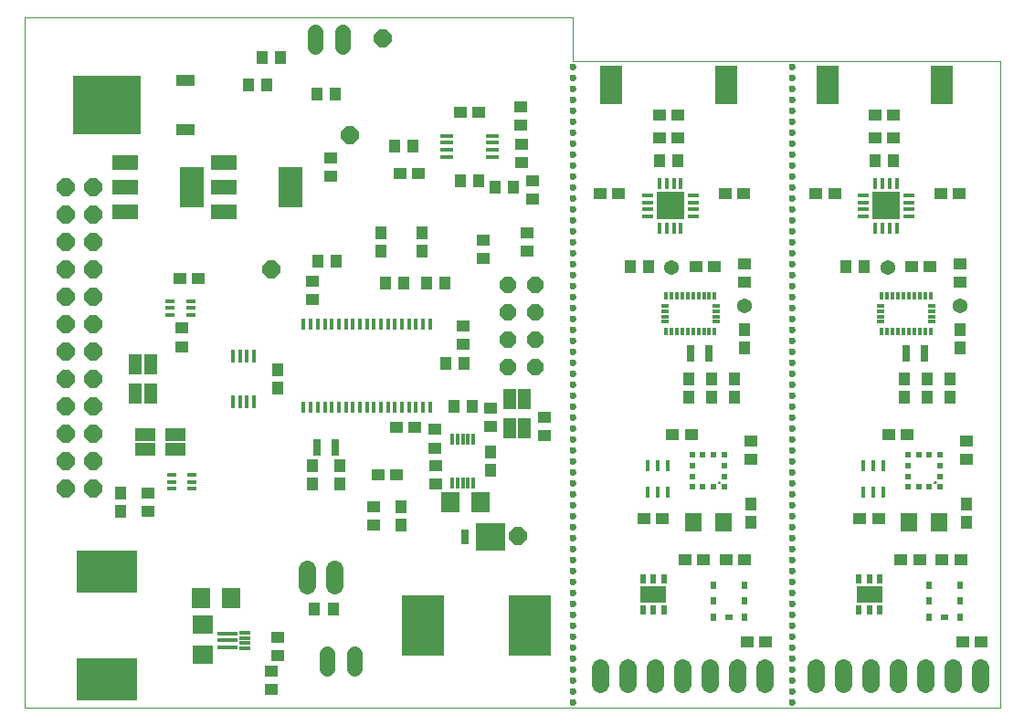
<source format=gts>
G75*
%MOIN*%
%OFA0B0*%
%FSLAX25Y25*%
%IPPOS*%
%LPD*%
%AMOC8*
5,1,8,0,0,1.08239X$1,22.5*
%
%ADD10C,0.00000*%
%ADD11C,0.02369*%
%ADD12R,0.04337X0.04731*%
%ADD13R,0.04731X0.04337*%
%ADD14R,0.01581X0.05124*%
%ADD15R,0.24809X0.21660*%
%ADD16R,0.06699X0.04337*%
%ADD17C,0.05800*%
%ADD18C,0.06400*%
%ADD19R,0.03156X0.05912*%
%ADD20R,0.06699X0.07487*%
%ADD21R,0.07487X0.06699*%
%ADD22R,0.01575X0.04331*%
%ADD23R,0.07400X0.01700*%
%ADD24R,0.04400X0.01700*%
%ADD25R,0.03543X0.01772*%
%ADD26R,0.22054X0.15557*%
%ADD27R,0.15557X0.22054*%
%ADD28R,0.10900X0.10400*%
%ADD29R,0.02900X0.05400*%
%ADD30OC8,0.06400*%
%ADD31R,0.09199X0.05199*%
%ADD32R,0.09061X0.14573*%
%ADD33R,0.01778X0.04337*%
%ADD34R,0.05124X0.01581*%
%ADD35R,0.07200X0.04730*%
%ADD36R,0.04730X0.07200*%
%ADD37OC8,0.05800*%
%ADD38R,0.02000X0.03200*%
%ADD39R,0.09800X0.06300*%
%ADD40R,0.02369X0.02762*%
%ADD41R,0.02762X0.02369*%
%ADD42R,0.01600X0.03943*%
%ADD43C,0.00787*%
%ADD44R,0.01975X0.01975*%
%ADD45R,0.10236X0.10236*%
%ADD46R,0.01772X0.04331*%
%ADD47R,0.04331X0.01772*%
%ADD48R,0.07880X0.14180*%
%ADD49R,0.01384X0.03057*%
%ADD50R,0.03057X0.01384*%
%ADD51C,0.05400*%
%ADD52R,0.05912X0.06699*%
D10*
X0010759Y0006300D02*
X0205484Y0006300D01*
X0286224Y0006300D01*
X0366759Y0006300D01*
X0366759Y0242300D01*
X0210759Y0242300D01*
X0210759Y0258300D01*
X0010759Y0258300D01*
X0010759Y0006300D01*
X0205484Y0006300D02*
X0205720Y0006300D01*
X0209775Y0008300D02*
X0209777Y0008362D01*
X0209783Y0008425D01*
X0209793Y0008486D01*
X0209807Y0008547D01*
X0209824Y0008607D01*
X0209845Y0008666D01*
X0209871Y0008723D01*
X0209899Y0008778D01*
X0209931Y0008832D01*
X0209967Y0008883D01*
X0210005Y0008933D01*
X0210047Y0008979D01*
X0210091Y0009023D01*
X0210139Y0009064D01*
X0210188Y0009102D01*
X0210240Y0009136D01*
X0210294Y0009167D01*
X0210350Y0009195D01*
X0210408Y0009219D01*
X0210467Y0009240D01*
X0210527Y0009256D01*
X0210588Y0009269D01*
X0210650Y0009278D01*
X0210712Y0009283D01*
X0210775Y0009284D01*
X0210837Y0009281D01*
X0210899Y0009274D01*
X0210961Y0009263D01*
X0211021Y0009248D01*
X0211081Y0009230D01*
X0211139Y0009208D01*
X0211196Y0009182D01*
X0211251Y0009152D01*
X0211304Y0009119D01*
X0211355Y0009083D01*
X0211403Y0009044D01*
X0211449Y0009001D01*
X0211492Y0008956D01*
X0211532Y0008908D01*
X0211569Y0008858D01*
X0211603Y0008805D01*
X0211634Y0008751D01*
X0211660Y0008695D01*
X0211684Y0008637D01*
X0211703Y0008577D01*
X0211719Y0008517D01*
X0211731Y0008455D01*
X0211739Y0008394D01*
X0211743Y0008331D01*
X0211743Y0008269D01*
X0211739Y0008206D01*
X0211731Y0008145D01*
X0211719Y0008083D01*
X0211703Y0008023D01*
X0211684Y0007963D01*
X0211660Y0007905D01*
X0211634Y0007849D01*
X0211603Y0007795D01*
X0211569Y0007742D01*
X0211532Y0007692D01*
X0211492Y0007644D01*
X0211449Y0007599D01*
X0211403Y0007556D01*
X0211355Y0007517D01*
X0211304Y0007481D01*
X0211251Y0007448D01*
X0211196Y0007418D01*
X0211139Y0007392D01*
X0211081Y0007370D01*
X0211021Y0007352D01*
X0210961Y0007337D01*
X0210899Y0007326D01*
X0210837Y0007319D01*
X0210775Y0007316D01*
X0210712Y0007317D01*
X0210650Y0007322D01*
X0210588Y0007331D01*
X0210527Y0007344D01*
X0210467Y0007360D01*
X0210408Y0007381D01*
X0210350Y0007405D01*
X0210294Y0007433D01*
X0210240Y0007464D01*
X0210188Y0007498D01*
X0210139Y0007536D01*
X0210091Y0007577D01*
X0210047Y0007621D01*
X0210005Y0007667D01*
X0209967Y0007717D01*
X0209931Y0007768D01*
X0209899Y0007822D01*
X0209871Y0007877D01*
X0209845Y0007934D01*
X0209824Y0007993D01*
X0209807Y0008053D01*
X0209793Y0008114D01*
X0209783Y0008175D01*
X0209777Y0008238D01*
X0209775Y0008300D01*
X0209775Y0012300D02*
X0209777Y0012362D01*
X0209783Y0012425D01*
X0209793Y0012486D01*
X0209807Y0012547D01*
X0209824Y0012607D01*
X0209845Y0012666D01*
X0209871Y0012723D01*
X0209899Y0012778D01*
X0209931Y0012832D01*
X0209967Y0012883D01*
X0210005Y0012933D01*
X0210047Y0012979D01*
X0210091Y0013023D01*
X0210139Y0013064D01*
X0210188Y0013102D01*
X0210240Y0013136D01*
X0210294Y0013167D01*
X0210350Y0013195D01*
X0210408Y0013219D01*
X0210467Y0013240D01*
X0210527Y0013256D01*
X0210588Y0013269D01*
X0210650Y0013278D01*
X0210712Y0013283D01*
X0210775Y0013284D01*
X0210837Y0013281D01*
X0210899Y0013274D01*
X0210961Y0013263D01*
X0211021Y0013248D01*
X0211081Y0013230D01*
X0211139Y0013208D01*
X0211196Y0013182D01*
X0211251Y0013152D01*
X0211304Y0013119D01*
X0211355Y0013083D01*
X0211403Y0013044D01*
X0211449Y0013001D01*
X0211492Y0012956D01*
X0211532Y0012908D01*
X0211569Y0012858D01*
X0211603Y0012805D01*
X0211634Y0012751D01*
X0211660Y0012695D01*
X0211684Y0012637D01*
X0211703Y0012577D01*
X0211719Y0012517D01*
X0211731Y0012455D01*
X0211739Y0012394D01*
X0211743Y0012331D01*
X0211743Y0012269D01*
X0211739Y0012206D01*
X0211731Y0012145D01*
X0211719Y0012083D01*
X0211703Y0012023D01*
X0211684Y0011963D01*
X0211660Y0011905D01*
X0211634Y0011849D01*
X0211603Y0011795D01*
X0211569Y0011742D01*
X0211532Y0011692D01*
X0211492Y0011644D01*
X0211449Y0011599D01*
X0211403Y0011556D01*
X0211355Y0011517D01*
X0211304Y0011481D01*
X0211251Y0011448D01*
X0211196Y0011418D01*
X0211139Y0011392D01*
X0211081Y0011370D01*
X0211021Y0011352D01*
X0210961Y0011337D01*
X0210899Y0011326D01*
X0210837Y0011319D01*
X0210775Y0011316D01*
X0210712Y0011317D01*
X0210650Y0011322D01*
X0210588Y0011331D01*
X0210527Y0011344D01*
X0210467Y0011360D01*
X0210408Y0011381D01*
X0210350Y0011405D01*
X0210294Y0011433D01*
X0210240Y0011464D01*
X0210188Y0011498D01*
X0210139Y0011536D01*
X0210091Y0011577D01*
X0210047Y0011621D01*
X0210005Y0011667D01*
X0209967Y0011717D01*
X0209931Y0011768D01*
X0209899Y0011822D01*
X0209871Y0011877D01*
X0209845Y0011934D01*
X0209824Y0011993D01*
X0209807Y0012053D01*
X0209793Y0012114D01*
X0209783Y0012175D01*
X0209777Y0012238D01*
X0209775Y0012300D01*
X0209775Y0016300D02*
X0209777Y0016362D01*
X0209783Y0016425D01*
X0209793Y0016486D01*
X0209807Y0016547D01*
X0209824Y0016607D01*
X0209845Y0016666D01*
X0209871Y0016723D01*
X0209899Y0016778D01*
X0209931Y0016832D01*
X0209967Y0016883D01*
X0210005Y0016933D01*
X0210047Y0016979D01*
X0210091Y0017023D01*
X0210139Y0017064D01*
X0210188Y0017102D01*
X0210240Y0017136D01*
X0210294Y0017167D01*
X0210350Y0017195D01*
X0210408Y0017219D01*
X0210467Y0017240D01*
X0210527Y0017256D01*
X0210588Y0017269D01*
X0210650Y0017278D01*
X0210712Y0017283D01*
X0210775Y0017284D01*
X0210837Y0017281D01*
X0210899Y0017274D01*
X0210961Y0017263D01*
X0211021Y0017248D01*
X0211081Y0017230D01*
X0211139Y0017208D01*
X0211196Y0017182D01*
X0211251Y0017152D01*
X0211304Y0017119D01*
X0211355Y0017083D01*
X0211403Y0017044D01*
X0211449Y0017001D01*
X0211492Y0016956D01*
X0211532Y0016908D01*
X0211569Y0016858D01*
X0211603Y0016805D01*
X0211634Y0016751D01*
X0211660Y0016695D01*
X0211684Y0016637D01*
X0211703Y0016577D01*
X0211719Y0016517D01*
X0211731Y0016455D01*
X0211739Y0016394D01*
X0211743Y0016331D01*
X0211743Y0016269D01*
X0211739Y0016206D01*
X0211731Y0016145D01*
X0211719Y0016083D01*
X0211703Y0016023D01*
X0211684Y0015963D01*
X0211660Y0015905D01*
X0211634Y0015849D01*
X0211603Y0015795D01*
X0211569Y0015742D01*
X0211532Y0015692D01*
X0211492Y0015644D01*
X0211449Y0015599D01*
X0211403Y0015556D01*
X0211355Y0015517D01*
X0211304Y0015481D01*
X0211251Y0015448D01*
X0211196Y0015418D01*
X0211139Y0015392D01*
X0211081Y0015370D01*
X0211021Y0015352D01*
X0210961Y0015337D01*
X0210899Y0015326D01*
X0210837Y0015319D01*
X0210775Y0015316D01*
X0210712Y0015317D01*
X0210650Y0015322D01*
X0210588Y0015331D01*
X0210527Y0015344D01*
X0210467Y0015360D01*
X0210408Y0015381D01*
X0210350Y0015405D01*
X0210294Y0015433D01*
X0210240Y0015464D01*
X0210188Y0015498D01*
X0210139Y0015536D01*
X0210091Y0015577D01*
X0210047Y0015621D01*
X0210005Y0015667D01*
X0209967Y0015717D01*
X0209931Y0015768D01*
X0209899Y0015822D01*
X0209871Y0015877D01*
X0209845Y0015934D01*
X0209824Y0015993D01*
X0209807Y0016053D01*
X0209793Y0016114D01*
X0209783Y0016175D01*
X0209777Y0016238D01*
X0209775Y0016300D01*
X0209775Y0020300D02*
X0209777Y0020362D01*
X0209783Y0020425D01*
X0209793Y0020486D01*
X0209807Y0020547D01*
X0209824Y0020607D01*
X0209845Y0020666D01*
X0209871Y0020723D01*
X0209899Y0020778D01*
X0209931Y0020832D01*
X0209967Y0020883D01*
X0210005Y0020933D01*
X0210047Y0020979D01*
X0210091Y0021023D01*
X0210139Y0021064D01*
X0210188Y0021102D01*
X0210240Y0021136D01*
X0210294Y0021167D01*
X0210350Y0021195D01*
X0210408Y0021219D01*
X0210467Y0021240D01*
X0210527Y0021256D01*
X0210588Y0021269D01*
X0210650Y0021278D01*
X0210712Y0021283D01*
X0210775Y0021284D01*
X0210837Y0021281D01*
X0210899Y0021274D01*
X0210961Y0021263D01*
X0211021Y0021248D01*
X0211081Y0021230D01*
X0211139Y0021208D01*
X0211196Y0021182D01*
X0211251Y0021152D01*
X0211304Y0021119D01*
X0211355Y0021083D01*
X0211403Y0021044D01*
X0211449Y0021001D01*
X0211492Y0020956D01*
X0211532Y0020908D01*
X0211569Y0020858D01*
X0211603Y0020805D01*
X0211634Y0020751D01*
X0211660Y0020695D01*
X0211684Y0020637D01*
X0211703Y0020577D01*
X0211719Y0020517D01*
X0211731Y0020455D01*
X0211739Y0020394D01*
X0211743Y0020331D01*
X0211743Y0020269D01*
X0211739Y0020206D01*
X0211731Y0020145D01*
X0211719Y0020083D01*
X0211703Y0020023D01*
X0211684Y0019963D01*
X0211660Y0019905D01*
X0211634Y0019849D01*
X0211603Y0019795D01*
X0211569Y0019742D01*
X0211532Y0019692D01*
X0211492Y0019644D01*
X0211449Y0019599D01*
X0211403Y0019556D01*
X0211355Y0019517D01*
X0211304Y0019481D01*
X0211251Y0019448D01*
X0211196Y0019418D01*
X0211139Y0019392D01*
X0211081Y0019370D01*
X0211021Y0019352D01*
X0210961Y0019337D01*
X0210899Y0019326D01*
X0210837Y0019319D01*
X0210775Y0019316D01*
X0210712Y0019317D01*
X0210650Y0019322D01*
X0210588Y0019331D01*
X0210527Y0019344D01*
X0210467Y0019360D01*
X0210408Y0019381D01*
X0210350Y0019405D01*
X0210294Y0019433D01*
X0210240Y0019464D01*
X0210188Y0019498D01*
X0210139Y0019536D01*
X0210091Y0019577D01*
X0210047Y0019621D01*
X0210005Y0019667D01*
X0209967Y0019717D01*
X0209931Y0019768D01*
X0209899Y0019822D01*
X0209871Y0019877D01*
X0209845Y0019934D01*
X0209824Y0019993D01*
X0209807Y0020053D01*
X0209793Y0020114D01*
X0209783Y0020175D01*
X0209777Y0020238D01*
X0209775Y0020300D01*
X0209775Y0024300D02*
X0209777Y0024362D01*
X0209783Y0024425D01*
X0209793Y0024486D01*
X0209807Y0024547D01*
X0209824Y0024607D01*
X0209845Y0024666D01*
X0209871Y0024723D01*
X0209899Y0024778D01*
X0209931Y0024832D01*
X0209967Y0024883D01*
X0210005Y0024933D01*
X0210047Y0024979D01*
X0210091Y0025023D01*
X0210139Y0025064D01*
X0210188Y0025102D01*
X0210240Y0025136D01*
X0210294Y0025167D01*
X0210350Y0025195D01*
X0210408Y0025219D01*
X0210467Y0025240D01*
X0210527Y0025256D01*
X0210588Y0025269D01*
X0210650Y0025278D01*
X0210712Y0025283D01*
X0210775Y0025284D01*
X0210837Y0025281D01*
X0210899Y0025274D01*
X0210961Y0025263D01*
X0211021Y0025248D01*
X0211081Y0025230D01*
X0211139Y0025208D01*
X0211196Y0025182D01*
X0211251Y0025152D01*
X0211304Y0025119D01*
X0211355Y0025083D01*
X0211403Y0025044D01*
X0211449Y0025001D01*
X0211492Y0024956D01*
X0211532Y0024908D01*
X0211569Y0024858D01*
X0211603Y0024805D01*
X0211634Y0024751D01*
X0211660Y0024695D01*
X0211684Y0024637D01*
X0211703Y0024577D01*
X0211719Y0024517D01*
X0211731Y0024455D01*
X0211739Y0024394D01*
X0211743Y0024331D01*
X0211743Y0024269D01*
X0211739Y0024206D01*
X0211731Y0024145D01*
X0211719Y0024083D01*
X0211703Y0024023D01*
X0211684Y0023963D01*
X0211660Y0023905D01*
X0211634Y0023849D01*
X0211603Y0023795D01*
X0211569Y0023742D01*
X0211532Y0023692D01*
X0211492Y0023644D01*
X0211449Y0023599D01*
X0211403Y0023556D01*
X0211355Y0023517D01*
X0211304Y0023481D01*
X0211251Y0023448D01*
X0211196Y0023418D01*
X0211139Y0023392D01*
X0211081Y0023370D01*
X0211021Y0023352D01*
X0210961Y0023337D01*
X0210899Y0023326D01*
X0210837Y0023319D01*
X0210775Y0023316D01*
X0210712Y0023317D01*
X0210650Y0023322D01*
X0210588Y0023331D01*
X0210527Y0023344D01*
X0210467Y0023360D01*
X0210408Y0023381D01*
X0210350Y0023405D01*
X0210294Y0023433D01*
X0210240Y0023464D01*
X0210188Y0023498D01*
X0210139Y0023536D01*
X0210091Y0023577D01*
X0210047Y0023621D01*
X0210005Y0023667D01*
X0209967Y0023717D01*
X0209931Y0023768D01*
X0209899Y0023822D01*
X0209871Y0023877D01*
X0209845Y0023934D01*
X0209824Y0023993D01*
X0209807Y0024053D01*
X0209793Y0024114D01*
X0209783Y0024175D01*
X0209777Y0024238D01*
X0209775Y0024300D01*
X0209775Y0028300D02*
X0209777Y0028362D01*
X0209783Y0028425D01*
X0209793Y0028486D01*
X0209807Y0028547D01*
X0209824Y0028607D01*
X0209845Y0028666D01*
X0209871Y0028723D01*
X0209899Y0028778D01*
X0209931Y0028832D01*
X0209967Y0028883D01*
X0210005Y0028933D01*
X0210047Y0028979D01*
X0210091Y0029023D01*
X0210139Y0029064D01*
X0210188Y0029102D01*
X0210240Y0029136D01*
X0210294Y0029167D01*
X0210350Y0029195D01*
X0210408Y0029219D01*
X0210467Y0029240D01*
X0210527Y0029256D01*
X0210588Y0029269D01*
X0210650Y0029278D01*
X0210712Y0029283D01*
X0210775Y0029284D01*
X0210837Y0029281D01*
X0210899Y0029274D01*
X0210961Y0029263D01*
X0211021Y0029248D01*
X0211081Y0029230D01*
X0211139Y0029208D01*
X0211196Y0029182D01*
X0211251Y0029152D01*
X0211304Y0029119D01*
X0211355Y0029083D01*
X0211403Y0029044D01*
X0211449Y0029001D01*
X0211492Y0028956D01*
X0211532Y0028908D01*
X0211569Y0028858D01*
X0211603Y0028805D01*
X0211634Y0028751D01*
X0211660Y0028695D01*
X0211684Y0028637D01*
X0211703Y0028577D01*
X0211719Y0028517D01*
X0211731Y0028455D01*
X0211739Y0028394D01*
X0211743Y0028331D01*
X0211743Y0028269D01*
X0211739Y0028206D01*
X0211731Y0028145D01*
X0211719Y0028083D01*
X0211703Y0028023D01*
X0211684Y0027963D01*
X0211660Y0027905D01*
X0211634Y0027849D01*
X0211603Y0027795D01*
X0211569Y0027742D01*
X0211532Y0027692D01*
X0211492Y0027644D01*
X0211449Y0027599D01*
X0211403Y0027556D01*
X0211355Y0027517D01*
X0211304Y0027481D01*
X0211251Y0027448D01*
X0211196Y0027418D01*
X0211139Y0027392D01*
X0211081Y0027370D01*
X0211021Y0027352D01*
X0210961Y0027337D01*
X0210899Y0027326D01*
X0210837Y0027319D01*
X0210775Y0027316D01*
X0210712Y0027317D01*
X0210650Y0027322D01*
X0210588Y0027331D01*
X0210527Y0027344D01*
X0210467Y0027360D01*
X0210408Y0027381D01*
X0210350Y0027405D01*
X0210294Y0027433D01*
X0210240Y0027464D01*
X0210188Y0027498D01*
X0210139Y0027536D01*
X0210091Y0027577D01*
X0210047Y0027621D01*
X0210005Y0027667D01*
X0209967Y0027717D01*
X0209931Y0027768D01*
X0209899Y0027822D01*
X0209871Y0027877D01*
X0209845Y0027934D01*
X0209824Y0027993D01*
X0209807Y0028053D01*
X0209793Y0028114D01*
X0209783Y0028175D01*
X0209777Y0028238D01*
X0209775Y0028300D01*
X0209775Y0032300D02*
X0209777Y0032362D01*
X0209783Y0032425D01*
X0209793Y0032486D01*
X0209807Y0032547D01*
X0209824Y0032607D01*
X0209845Y0032666D01*
X0209871Y0032723D01*
X0209899Y0032778D01*
X0209931Y0032832D01*
X0209967Y0032883D01*
X0210005Y0032933D01*
X0210047Y0032979D01*
X0210091Y0033023D01*
X0210139Y0033064D01*
X0210188Y0033102D01*
X0210240Y0033136D01*
X0210294Y0033167D01*
X0210350Y0033195D01*
X0210408Y0033219D01*
X0210467Y0033240D01*
X0210527Y0033256D01*
X0210588Y0033269D01*
X0210650Y0033278D01*
X0210712Y0033283D01*
X0210775Y0033284D01*
X0210837Y0033281D01*
X0210899Y0033274D01*
X0210961Y0033263D01*
X0211021Y0033248D01*
X0211081Y0033230D01*
X0211139Y0033208D01*
X0211196Y0033182D01*
X0211251Y0033152D01*
X0211304Y0033119D01*
X0211355Y0033083D01*
X0211403Y0033044D01*
X0211449Y0033001D01*
X0211492Y0032956D01*
X0211532Y0032908D01*
X0211569Y0032858D01*
X0211603Y0032805D01*
X0211634Y0032751D01*
X0211660Y0032695D01*
X0211684Y0032637D01*
X0211703Y0032577D01*
X0211719Y0032517D01*
X0211731Y0032455D01*
X0211739Y0032394D01*
X0211743Y0032331D01*
X0211743Y0032269D01*
X0211739Y0032206D01*
X0211731Y0032145D01*
X0211719Y0032083D01*
X0211703Y0032023D01*
X0211684Y0031963D01*
X0211660Y0031905D01*
X0211634Y0031849D01*
X0211603Y0031795D01*
X0211569Y0031742D01*
X0211532Y0031692D01*
X0211492Y0031644D01*
X0211449Y0031599D01*
X0211403Y0031556D01*
X0211355Y0031517D01*
X0211304Y0031481D01*
X0211251Y0031448D01*
X0211196Y0031418D01*
X0211139Y0031392D01*
X0211081Y0031370D01*
X0211021Y0031352D01*
X0210961Y0031337D01*
X0210899Y0031326D01*
X0210837Y0031319D01*
X0210775Y0031316D01*
X0210712Y0031317D01*
X0210650Y0031322D01*
X0210588Y0031331D01*
X0210527Y0031344D01*
X0210467Y0031360D01*
X0210408Y0031381D01*
X0210350Y0031405D01*
X0210294Y0031433D01*
X0210240Y0031464D01*
X0210188Y0031498D01*
X0210139Y0031536D01*
X0210091Y0031577D01*
X0210047Y0031621D01*
X0210005Y0031667D01*
X0209967Y0031717D01*
X0209931Y0031768D01*
X0209899Y0031822D01*
X0209871Y0031877D01*
X0209845Y0031934D01*
X0209824Y0031993D01*
X0209807Y0032053D01*
X0209793Y0032114D01*
X0209783Y0032175D01*
X0209777Y0032238D01*
X0209775Y0032300D01*
X0209775Y0036300D02*
X0209777Y0036362D01*
X0209783Y0036425D01*
X0209793Y0036486D01*
X0209807Y0036547D01*
X0209824Y0036607D01*
X0209845Y0036666D01*
X0209871Y0036723D01*
X0209899Y0036778D01*
X0209931Y0036832D01*
X0209967Y0036883D01*
X0210005Y0036933D01*
X0210047Y0036979D01*
X0210091Y0037023D01*
X0210139Y0037064D01*
X0210188Y0037102D01*
X0210240Y0037136D01*
X0210294Y0037167D01*
X0210350Y0037195D01*
X0210408Y0037219D01*
X0210467Y0037240D01*
X0210527Y0037256D01*
X0210588Y0037269D01*
X0210650Y0037278D01*
X0210712Y0037283D01*
X0210775Y0037284D01*
X0210837Y0037281D01*
X0210899Y0037274D01*
X0210961Y0037263D01*
X0211021Y0037248D01*
X0211081Y0037230D01*
X0211139Y0037208D01*
X0211196Y0037182D01*
X0211251Y0037152D01*
X0211304Y0037119D01*
X0211355Y0037083D01*
X0211403Y0037044D01*
X0211449Y0037001D01*
X0211492Y0036956D01*
X0211532Y0036908D01*
X0211569Y0036858D01*
X0211603Y0036805D01*
X0211634Y0036751D01*
X0211660Y0036695D01*
X0211684Y0036637D01*
X0211703Y0036577D01*
X0211719Y0036517D01*
X0211731Y0036455D01*
X0211739Y0036394D01*
X0211743Y0036331D01*
X0211743Y0036269D01*
X0211739Y0036206D01*
X0211731Y0036145D01*
X0211719Y0036083D01*
X0211703Y0036023D01*
X0211684Y0035963D01*
X0211660Y0035905D01*
X0211634Y0035849D01*
X0211603Y0035795D01*
X0211569Y0035742D01*
X0211532Y0035692D01*
X0211492Y0035644D01*
X0211449Y0035599D01*
X0211403Y0035556D01*
X0211355Y0035517D01*
X0211304Y0035481D01*
X0211251Y0035448D01*
X0211196Y0035418D01*
X0211139Y0035392D01*
X0211081Y0035370D01*
X0211021Y0035352D01*
X0210961Y0035337D01*
X0210899Y0035326D01*
X0210837Y0035319D01*
X0210775Y0035316D01*
X0210712Y0035317D01*
X0210650Y0035322D01*
X0210588Y0035331D01*
X0210527Y0035344D01*
X0210467Y0035360D01*
X0210408Y0035381D01*
X0210350Y0035405D01*
X0210294Y0035433D01*
X0210240Y0035464D01*
X0210188Y0035498D01*
X0210139Y0035536D01*
X0210091Y0035577D01*
X0210047Y0035621D01*
X0210005Y0035667D01*
X0209967Y0035717D01*
X0209931Y0035768D01*
X0209899Y0035822D01*
X0209871Y0035877D01*
X0209845Y0035934D01*
X0209824Y0035993D01*
X0209807Y0036053D01*
X0209793Y0036114D01*
X0209783Y0036175D01*
X0209777Y0036238D01*
X0209775Y0036300D01*
X0209775Y0040300D02*
X0209777Y0040362D01*
X0209783Y0040425D01*
X0209793Y0040486D01*
X0209807Y0040547D01*
X0209824Y0040607D01*
X0209845Y0040666D01*
X0209871Y0040723D01*
X0209899Y0040778D01*
X0209931Y0040832D01*
X0209967Y0040883D01*
X0210005Y0040933D01*
X0210047Y0040979D01*
X0210091Y0041023D01*
X0210139Y0041064D01*
X0210188Y0041102D01*
X0210240Y0041136D01*
X0210294Y0041167D01*
X0210350Y0041195D01*
X0210408Y0041219D01*
X0210467Y0041240D01*
X0210527Y0041256D01*
X0210588Y0041269D01*
X0210650Y0041278D01*
X0210712Y0041283D01*
X0210775Y0041284D01*
X0210837Y0041281D01*
X0210899Y0041274D01*
X0210961Y0041263D01*
X0211021Y0041248D01*
X0211081Y0041230D01*
X0211139Y0041208D01*
X0211196Y0041182D01*
X0211251Y0041152D01*
X0211304Y0041119D01*
X0211355Y0041083D01*
X0211403Y0041044D01*
X0211449Y0041001D01*
X0211492Y0040956D01*
X0211532Y0040908D01*
X0211569Y0040858D01*
X0211603Y0040805D01*
X0211634Y0040751D01*
X0211660Y0040695D01*
X0211684Y0040637D01*
X0211703Y0040577D01*
X0211719Y0040517D01*
X0211731Y0040455D01*
X0211739Y0040394D01*
X0211743Y0040331D01*
X0211743Y0040269D01*
X0211739Y0040206D01*
X0211731Y0040145D01*
X0211719Y0040083D01*
X0211703Y0040023D01*
X0211684Y0039963D01*
X0211660Y0039905D01*
X0211634Y0039849D01*
X0211603Y0039795D01*
X0211569Y0039742D01*
X0211532Y0039692D01*
X0211492Y0039644D01*
X0211449Y0039599D01*
X0211403Y0039556D01*
X0211355Y0039517D01*
X0211304Y0039481D01*
X0211251Y0039448D01*
X0211196Y0039418D01*
X0211139Y0039392D01*
X0211081Y0039370D01*
X0211021Y0039352D01*
X0210961Y0039337D01*
X0210899Y0039326D01*
X0210837Y0039319D01*
X0210775Y0039316D01*
X0210712Y0039317D01*
X0210650Y0039322D01*
X0210588Y0039331D01*
X0210527Y0039344D01*
X0210467Y0039360D01*
X0210408Y0039381D01*
X0210350Y0039405D01*
X0210294Y0039433D01*
X0210240Y0039464D01*
X0210188Y0039498D01*
X0210139Y0039536D01*
X0210091Y0039577D01*
X0210047Y0039621D01*
X0210005Y0039667D01*
X0209967Y0039717D01*
X0209931Y0039768D01*
X0209899Y0039822D01*
X0209871Y0039877D01*
X0209845Y0039934D01*
X0209824Y0039993D01*
X0209807Y0040053D01*
X0209793Y0040114D01*
X0209783Y0040175D01*
X0209777Y0040238D01*
X0209775Y0040300D01*
X0209775Y0044300D02*
X0209777Y0044362D01*
X0209783Y0044425D01*
X0209793Y0044486D01*
X0209807Y0044547D01*
X0209824Y0044607D01*
X0209845Y0044666D01*
X0209871Y0044723D01*
X0209899Y0044778D01*
X0209931Y0044832D01*
X0209967Y0044883D01*
X0210005Y0044933D01*
X0210047Y0044979D01*
X0210091Y0045023D01*
X0210139Y0045064D01*
X0210188Y0045102D01*
X0210240Y0045136D01*
X0210294Y0045167D01*
X0210350Y0045195D01*
X0210408Y0045219D01*
X0210467Y0045240D01*
X0210527Y0045256D01*
X0210588Y0045269D01*
X0210650Y0045278D01*
X0210712Y0045283D01*
X0210775Y0045284D01*
X0210837Y0045281D01*
X0210899Y0045274D01*
X0210961Y0045263D01*
X0211021Y0045248D01*
X0211081Y0045230D01*
X0211139Y0045208D01*
X0211196Y0045182D01*
X0211251Y0045152D01*
X0211304Y0045119D01*
X0211355Y0045083D01*
X0211403Y0045044D01*
X0211449Y0045001D01*
X0211492Y0044956D01*
X0211532Y0044908D01*
X0211569Y0044858D01*
X0211603Y0044805D01*
X0211634Y0044751D01*
X0211660Y0044695D01*
X0211684Y0044637D01*
X0211703Y0044577D01*
X0211719Y0044517D01*
X0211731Y0044455D01*
X0211739Y0044394D01*
X0211743Y0044331D01*
X0211743Y0044269D01*
X0211739Y0044206D01*
X0211731Y0044145D01*
X0211719Y0044083D01*
X0211703Y0044023D01*
X0211684Y0043963D01*
X0211660Y0043905D01*
X0211634Y0043849D01*
X0211603Y0043795D01*
X0211569Y0043742D01*
X0211532Y0043692D01*
X0211492Y0043644D01*
X0211449Y0043599D01*
X0211403Y0043556D01*
X0211355Y0043517D01*
X0211304Y0043481D01*
X0211251Y0043448D01*
X0211196Y0043418D01*
X0211139Y0043392D01*
X0211081Y0043370D01*
X0211021Y0043352D01*
X0210961Y0043337D01*
X0210899Y0043326D01*
X0210837Y0043319D01*
X0210775Y0043316D01*
X0210712Y0043317D01*
X0210650Y0043322D01*
X0210588Y0043331D01*
X0210527Y0043344D01*
X0210467Y0043360D01*
X0210408Y0043381D01*
X0210350Y0043405D01*
X0210294Y0043433D01*
X0210240Y0043464D01*
X0210188Y0043498D01*
X0210139Y0043536D01*
X0210091Y0043577D01*
X0210047Y0043621D01*
X0210005Y0043667D01*
X0209967Y0043717D01*
X0209931Y0043768D01*
X0209899Y0043822D01*
X0209871Y0043877D01*
X0209845Y0043934D01*
X0209824Y0043993D01*
X0209807Y0044053D01*
X0209793Y0044114D01*
X0209783Y0044175D01*
X0209777Y0044238D01*
X0209775Y0044300D01*
X0209775Y0048300D02*
X0209777Y0048362D01*
X0209783Y0048425D01*
X0209793Y0048486D01*
X0209807Y0048547D01*
X0209824Y0048607D01*
X0209845Y0048666D01*
X0209871Y0048723D01*
X0209899Y0048778D01*
X0209931Y0048832D01*
X0209967Y0048883D01*
X0210005Y0048933D01*
X0210047Y0048979D01*
X0210091Y0049023D01*
X0210139Y0049064D01*
X0210188Y0049102D01*
X0210240Y0049136D01*
X0210294Y0049167D01*
X0210350Y0049195D01*
X0210408Y0049219D01*
X0210467Y0049240D01*
X0210527Y0049256D01*
X0210588Y0049269D01*
X0210650Y0049278D01*
X0210712Y0049283D01*
X0210775Y0049284D01*
X0210837Y0049281D01*
X0210899Y0049274D01*
X0210961Y0049263D01*
X0211021Y0049248D01*
X0211081Y0049230D01*
X0211139Y0049208D01*
X0211196Y0049182D01*
X0211251Y0049152D01*
X0211304Y0049119D01*
X0211355Y0049083D01*
X0211403Y0049044D01*
X0211449Y0049001D01*
X0211492Y0048956D01*
X0211532Y0048908D01*
X0211569Y0048858D01*
X0211603Y0048805D01*
X0211634Y0048751D01*
X0211660Y0048695D01*
X0211684Y0048637D01*
X0211703Y0048577D01*
X0211719Y0048517D01*
X0211731Y0048455D01*
X0211739Y0048394D01*
X0211743Y0048331D01*
X0211743Y0048269D01*
X0211739Y0048206D01*
X0211731Y0048145D01*
X0211719Y0048083D01*
X0211703Y0048023D01*
X0211684Y0047963D01*
X0211660Y0047905D01*
X0211634Y0047849D01*
X0211603Y0047795D01*
X0211569Y0047742D01*
X0211532Y0047692D01*
X0211492Y0047644D01*
X0211449Y0047599D01*
X0211403Y0047556D01*
X0211355Y0047517D01*
X0211304Y0047481D01*
X0211251Y0047448D01*
X0211196Y0047418D01*
X0211139Y0047392D01*
X0211081Y0047370D01*
X0211021Y0047352D01*
X0210961Y0047337D01*
X0210899Y0047326D01*
X0210837Y0047319D01*
X0210775Y0047316D01*
X0210712Y0047317D01*
X0210650Y0047322D01*
X0210588Y0047331D01*
X0210527Y0047344D01*
X0210467Y0047360D01*
X0210408Y0047381D01*
X0210350Y0047405D01*
X0210294Y0047433D01*
X0210240Y0047464D01*
X0210188Y0047498D01*
X0210139Y0047536D01*
X0210091Y0047577D01*
X0210047Y0047621D01*
X0210005Y0047667D01*
X0209967Y0047717D01*
X0209931Y0047768D01*
X0209899Y0047822D01*
X0209871Y0047877D01*
X0209845Y0047934D01*
X0209824Y0047993D01*
X0209807Y0048053D01*
X0209793Y0048114D01*
X0209783Y0048175D01*
X0209777Y0048238D01*
X0209775Y0048300D01*
X0209775Y0052300D02*
X0209777Y0052362D01*
X0209783Y0052425D01*
X0209793Y0052486D01*
X0209807Y0052547D01*
X0209824Y0052607D01*
X0209845Y0052666D01*
X0209871Y0052723D01*
X0209899Y0052778D01*
X0209931Y0052832D01*
X0209967Y0052883D01*
X0210005Y0052933D01*
X0210047Y0052979D01*
X0210091Y0053023D01*
X0210139Y0053064D01*
X0210188Y0053102D01*
X0210240Y0053136D01*
X0210294Y0053167D01*
X0210350Y0053195D01*
X0210408Y0053219D01*
X0210467Y0053240D01*
X0210527Y0053256D01*
X0210588Y0053269D01*
X0210650Y0053278D01*
X0210712Y0053283D01*
X0210775Y0053284D01*
X0210837Y0053281D01*
X0210899Y0053274D01*
X0210961Y0053263D01*
X0211021Y0053248D01*
X0211081Y0053230D01*
X0211139Y0053208D01*
X0211196Y0053182D01*
X0211251Y0053152D01*
X0211304Y0053119D01*
X0211355Y0053083D01*
X0211403Y0053044D01*
X0211449Y0053001D01*
X0211492Y0052956D01*
X0211532Y0052908D01*
X0211569Y0052858D01*
X0211603Y0052805D01*
X0211634Y0052751D01*
X0211660Y0052695D01*
X0211684Y0052637D01*
X0211703Y0052577D01*
X0211719Y0052517D01*
X0211731Y0052455D01*
X0211739Y0052394D01*
X0211743Y0052331D01*
X0211743Y0052269D01*
X0211739Y0052206D01*
X0211731Y0052145D01*
X0211719Y0052083D01*
X0211703Y0052023D01*
X0211684Y0051963D01*
X0211660Y0051905D01*
X0211634Y0051849D01*
X0211603Y0051795D01*
X0211569Y0051742D01*
X0211532Y0051692D01*
X0211492Y0051644D01*
X0211449Y0051599D01*
X0211403Y0051556D01*
X0211355Y0051517D01*
X0211304Y0051481D01*
X0211251Y0051448D01*
X0211196Y0051418D01*
X0211139Y0051392D01*
X0211081Y0051370D01*
X0211021Y0051352D01*
X0210961Y0051337D01*
X0210899Y0051326D01*
X0210837Y0051319D01*
X0210775Y0051316D01*
X0210712Y0051317D01*
X0210650Y0051322D01*
X0210588Y0051331D01*
X0210527Y0051344D01*
X0210467Y0051360D01*
X0210408Y0051381D01*
X0210350Y0051405D01*
X0210294Y0051433D01*
X0210240Y0051464D01*
X0210188Y0051498D01*
X0210139Y0051536D01*
X0210091Y0051577D01*
X0210047Y0051621D01*
X0210005Y0051667D01*
X0209967Y0051717D01*
X0209931Y0051768D01*
X0209899Y0051822D01*
X0209871Y0051877D01*
X0209845Y0051934D01*
X0209824Y0051993D01*
X0209807Y0052053D01*
X0209793Y0052114D01*
X0209783Y0052175D01*
X0209777Y0052238D01*
X0209775Y0052300D01*
X0209775Y0056300D02*
X0209777Y0056362D01*
X0209783Y0056425D01*
X0209793Y0056486D01*
X0209807Y0056547D01*
X0209824Y0056607D01*
X0209845Y0056666D01*
X0209871Y0056723D01*
X0209899Y0056778D01*
X0209931Y0056832D01*
X0209967Y0056883D01*
X0210005Y0056933D01*
X0210047Y0056979D01*
X0210091Y0057023D01*
X0210139Y0057064D01*
X0210188Y0057102D01*
X0210240Y0057136D01*
X0210294Y0057167D01*
X0210350Y0057195D01*
X0210408Y0057219D01*
X0210467Y0057240D01*
X0210527Y0057256D01*
X0210588Y0057269D01*
X0210650Y0057278D01*
X0210712Y0057283D01*
X0210775Y0057284D01*
X0210837Y0057281D01*
X0210899Y0057274D01*
X0210961Y0057263D01*
X0211021Y0057248D01*
X0211081Y0057230D01*
X0211139Y0057208D01*
X0211196Y0057182D01*
X0211251Y0057152D01*
X0211304Y0057119D01*
X0211355Y0057083D01*
X0211403Y0057044D01*
X0211449Y0057001D01*
X0211492Y0056956D01*
X0211532Y0056908D01*
X0211569Y0056858D01*
X0211603Y0056805D01*
X0211634Y0056751D01*
X0211660Y0056695D01*
X0211684Y0056637D01*
X0211703Y0056577D01*
X0211719Y0056517D01*
X0211731Y0056455D01*
X0211739Y0056394D01*
X0211743Y0056331D01*
X0211743Y0056269D01*
X0211739Y0056206D01*
X0211731Y0056145D01*
X0211719Y0056083D01*
X0211703Y0056023D01*
X0211684Y0055963D01*
X0211660Y0055905D01*
X0211634Y0055849D01*
X0211603Y0055795D01*
X0211569Y0055742D01*
X0211532Y0055692D01*
X0211492Y0055644D01*
X0211449Y0055599D01*
X0211403Y0055556D01*
X0211355Y0055517D01*
X0211304Y0055481D01*
X0211251Y0055448D01*
X0211196Y0055418D01*
X0211139Y0055392D01*
X0211081Y0055370D01*
X0211021Y0055352D01*
X0210961Y0055337D01*
X0210899Y0055326D01*
X0210837Y0055319D01*
X0210775Y0055316D01*
X0210712Y0055317D01*
X0210650Y0055322D01*
X0210588Y0055331D01*
X0210527Y0055344D01*
X0210467Y0055360D01*
X0210408Y0055381D01*
X0210350Y0055405D01*
X0210294Y0055433D01*
X0210240Y0055464D01*
X0210188Y0055498D01*
X0210139Y0055536D01*
X0210091Y0055577D01*
X0210047Y0055621D01*
X0210005Y0055667D01*
X0209967Y0055717D01*
X0209931Y0055768D01*
X0209899Y0055822D01*
X0209871Y0055877D01*
X0209845Y0055934D01*
X0209824Y0055993D01*
X0209807Y0056053D01*
X0209793Y0056114D01*
X0209783Y0056175D01*
X0209777Y0056238D01*
X0209775Y0056300D01*
X0209775Y0060300D02*
X0209777Y0060362D01*
X0209783Y0060425D01*
X0209793Y0060486D01*
X0209807Y0060547D01*
X0209824Y0060607D01*
X0209845Y0060666D01*
X0209871Y0060723D01*
X0209899Y0060778D01*
X0209931Y0060832D01*
X0209967Y0060883D01*
X0210005Y0060933D01*
X0210047Y0060979D01*
X0210091Y0061023D01*
X0210139Y0061064D01*
X0210188Y0061102D01*
X0210240Y0061136D01*
X0210294Y0061167D01*
X0210350Y0061195D01*
X0210408Y0061219D01*
X0210467Y0061240D01*
X0210527Y0061256D01*
X0210588Y0061269D01*
X0210650Y0061278D01*
X0210712Y0061283D01*
X0210775Y0061284D01*
X0210837Y0061281D01*
X0210899Y0061274D01*
X0210961Y0061263D01*
X0211021Y0061248D01*
X0211081Y0061230D01*
X0211139Y0061208D01*
X0211196Y0061182D01*
X0211251Y0061152D01*
X0211304Y0061119D01*
X0211355Y0061083D01*
X0211403Y0061044D01*
X0211449Y0061001D01*
X0211492Y0060956D01*
X0211532Y0060908D01*
X0211569Y0060858D01*
X0211603Y0060805D01*
X0211634Y0060751D01*
X0211660Y0060695D01*
X0211684Y0060637D01*
X0211703Y0060577D01*
X0211719Y0060517D01*
X0211731Y0060455D01*
X0211739Y0060394D01*
X0211743Y0060331D01*
X0211743Y0060269D01*
X0211739Y0060206D01*
X0211731Y0060145D01*
X0211719Y0060083D01*
X0211703Y0060023D01*
X0211684Y0059963D01*
X0211660Y0059905D01*
X0211634Y0059849D01*
X0211603Y0059795D01*
X0211569Y0059742D01*
X0211532Y0059692D01*
X0211492Y0059644D01*
X0211449Y0059599D01*
X0211403Y0059556D01*
X0211355Y0059517D01*
X0211304Y0059481D01*
X0211251Y0059448D01*
X0211196Y0059418D01*
X0211139Y0059392D01*
X0211081Y0059370D01*
X0211021Y0059352D01*
X0210961Y0059337D01*
X0210899Y0059326D01*
X0210837Y0059319D01*
X0210775Y0059316D01*
X0210712Y0059317D01*
X0210650Y0059322D01*
X0210588Y0059331D01*
X0210527Y0059344D01*
X0210467Y0059360D01*
X0210408Y0059381D01*
X0210350Y0059405D01*
X0210294Y0059433D01*
X0210240Y0059464D01*
X0210188Y0059498D01*
X0210139Y0059536D01*
X0210091Y0059577D01*
X0210047Y0059621D01*
X0210005Y0059667D01*
X0209967Y0059717D01*
X0209931Y0059768D01*
X0209899Y0059822D01*
X0209871Y0059877D01*
X0209845Y0059934D01*
X0209824Y0059993D01*
X0209807Y0060053D01*
X0209793Y0060114D01*
X0209783Y0060175D01*
X0209777Y0060238D01*
X0209775Y0060300D01*
X0209775Y0064300D02*
X0209777Y0064362D01*
X0209783Y0064425D01*
X0209793Y0064486D01*
X0209807Y0064547D01*
X0209824Y0064607D01*
X0209845Y0064666D01*
X0209871Y0064723D01*
X0209899Y0064778D01*
X0209931Y0064832D01*
X0209967Y0064883D01*
X0210005Y0064933D01*
X0210047Y0064979D01*
X0210091Y0065023D01*
X0210139Y0065064D01*
X0210188Y0065102D01*
X0210240Y0065136D01*
X0210294Y0065167D01*
X0210350Y0065195D01*
X0210408Y0065219D01*
X0210467Y0065240D01*
X0210527Y0065256D01*
X0210588Y0065269D01*
X0210650Y0065278D01*
X0210712Y0065283D01*
X0210775Y0065284D01*
X0210837Y0065281D01*
X0210899Y0065274D01*
X0210961Y0065263D01*
X0211021Y0065248D01*
X0211081Y0065230D01*
X0211139Y0065208D01*
X0211196Y0065182D01*
X0211251Y0065152D01*
X0211304Y0065119D01*
X0211355Y0065083D01*
X0211403Y0065044D01*
X0211449Y0065001D01*
X0211492Y0064956D01*
X0211532Y0064908D01*
X0211569Y0064858D01*
X0211603Y0064805D01*
X0211634Y0064751D01*
X0211660Y0064695D01*
X0211684Y0064637D01*
X0211703Y0064577D01*
X0211719Y0064517D01*
X0211731Y0064455D01*
X0211739Y0064394D01*
X0211743Y0064331D01*
X0211743Y0064269D01*
X0211739Y0064206D01*
X0211731Y0064145D01*
X0211719Y0064083D01*
X0211703Y0064023D01*
X0211684Y0063963D01*
X0211660Y0063905D01*
X0211634Y0063849D01*
X0211603Y0063795D01*
X0211569Y0063742D01*
X0211532Y0063692D01*
X0211492Y0063644D01*
X0211449Y0063599D01*
X0211403Y0063556D01*
X0211355Y0063517D01*
X0211304Y0063481D01*
X0211251Y0063448D01*
X0211196Y0063418D01*
X0211139Y0063392D01*
X0211081Y0063370D01*
X0211021Y0063352D01*
X0210961Y0063337D01*
X0210899Y0063326D01*
X0210837Y0063319D01*
X0210775Y0063316D01*
X0210712Y0063317D01*
X0210650Y0063322D01*
X0210588Y0063331D01*
X0210527Y0063344D01*
X0210467Y0063360D01*
X0210408Y0063381D01*
X0210350Y0063405D01*
X0210294Y0063433D01*
X0210240Y0063464D01*
X0210188Y0063498D01*
X0210139Y0063536D01*
X0210091Y0063577D01*
X0210047Y0063621D01*
X0210005Y0063667D01*
X0209967Y0063717D01*
X0209931Y0063768D01*
X0209899Y0063822D01*
X0209871Y0063877D01*
X0209845Y0063934D01*
X0209824Y0063993D01*
X0209807Y0064053D01*
X0209793Y0064114D01*
X0209783Y0064175D01*
X0209777Y0064238D01*
X0209775Y0064300D01*
X0209775Y0068300D02*
X0209777Y0068362D01*
X0209783Y0068425D01*
X0209793Y0068486D01*
X0209807Y0068547D01*
X0209824Y0068607D01*
X0209845Y0068666D01*
X0209871Y0068723D01*
X0209899Y0068778D01*
X0209931Y0068832D01*
X0209967Y0068883D01*
X0210005Y0068933D01*
X0210047Y0068979D01*
X0210091Y0069023D01*
X0210139Y0069064D01*
X0210188Y0069102D01*
X0210240Y0069136D01*
X0210294Y0069167D01*
X0210350Y0069195D01*
X0210408Y0069219D01*
X0210467Y0069240D01*
X0210527Y0069256D01*
X0210588Y0069269D01*
X0210650Y0069278D01*
X0210712Y0069283D01*
X0210775Y0069284D01*
X0210837Y0069281D01*
X0210899Y0069274D01*
X0210961Y0069263D01*
X0211021Y0069248D01*
X0211081Y0069230D01*
X0211139Y0069208D01*
X0211196Y0069182D01*
X0211251Y0069152D01*
X0211304Y0069119D01*
X0211355Y0069083D01*
X0211403Y0069044D01*
X0211449Y0069001D01*
X0211492Y0068956D01*
X0211532Y0068908D01*
X0211569Y0068858D01*
X0211603Y0068805D01*
X0211634Y0068751D01*
X0211660Y0068695D01*
X0211684Y0068637D01*
X0211703Y0068577D01*
X0211719Y0068517D01*
X0211731Y0068455D01*
X0211739Y0068394D01*
X0211743Y0068331D01*
X0211743Y0068269D01*
X0211739Y0068206D01*
X0211731Y0068145D01*
X0211719Y0068083D01*
X0211703Y0068023D01*
X0211684Y0067963D01*
X0211660Y0067905D01*
X0211634Y0067849D01*
X0211603Y0067795D01*
X0211569Y0067742D01*
X0211532Y0067692D01*
X0211492Y0067644D01*
X0211449Y0067599D01*
X0211403Y0067556D01*
X0211355Y0067517D01*
X0211304Y0067481D01*
X0211251Y0067448D01*
X0211196Y0067418D01*
X0211139Y0067392D01*
X0211081Y0067370D01*
X0211021Y0067352D01*
X0210961Y0067337D01*
X0210899Y0067326D01*
X0210837Y0067319D01*
X0210775Y0067316D01*
X0210712Y0067317D01*
X0210650Y0067322D01*
X0210588Y0067331D01*
X0210527Y0067344D01*
X0210467Y0067360D01*
X0210408Y0067381D01*
X0210350Y0067405D01*
X0210294Y0067433D01*
X0210240Y0067464D01*
X0210188Y0067498D01*
X0210139Y0067536D01*
X0210091Y0067577D01*
X0210047Y0067621D01*
X0210005Y0067667D01*
X0209967Y0067717D01*
X0209931Y0067768D01*
X0209899Y0067822D01*
X0209871Y0067877D01*
X0209845Y0067934D01*
X0209824Y0067993D01*
X0209807Y0068053D01*
X0209793Y0068114D01*
X0209783Y0068175D01*
X0209777Y0068238D01*
X0209775Y0068300D01*
X0209775Y0072300D02*
X0209777Y0072362D01*
X0209783Y0072425D01*
X0209793Y0072486D01*
X0209807Y0072547D01*
X0209824Y0072607D01*
X0209845Y0072666D01*
X0209871Y0072723D01*
X0209899Y0072778D01*
X0209931Y0072832D01*
X0209967Y0072883D01*
X0210005Y0072933D01*
X0210047Y0072979D01*
X0210091Y0073023D01*
X0210139Y0073064D01*
X0210188Y0073102D01*
X0210240Y0073136D01*
X0210294Y0073167D01*
X0210350Y0073195D01*
X0210408Y0073219D01*
X0210467Y0073240D01*
X0210527Y0073256D01*
X0210588Y0073269D01*
X0210650Y0073278D01*
X0210712Y0073283D01*
X0210775Y0073284D01*
X0210837Y0073281D01*
X0210899Y0073274D01*
X0210961Y0073263D01*
X0211021Y0073248D01*
X0211081Y0073230D01*
X0211139Y0073208D01*
X0211196Y0073182D01*
X0211251Y0073152D01*
X0211304Y0073119D01*
X0211355Y0073083D01*
X0211403Y0073044D01*
X0211449Y0073001D01*
X0211492Y0072956D01*
X0211532Y0072908D01*
X0211569Y0072858D01*
X0211603Y0072805D01*
X0211634Y0072751D01*
X0211660Y0072695D01*
X0211684Y0072637D01*
X0211703Y0072577D01*
X0211719Y0072517D01*
X0211731Y0072455D01*
X0211739Y0072394D01*
X0211743Y0072331D01*
X0211743Y0072269D01*
X0211739Y0072206D01*
X0211731Y0072145D01*
X0211719Y0072083D01*
X0211703Y0072023D01*
X0211684Y0071963D01*
X0211660Y0071905D01*
X0211634Y0071849D01*
X0211603Y0071795D01*
X0211569Y0071742D01*
X0211532Y0071692D01*
X0211492Y0071644D01*
X0211449Y0071599D01*
X0211403Y0071556D01*
X0211355Y0071517D01*
X0211304Y0071481D01*
X0211251Y0071448D01*
X0211196Y0071418D01*
X0211139Y0071392D01*
X0211081Y0071370D01*
X0211021Y0071352D01*
X0210961Y0071337D01*
X0210899Y0071326D01*
X0210837Y0071319D01*
X0210775Y0071316D01*
X0210712Y0071317D01*
X0210650Y0071322D01*
X0210588Y0071331D01*
X0210527Y0071344D01*
X0210467Y0071360D01*
X0210408Y0071381D01*
X0210350Y0071405D01*
X0210294Y0071433D01*
X0210240Y0071464D01*
X0210188Y0071498D01*
X0210139Y0071536D01*
X0210091Y0071577D01*
X0210047Y0071621D01*
X0210005Y0071667D01*
X0209967Y0071717D01*
X0209931Y0071768D01*
X0209899Y0071822D01*
X0209871Y0071877D01*
X0209845Y0071934D01*
X0209824Y0071993D01*
X0209807Y0072053D01*
X0209793Y0072114D01*
X0209783Y0072175D01*
X0209777Y0072238D01*
X0209775Y0072300D01*
X0209775Y0076300D02*
X0209777Y0076362D01*
X0209783Y0076425D01*
X0209793Y0076486D01*
X0209807Y0076547D01*
X0209824Y0076607D01*
X0209845Y0076666D01*
X0209871Y0076723D01*
X0209899Y0076778D01*
X0209931Y0076832D01*
X0209967Y0076883D01*
X0210005Y0076933D01*
X0210047Y0076979D01*
X0210091Y0077023D01*
X0210139Y0077064D01*
X0210188Y0077102D01*
X0210240Y0077136D01*
X0210294Y0077167D01*
X0210350Y0077195D01*
X0210408Y0077219D01*
X0210467Y0077240D01*
X0210527Y0077256D01*
X0210588Y0077269D01*
X0210650Y0077278D01*
X0210712Y0077283D01*
X0210775Y0077284D01*
X0210837Y0077281D01*
X0210899Y0077274D01*
X0210961Y0077263D01*
X0211021Y0077248D01*
X0211081Y0077230D01*
X0211139Y0077208D01*
X0211196Y0077182D01*
X0211251Y0077152D01*
X0211304Y0077119D01*
X0211355Y0077083D01*
X0211403Y0077044D01*
X0211449Y0077001D01*
X0211492Y0076956D01*
X0211532Y0076908D01*
X0211569Y0076858D01*
X0211603Y0076805D01*
X0211634Y0076751D01*
X0211660Y0076695D01*
X0211684Y0076637D01*
X0211703Y0076577D01*
X0211719Y0076517D01*
X0211731Y0076455D01*
X0211739Y0076394D01*
X0211743Y0076331D01*
X0211743Y0076269D01*
X0211739Y0076206D01*
X0211731Y0076145D01*
X0211719Y0076083D01*
X0211703Y0076023D01*
X0211684Y0075963D01*
X0211660Y0075905D01*
X0211634Y0075849D01*
X0211603Y0075795D01*
X0211569Y0075742D01*
X0211532Y0075692D01*
X0211492Y0075644D01*
X0211449Y0075599D01*
X0211403Y0075556D01*
X0211355Y0075517D01*
X0211304Y0075481D01*
X0211251Y0075448D01*
X0211196Y0075418D01*
X0211139Y0075392D01*
X0211081Y0075370D01*
X0211021Y0075352D01*
X0210961Y0075337D01*
X0210899Y0075326D01*
X0210837Y0075319D01*
X0210775Y0075316D01*
X0210712Y0075317D01*
X0210650Y0075322D01*
X0210588Y0075331D01*
X0210527Y0075344D01*
X0210467Y0075360D01*
X0210408Y0075381D01*
X0210350Y0075405D01*
X0210294Y0075433D01*
X0210240Y0075464D01*
X0210188Y0075498D01*
X0210139Y0075536D01*
X0210091Y0075577D01*
X0210047Y0075621D01*
X0210005Y0075667D01*
X0209967Y0075717D01*
X0209931Y0075768D01*
X0209899Y0075822D01*
X0209871Y0075877D01*
X0209845Y0075934D01*
X0209824Y0075993D01*
X0209807Y0076053D01*
X0209793Y0076114D01*
X0209783Y0076175D01*
X0209777Y0076238D01*
X0209775Y0076300D01*
X0209775Y0080300D02*
X0209777Y0080362D01*
X0209783Y0080425D01*
X0209793Y0080486D01*
X0209807Y0080547D01*
X0209824Y0080607D01*
X0209845Y0080666D01*
X0209871Y0080723D01*
X0209899Y0080778D01*
X0209931Y0080832D01*
X0209967Y0080883D01*
X0210005Y0080933D01*
X0210047Y0080979D01*
X0210091Y0081023D01*
X0210139Y0081064D01*
X0210188Y0081102D01*
X0210240Y0081136D01*
X0210294Y0081167D01*
X0210350Y0081195D01*
X0210408Y0081219D01*
X0210467Y0081240D01*
X0210527Y0081256D01*
X0210588Y0081269D01*
X0210650Y0081278D01*
X0210712Y0081283D01*
X0210775Y0081284D01*
X0210837Y0081281D01*
X0210899Y0081274D01*
X0210961Y0081263D01*
X0211021Y0081248D01*
X0211081Y0081230D01*
X0211139Y0081208D01*
X0211196Y0081182D01*
X0211251Y0081152D01*
X0211304Y0081119D01*
X0211355Y0081083D01*
X0211403Y0081044D01*
X0211449Y0081001D01*
X0211492Y0080956D01*
X0211532Y0080908D01*
X0211569Y0080858D01*
X0211603Y0080805D01*
X0211634Y0080751D01*
X0211660Y0080695D01*
X0211684Y0080637D01*
X0211703Y0080577D01*
X0211719Y0080517D01*
X0211731Y0080455D01*
X0211739Y0080394D01*
X0211743Y0080331D01*
X0211743Y0080269D01*
X0211739Y0080206D01*
X0211731Y0080145D01*
X0211719Y0080083D01*
X0211703Y0080023D01*
X0211684Y0079963D01*
X0211660Y0079905D01*
X0211634Y0079849D01*
X0211603Y0079795D01*
X0211569Y0079742D01*
X0211532Y0079692D01*
X0211492Y0079644D01*
X0211449Y0079599D01*
X0211403Y0079556D01*
X0211355Y0079517D01*
X0211304Y0079481D01*
X0211251Y0079448D01*
X0211196Y0079418D01*
X0211139Y0079392D01*
X0211081Y0079370D01*
X0211021Y0079352D01*
X0210961Y0079337D01*
X0210899Y0079326D01*
X0210837Y0079319D01*
X0210775Y0079316D01*
X0210712Y0079317D01*
X0210650Y0079322D01*
X0210588Y0079331D01*
X0210527Y0079344D01*
X0210467Y0079360D01*
X0210408Y0079381D01*
X0210350Y0079405D01*
X0210294Y0079433D01*
X0210240Y0079464D01*
X0210188Y0079498D01*
X0210139Y0079536D01*
X0210091Y0079577D01*
X0210047Y0079621D01*
X0210005Y0079667D01*
X0209967Y0079717D01*
X0209931Y0079768D01*
X0209899Y0079822D01*
X0209871Y0079877D01*
X0209845Y0079934D01*
X0209824Y0079993D01*
X0209807Y0080053D01*
X0209793Y0080114D01*
X0209783Y0080175D01*
X0209777Y0080238D01*
X0209775Y0080300D01*
X0209775Y0084300D02*
X0209777Y0084362D01*
X0209783Y0084425D01*
X0209793Y0084486D01*
X0209807Y0084547D01*
X0209824Y0084607D01*
X0209845Y0084666D01*
X0209871Y0084723D01*
X0209899Y0084778D01*
X0209931Y0084832D01*
X0209967Y0084883D01*
X0210005Y0084933D01*
X0210047Y0084979D01*
X0210091Y0085023D01*
X0210139Y0085064D01*
X0210188Y0085102D01*
X0210240Y0085136D01*
X0210294Y0085167D01*
X0210350Y0085195D01*
X0210408Y0085219D01*
X0210467Y0085240D01*
X0210527Y0085256D01*
X0210588Y0085269D01*
X0210650Y0085278D01*
X0210712Y0085283D01*
X0210775Y0085284D01*
X0210837Y0085281D01*
X0210899Y0085274D01*
X0210961Y0085263D01*
X0211021Y0085248D01*
X0211081Y0085230D01*
X0211139Y0085208D01*
X0211196Y0085182D01*
X0211251Y0085152D01*
X0211304Y0085119D01*
X0211355Y0085083D01*
X0211403Y0085044D01*
X0211449Y0085001D01*
X0211492Y0084956D01*
X0211532Y0084908D01*
X0211569Y0084858D01*
X0211603Y0084805D01*
X0211634Y0084751D01*
X0211660Y0084695D01*
X0211684Y0084637D01*
X0211703Y0084577D01*
X0211719Y0084517D01*
X0211731Y0084455D01*
X0211739Y0084394D01*
X0211743Y0084331D01*
X0211743Y0084269D01*
X0211739Y0084206D01*
X0211731Y0084145D01*
X0211719Y0084083D01*
X0211703Y0084023D01*
X0211684Y0083963D01*
X0211660Y0083905D01*
X0211634Y0083849D01*
X0211603Y0083795D01*
X0211569Y0083742D01*
X0211532Y0083692D01*
X0211492Y0083644D01*
X0211449Y0083599D01*
X0211403Y0083556D01*
X0211355Y0083517D01*
X0211304Y0083481D01*
X0211251Y0083448D01*
X0211196Y0083418D01*
X0211139Y0083392D01*
X0211081Y0083370D01*
X0211021Y0083352D01*
X0210961Y0083337D01*
X0210899Y0083326D01*
X0210837Y0083319D01*
X0210775Y0083316D01*
X0210712Y0083317D01*
X0210650Y0083322D01*
X0210588Y0083331D01*
X0210527Y0083344D01*
X0210467Y0083360D01*
X0210408Y0083381D01*
X0210350Y0083405D01*
X0210294Y0083433D01*
X0210240Y0083464D01*
X0210188Y0083498D01*
X0210139Y0083536D01*
X0210091Y0083577D01*
X0210047Y0083621D01*
X0210005Y0083667D01*
X0209967Y0083717D01*
X0209931Y0083768D01*
X0209899Y0083822D01*
X0209871Y0083877D01*
X0209845Y0083934D01*
X0209824Y0083993D01*
X0209807Y0084053D01*
X0209793Y0084114D01*
X0209783Y0084175D01*
X0209777Y0084238D01*
X0209775Y0084300D01*
X0209775Y0088300D02*
X0209777Y0088362D01*
X0209783Y0088425D01*
X0209793Y0088486D01*
X0209807Y0088547D01*
X0209824Y0088607D01*
X0209845Y0088666D01*
X0209871Y0088723D01*
X0209899Y0088778D01*
X0209931Y0088832D01*
X0209967Y0088883D01*
X0210005Y0088933D01*
X0210047Y0088979D01*
X0210091Y0089023D01*
X0210139Y0089064D01*
X0210188Y0089102D01*
X0210240Y0089136D01*
X0210294Y0089167D01*
X0210350Y0089195D01*
X0210408Y0089219D01*
X0210467Y0089240D01*
X0210527Y0089256D01*
X0210588Y0089269D01*
X0210650Y0089278D01*
X0210712Y0089283D01*
X0210775Y0089284D01*
X0210837Y0089281D01*
X0210899Y0089274D01*
X0210961Y0089263D01*
X0211021Y0089248D01*
X0211081Y0089230D01*
X0211139Y0089208D01*
X0211196Y0089182D01*
X0211251Y0089152D01*
X0211304Y0089119D01*
X0211355Y0089083D01*
X0211403Y0089044D01*
X0211449Y0089001D01*
X0211492Y0088956D01*
X0211532Y0088908D01*
X0211569Y0088858D01*
X0211603Y0088805D01*
X0211634Y0088751D01*
X0211660Y0088695D01*
X0211684Y0088637D01*
X0211703Y0088577D01*
X0211719Y0088517D01*
X0211731Y0088455D01*
X0211739Y0088394D01*
X0211743Y0088331D01*
X0211743Y0088269D01*
X0211739Y0088206D01*
X0211731Y0088145D01*
X0211719Y0088083D01*
X0211703Y0088023D01*
X0211684Y0087963D01*
X0211660Y0087905D01*
X0211634Y0087849D01*
X0211603Y0087795D01*
X0211569Y0087742D01*
X0211532Y0087692D01*
X0211492Y0087644D01*
X0211449Y0087599D01*
X0211403Y0087556D01*
X0211355Y0087517D01*
X0211304Y0087481D01*
X0211251Y0087448D01*
X0211196Y0087418D01*
X0211139Y0087392D01*
X0211081Y0087370D01*
X0211021Y0087352D01*
X0210961Y0087337D01*
X0210899Y0087326D01*
X0210837Y0087319D01*
X0210775Y0087316D01*
X0210712Y0087317D01*
X0210650Y0087322D01*
X0210588Y0087331D01*
X0210527Y0087344D01*
X0210467Y0087360D01*
X0210408Y0087381D01*
X0210350Y0087405D01*
X0210294Y0087433D01*
X0210240Y0087464D01*
X0210188Y0087498D01*
X0210139Y0087536D01*
X0210091Y0087577D01*
X0210047Y0087621D01*
X0210005Y0087667D01*
X0209967Y0087717D01*
X0209931Y0087768D01*
X0209899Y0087822D01*
X0209871Y0087877D01*
X0209845Y0087934D01*
X0209824Y0087993D01*
X0209807Y0088053D01*
X0209793Y0088114D01*
X0209783Y0088175D01*
X0209777Y0088238D01*
X0209775Y0088300D01*
X0209775Y0092300D02*
X0209777Y0092362D01*
X0209783Y0092425D01*
X0209793Y0092486D01*
X0209807Y0092547D01*
X0209824Y0092607D01*
X0209845Y0092666D01*
X0209871Y0092723D01*
X0209899Y0092778D01*
X0209931Y0092832D01*
X0209967Y0092883D01*
X0210005Y0092933D01*
X0210047Y0092979D01*
X0210091Y0093023D01*
X0210139Y0093064D01*
X0210188Y0093102D01*
X0210240Y0093136D01*
X0210294Y0093167D01*
X0210350Y0093195D01*
X0210408Y0093219D01*
X0210467Y0093240D01*
X0210527Y0093256D01*
X0210588Y0093269D01*
X0210650Y0093278D01*
X0210712Y0093283D01*
X0210775Y0093284D01*
X0210837Y0093281D01*
X0210899Y0093274D01*
X0210961Y0093263D01*
X0211021Y0093248D01*
X0211081Y0093230D01*
X0211139Y0093208D01*
X0211196Y0093182D01*
X0211251Y0093152D01*
X0211304Y0093119D01*
X0211355Y0093083D01*
X0211403Y0093044D01*
X0211449Y0093001D01*
X0211492Y0092956D01*
X0211532Y0092908D01*
X0211569Y0092858D01*
X0211603Y0092805D01*
X0211634Y0092751D01*
X0211660Y0092695D01*
X0211684Y0092637D01*
X0211703Y0092577D01*
X0211719Y0092517D01*
X0211731Y0092455D01*
X0211739Y0092394D01*
X0211743Y0092331D01*
X0211743Y0092269D01*
X0211739Y0092206D01*
X0211731Y0092145D01*
X0211719Y0092083D01*
X0211703Y0092023D01*
X0211684Y0091963D01*
X0211660Y0091905D01*
X0211634Y0091849D01*
X0211603Y0091795D01*
X0211569Y0091742D01*
X0211532Y0091692D01*
X0211492Y0091644D01*
X0211449Y0091599D01*
X0211403Y0091556D01*
X0211355Y0091517D01*
X0211304Y0091481D01*
X0211251Y0091448D01*
X0211196Y0091418D01*
X0211139Y0091392D01*
X0211081Y0091370D01*
X0211021Y0091352D01*
X0210961Y0091337D01*
X0210899Y0091326D01*
X0210837Y0091319D01*
X0210775Y0091316D01*
X0210712Y0091317D01*
X0210650Y0091322D01*
X0210588Y0091331D01*
X0210527Y0091344D01*
X0210467Y0091360D01*
X0210408Y0091381D01*
X0210350Y0091405D01*
X0210294Y0091433D01*
X0210240Y0091464D01*
X0210188Y0091498D01*
X0210139Y0091536D01*
X0210091Y0091577D01*
X0210047Y0091621D01*
X0210005Y0091667D01*
X0209967Y0091717D01*
X0209931Y0091768D01*
X0209899Y0091822D01*
X0209871Y0091877D01*
X0209845Y0091934D01*
X0209824Y0091993D01*
X0209807Y0092053D01*
X0209793Y0092114D01*
X0209783Y0092175D01*
X0209777Y0092238D01*
X0209775Y0092300D01*
X0209775Y0096300D02*
X0209777Y0096362D01*
X0209783Y0096425D01*
X0209793Y0096486D01*
X0209807Y0096547D01*
X0209824Y0096607D01*
X0209845Y0096666D01*
X0209871Y0096723D01*
X0209899Y0096778D01*
X0209931Y0096832D01*
X0209967Y0096883D01*
X0210005Y0096933D01*
X0210047Y0096979D01*
X0210091Y0097023D01*
X0210139Y0097064D01*
X0210188Y0097102D01*
X0210240Y0097136D01*
X0210294Y0097167D01*
X0210350Y0097195D01*
X0210408Y0097219D01*
X0210467Y0097240D01*
X0210527Y0097256D01*
X0210588Y0097269D01*
X0210650Y0097278D01*
X0210712Y0097283D01*
X0210775Y0097284D01*
X0210837Y0097281D01*
X0210899Y0097274D01*
X0210961Y0097263D01*
X0211021Y0097248D01*
X0211081Y0097230D01*
X0211139Y0097208D01*
X0211196Y0097182D01*
X0211251Y0097152D01*
X0211304Y0097119D01*
X0211355Y0097083D01*
X0211403Y0097044D01*
X0211449Y0097001D01*
X0211492Y0096956D01*
X0211532Y0096908D01*
X0211569Y0096858D01*
X0211603Y0096805D01*
X0211634Y0096751D01*
X0211660Y0096695D01*
X0211684Y0096637D01*
X0211703Y0096577D01*
X0211719Y0096517D01*
X0211731Y0096455D01*
X0211739Y0096394D01*
X0211743Y0096331D01*
X0211743Y0096269D01*
X0211739Y0096206D01*
X0211731Y0096145D01*
X0211719Y0096083D01*
X0211703Y0096023D01*
X0211684Y0095963D01*
X0211660Y0095905D01*
X0211634Y0095849D01*
X0211603Y0095795D01*
X0211569Y0095742D01*
X0211532Y0095692D01*
X0211492Y0095644D01*
X0211449Y0095599D01*
X0211403Y0095556D01*
X0211355Y0095517D01*
X0211304Y0095481D01*
X0211251Y0095448D01*
X0211196Y0095418D01*
X0211139Y0095392D01*
X0211081Y0095370D01*
X0211021Y0095352D01*
X0210961Y0095337D01*
X0210899Y0095326D01*
X0210837Y0095319D01*
X0210775Y0095316D01*
X0210712Y0095317D01*
X0210650Y0095322D01*
X0210588Y0095331D01*
X0210527Y0095344D01*
X0210467Y0095360D01*
X0210408Y0095381D01*
X0210350Y0095405D01*
X0210294Y0095433D01*
X0210240Y0095464D01*
X0210188Y0095498D01*
X0210139Y0095536D01*
X0210091Y0095577D01*
X0210047Y0095621D01*
X0210005Y0095667D01*
X0209967Y0095717D01*
X0209931Y0095768D01*
X0209899Y0095822D01*
X0209871Y0095877D01*
X0209845Y0095934D01*
X0209824Y0095993D01*
X0209807Y0096053D01*
X0209793Y0096114D01*
X0209783Y0096175D01*
X0209777Y0096238D01*
X0209775Y0096300D01*
X0209775Y0100300D02*
X0209777Y0100362D01*
X0209783Y0100425D01*
X0209793Y0100486D01*
X0209807Y0100547D01*
X0209824Y0100607D01*
X0209845Y0100666D01*
X0209871Y0100723D01*
X0209899Y0100778D01*
X0209931Y0100832D01*
X0209967Y0100883D01*
X0210005Y0100933D01*
X0210047Y0100979D01*
X0210091Y0101023D01*
X0210139Y0101064D01*
X0210188Y0101102D01*
X0210240Y0101136D01*
X0210294Y0101167D01*
X0210350Y0101195D01*
X0210408Y0101219D01*
X0210467Y0101240D01*
X0210527Y0101256D01*
X0210588Y0101269D01*
X0210650Y0101278D01*
X0210712Y0101283D01*
X0210775Y0101284D01*
X0210837Y0101281D01*
X0210899Y0101274D01*
X0210961Y0101263D01*
X0211021Y0101248D01*
X0211081Y0101230D01*
X0211139Y0101208D01*
X0211196Y0101182D01*
X0211251Y0101152D01*
X0211304Y0101119D01*
X0211355Y0101083D01*
X0211403Y0101044D01*
X0211449Y0101001D01*
X0211492Y0100956D01*
X0211532Y0100908D01*
X0211569Y0100858D01*
X0211603Y0100805D01*
X0211634Y0100751D01*
X0211660Y0100695D01*
X0211684Y0100637D01*
X0211703Y0100577D01*
X0211719Y0100517D01*
X0211731Y0100455D01*
X0211739Y0100394D01*
X0211743Y0100331D01*
X0211743Y0100269D01*
X0211739Y0100206D01*
X0211731Y0100145D01*
X0211719Y0100083D01*
X0211703Y0100023D01*
X0211684Y0099963D01*
X0211660Y0099905D01*
X0211634Y0099849D01*
X0211603Y0099795D01*
X0211569Y0099742D01*
X0211532Y0099692D01*
X0211492Y0099644D01*
X0211449Y0099599D01*
X0211403Y0099556D01*
X0211355Y0099517D01*
X0211304Y0099481D01*
X0211251Y0099448D01*
X0211196Y0099418D01*
X0211139Y0099392D01*
X0211081Y0099370D01*
X0211021Y0099352D01*
X0210961Y0099337D01*
X0210899Y0099326D01*
X0210837Y0099319D01*
X0210775Y0099316D01*
X0210712Y0099317D01*
X0210650Y0099322D01*
X0210588Y0099331D01*
X0210527Y0099344D01*
X0210467Y0099360D01*
X0210408Y0099381D01*
X0210350Y0099405D01*
X0210294Y0099433D01*
X0210240Y0099464D01*
X0210188Y0099498D01*
X0210139Y0099536D01*
X0210091Y0099577D01*
X0210047Y0099621D01*
X0210005Y0099667D01*
X0209967Y0099717D01*
X0209931Y0099768D01*
X0209899Y0099822D01*
X0209871Y0099877D01*
X0209845Y0099934D01*
X0209824Y0099993D01*
X0209807Y0100053D01*
X0209793Y0100114D01*
X0209783Y0100175D01*
X0209777Y0100238D01*
X0209775Y0100300D01*
X0209775Y0104300D02*
X0209777Y0104362D01*
X0209783Y0104425D01*
X0209793Y0104486D01*
X0209807Y0104547D01*
X0209824Y0104607D01*
X0209845Y0104666D01*
X0209871Y0104723D01*
X0209899Y0104778D01*
X0209931Y0104832D01*
X0209967Y0104883D01*
X0210005Y0104933D01*
X0210047Y0104979D01*
X0210091Y0105023D01*
X0210139Y0105064D01*
X0210188Y0105102D01*
X0210240Y0105136D01*
X0210294Y0105167D01*
X0210350Y0105195D01*
X0210408Y0105219D01*
X0210467Y0105240D01*
X0210527Y0105256D01*
X0210588Y0105269D01*
X0210650Y0105278D01*
X0210712Y0105283D01*
X0210775Y0105284D01*
X0210837Y0105281D01*
X0210899Y0105274D01*
X0210961Y0105263D01*
X0211021Y0105248D01*
X0211081Y0105230D01*
X0211139Y0105208D01*
X0211196Y0105182D01*
X0211251Y0105152D01*
X0211304Y0105119D01*
X0211355Y0105083D01*
X0211403Y0105044D01*
X0211449Y0105001D01*
X0211492Y0104956D01*
X0211532Y0104908D01*
X0211569Y0104858D01*
X0211603Y0104805D01*
X0211634Y0104751D01*
X0211660Y0104695D01*
X0211684Y0104637D01*
X0211703Y0104577D01*
X0211719Y0104517D01*
X0211731Y0104455D01*
X0211739Y0104394D01*
X0211743Y0104331D01*
X0211743Y0104269D01*
X0211739Y0104206D01*
X0211731Y0104145D01*
X0211719Y0104083D01*
X0211703Y0104023D01*
X0211684Y0103963D01*
X0211660Y0103905D01*
X0211634Y0103849D01*
X0211603Y0103795D01*
X0211569Y0103742D01*
X0211532Y0103692D01*
X0211492Y0103644D01*
X0211449Y0103599D01*
X0211403Y0103556D01*
X0211355Y0103517D01*
X0211304Y0103481D01*
X0211251Y0103448D01*
X0211196Y0103418D01*
X0211139Y0103392D01*
X0211081Y0103370D01*
X0211021Y0103352D01*
X0210961Y0103337D01*
X0210899Y0103326D01*
X0210837Y0103319D01*
X0210775Y0103316D01*
X0210712Y0103317D01*
X0210650Y0103322D01*
X0210588Y0103331D01*
X0210527Y0103344D01*
X0210467Y0103360D01*
X0210408Y0103381D01*
X0210350Y0103405D01*
X0210294Y0103433D01*
X0210240Y0103464D01*
X0210188Y0103498D01*
X0210139Y0103536D01*
X0210091Y0103577D01*
X0210047Y0103621D01*
X0210005Y0103667D01*
X0209967Y0103717D01*
X0209931Y0103768D01*
X0209899Y0103822D01*
X0209871Y0103877D01*
X0209845Y0103934D01*
X0209824Y0103993D01*
X0209807Y0104053D01*
X0209793Y0104114D01*
X0209783Y0104175D01*
X0209777Y0104238D01*
X0209775Y0104300D01*
X0209775Y0108300D02*
X0209777Y0108362D01*
X0209783Y0108425D01*
X0209793Y0108486D01*
X0209807Y0108547D01*
X0209824Y0108607D01*
X0209845Y0108666D01*
X0209871Y0108723D01*
X0209899Y0108778D01*
X0209931Y0108832D01*
X0209967Y0108883D01*
X0210005Y0108933D01*
X0210047Y0108979D01*
X0210091Y0109023D01*
X0210139Y0109064D01*
X0210188Y0109102D01*
X0210240Y0109136D01*
X0210294Y0109167D01*
X0210350Y0109195D01*
X0210408Y0109219D01*
X0210467Y0109240D01*
X0210527Y0109256D01*
X0210588Y0109269D01*
X0210650Y0109278D01*
X0210712Y0109283D01*
X0210775Y0109284D01*
X0210837Y0109281D01*
X0210899Y0109274D01*
X0210961Y0109263D01*
X0211021Y0109248D01*
X0211081Y0109230D01*
X0211139Y0109208D01*
X0211196Y0109182D01*
X0211251Y0109152D01*
X0211304Y0109119D01*
X0211355Y0109083D01*
X0211403Y0109044D01*
X0211449Y0109001D01*
X0211492Y0108956D01*
X0211532Y0108908D01*
X0211569Y0108858D01*
X0211603Y0108805D01*
X0211634Y0108751D01*
X0211660Y0108695D01*
X0211684Y0108637D01*
X0211703Y0108577D01*
X0211719Y0108517D01*
X0211731Y0108455D01*
X0211739Y0108394D01*
X0211743Y0108331D01*
X0211743Y0108269D01*
X0211739Y0108206D01*
X0211731Y0108145D01*
X0211719Y0108083D01*
X0211703Y0108023D01*
X0211684Y0107963D01*
X0211660Y0107905D01*
X0211634Y0107849D01*
X0211603Y0107795D01*
X0211569Y0107742D01*
X0211532Y0107692D01*
X0211492Y0107644D01*
X0211449Y0107599D01*
X0211403Y0107556D01*
X0211355Y0107517D01*
X0211304Y0107481D01*
X0211251Y0107448D01*
X0211196Y0107418D01*
X0211139Y0107392D01*
X0211081Y0107370D01*
X0211021Y0107352D01*
X0210961Y0107337D01*
X0210899Y0107326D01*
X0210837Y0107319D01*
X0210775Y0107316D01*
X0210712Y0107317D01*
X0210650Y0107322D01*
X0210588Y0107331D01*
X0210527Y0107344D01*
X0210467Y0107360D01*
X0210408Y0107381D01*
X0210350Y0107405D01*
X0210294Y0107433D01*
X0210240Y0107464D01*
X0210188Y0107498D01*
X0210139Y0107536D01*
X0210091Y0107577D01*
X0210047Y0107621D01*
X0210005Y0107667D01*
X0209967Y0107717D01*
X0209931Y0107768D01*
X0209899Y0107822D01*
X0209871Y0107877D01*
X0209845Y0107934D01*
X0209824Y0107993D01*
X0209807Y0108053D01*
X0209793Y0108114D01*
X0209783Y0108175D01*
X0209777Y0108238D01*
X0209775Y0108300D01*
X0209775Y0112300D02*
X0209777Y0112362D01*
X0209783Y0112425D01*
X0209793Y0112486D01*
X0209807Y0112547D01*
X0209824Y0112607D01*
X0209845Y0112666D01*
X0209871Y0112723D01*
X0209899Y0112778D01*
X0209931Y0112832D01*
X0209967Y0112883D01*
X0210005Y0112933D01*
X0210047Y0112979D01*
X0210091Y0113023D01*
X0210139Y0113064D01*
X0210188Y0113102D01*
X0210240Y0113136D01*
X0210294Y0113167D01*
X0210350Y0113195D01*
X0210408Y0113219D01*
X0210467Y0113240D01*
X0210527Y0113256D01*
X0210588Y0113269D01*
X0210650Y0113278D01*
X0210712Y0113283D01*
X0210775Y0113284D01*
X0210837Y0113281D01*
X0210899Y0113274D01*
X0210961Y0113263D01*
X0211021Y0113248D01*
X0211081Y0113230D01*
X0211139Y0113208D01*
X0211196Y0113182D01*
X0211251Y0113152D01*
X0211304Y0113119D01*
X0211355Y0113083D01*
X0211403Y0113044D01*
X0211449Y0113001D01*
X0211492Y0112956D01*
X0211532Y0112908D01*
X0211569Y0112858D01*
X0211603Y0112805D01*
X0211634Y0112751D01*
X0211660Y0112695D01*
X0211684Y0112637D01*
X0211703Y0112577D01*
X0211719Y0112517D01*
X0211731Y0112455D01*
X0211739Y0112394D01*
X0211743Y0112331D01*
X0211743Y0112269D01*
X0211739Y0112206D01*
X0211731Y0112145D01*
X0211719Y0112083D01*
X0211703Y0112023D01*
X0211684Y0111963D01*
X0211660Y0111905D01*
X0211634Y0111849D01*
X0211603Y0111795D01*
X0211569Y0111742D01*
X0211532Y0111692D01*
X0211492Y0111644D01*
X0211449Y0111599D01*
X0211403Y0111556D01*
X0211355Y0111517D01*
X0211304Y0111481D01*
X0211251Y0111448D01*
X0211196Y0111418D01*
X0211139Y0111392D01*
X0211081Y0111370D01*
X0211021Y0111352D01*
X0210961Y0111337D01*
X0210899Y0111326D01*
X0210837Y0111319D01*
X0210775Y0111316D01*
X0210712Y0111317D01*
X0210650Y0111322D01*
X0210588Y0111331D01*
X0210527Y0111344D01*
X0210467Y0111360D01*
X0210408Y0111381D01*
X0210350Y0111405D01*
X0210294Y0111433D01*
X0210240Y0111464D01*
X0210188Y0111498D01*
X0210139Y0111536D01*
X0210091Y0111577D01*
X0210047Y0111621D01*
X0210005Y0111667D01*
X0209967Y0111717D01*
X0209931Y0111768D01*
X0209899Y0111822D01*
X0209871Y0111877D01*
X0209845Y0111934D01*
X0209824Y0111993D01*
X0209807Y0112053D01*
X0209793Y0112114D01*
X0209783Y0112175D01*
X0209777Y0112238D01*
X0209775Y0112300D01*
X0209775Y0116300D02*
X0209777Y0116362D01*
X0209783Y0116425D01*
X0209793Y0116486D01*
X0209807Y0116547D01*
X0209824Y0116607D01*
X0209845Y0116666D01*
X0209871Y0116723D01*
X0209899Y0116778D01*
X0209931Y0116832D01*
X0209967Y0116883D01*
X0210005Y0116933D01*
X0210047Y0116979D01*
X0210091Y0117023D01*
X0210139Y0117064D01*
X0210188Y0117102D01*
X0210240Y0117136D01*
X0210294Y0117167D01*
X0210350Y0117195D01*
X0210408Y0117219D01*
X0210467Y0117240D01*
X0210527Y0117256D01*
X0210588Y0117269D01*
X0210650Y0117278D01*
X0210712Y0117283D01*
X0210775Y0117284D01*
X0210837Y0117281D01*
X0210899Y0117274D01*
X0210961Y0117263D01*
X0211021Y0117248D01*
X0211081Y0117230D01*
X0211139Y0117208D01*
X0211196Y0117182D01*
X0211251Y0117152D01*
X0211304Y0117119D01*
X0211355Y0117083D01*
X0211403Y0117044D01*
X0211449Y0117001D01*
X0211492Y0116956D01*
X0211532Y0116908D01*
X0211569Y0116858D01*
X0211603Y0116805D01*
X0211634Y0116751D01*
X0211660Y0116695D01*
X0211684Y0116637D01*
X0211703Y0116577D01*
X0211719Y0116517D01*
X0211731Y0116455D01*
X0211739Y0116394D01*
X0211743Y0116331D01*
X0211743Y0116269D01*
X0211739Y0116206D01*
X0211731Y0116145D01*
X0211719Y0116083D01*
X0211703Y0116023D01*
X0211684Y0115963D01*
X0211660Y0115905D01*
X0211634Y0115849D01*
X0211603Y0115795D01*
X0211569Y0115742D01*
X0211532Y0115692D01*
X0211492Y0115644D01*
X0211449Y0115599D01*
X0211403Y0115556D01*
X0211355Y0115517D01*
X0211304Y0115481D01*
X0211251Y0115448D01*
X0211196Y0115418D01*
X0211139Y0115392D01*
X0211081Y0115370D01*
X0211021Y0115352D01*
X0210961Y0115337D01*
X0210899Y0115326D01*
X0210837Y0115319D01*
X0210775Y0115316D01*
X0210712Y0115317D01*
X0210650Y0115322D01*
X0210588Y0115331D01*
X0210527Y0115344D01*
X0210467Y0115360D01*
X0210408Y0115381D01*
X0210350Y0115405D01*
X0210294Y0115433D01*
X0210240Y0115464D01*
X0210188Y0115498D01*
X0210139Y0115536D01*
X0210091Y0115577D01*
X0210047Y0115621D01*
X0210005Y0115667D01*
X0209967Y0115717D01*
X0209931Y0115768D01*
X0209899Y0115822D01*
X0209871Y0115877D01*
X0209845Y0115934D01*
X0209824Y0115993D01*
X0209807Y0116053D01*
X0209793Y0116114D01*
X0209783Y0116175D01*
X0209777Y0116238D01*
X0209775Y0116300D01*
X0209775Y0120300D02*
X0209777Y0120362D01*
X0209783Y0120425D01*
X0209793Y0120486D01*
X0209807Y0120547D01*
X0209824Y0120607D01*
X0209845Y0120666D01*
X0209871Y0120723D01*
X0209899Y0120778D01*
X0209931Y0120832D01*
X0209967Y0120883D01*
X0210005Y0120933D01*
X0210047Y0120979D01*
X0210091Y0121023D01*
X0210139Y0121064D01*
X0210188Y0121102D01*
X0210240Y0121136D01*
X0210294Y0121167D01*
X0210350Y0121195D01*
X0210408Y0121219D01*
X0210467Y0121240D01*
X0210527Y0121256D01*
X0210588Y0121269D01*
X0210650Y0121278D01*
X0210712Y0121283D01*
X0210775Y0121284D01*
X0210837Y0121281D01*
X0210899Y0121274D01*
X0210961Y0121263D01*
X0211021Y0121248D01*
X0211081Y0121230D01*
X0211139Y0121208D01*
X0211196Y0121182D01*
X0211251Y0121152D01*
X0211304Y0121119D01*
X0211355Y0121083D01*
X0211403Y0121044D01*
X0211449Y0121001D01*
X0211492Y0120956D01*
X0211532Y0120908D01*
X0211569Y0120858D01*
X0211603Y0120805D01*
X0211634Y0120751D01*
X0211660Y0120695D01*
X0211684Y0120637D01*
X0211703Y0120577D01*
X0211719Y0120517D01*
X0211731Y0120455D01*
X0211739Y0120394D01*
X0211743Y0120331D01*
X0211743Y0120269D01*
X0211739Y0120206D01*
X0211731Y0120145D01*
X0211719Y0120083D01*
X0211703Y0120023D01*
X0211684Y0119963D01*
X0211660Y0119905D01*
X0211634Y0119849D01*
X0211603Y0119795D01*
X0211569Y0119742D01*
X0211532Y0119692D01*
X0211492Y0119644D01*
X0211449Y0119599D01*
X0211403Y0119556D01*
X0211355Y0119517D01*
X0211304Y0119481D01*
X0211251Y0119448D01*
X0211196Y0119418D01*
X0211139Y0119392D01*
X0211081Y0119370D01*
X0211021Y0119352D01*
X0210961Y0119337D01*
X0210899Y0119326D01*
X0210837Y0119319D01*
X0210775Y0119316D01*
X0210712Y0119317D01*
X0210650Y0119322D01*
X0210588Y0119331D01*
X0210527Y0119344D01*
X0210467Y0119360D01*
X0210408Y0119381D01*
X0210350Y0119405D01*
X0210294Y0119433D01*
X0210240Y0119464D01*
X0210188Y0119498D01*
X0210139Y0119536D01*
X0210091Y0119577D01*
X0210047Y0119621D01*
X0210005Y0119667D01*
X0209967Y0119717D01*
X0209931Y0119768D01*
X0209899Y0119822D01*
X0209871Y0119877D01*
X0209845Y0119934D01*
X0209824Y0119993D01*
X0209807Y0120053D01*
X0209793Y0120114D01*
X0209783Y0120175D01*
X0209777Y0120238D01*
X0209775Y0120300D01*
X0209775Y0124300D02*
X0209777Y0124362D01*
X0209783Y0124425D01*
X0209793Y0124486D01*
X0209807Y0124547D01*
X0209824Y0124607D01*
X0209845Y0124666D01*
X0209871Y0124723D01*
X0209899Y0124778D01*
X0209931Y0124832D01*
X0209967Y0124883D01*
X0210005Y0124933D01*
X0210047Y0124979D01*
X0210091Y0125023D01*
X0210139Y0125064D01*
X0210188Y0125102D01*
X0210240Y0125136D01*
X0210294Y0125167D01*
X0210350Y0125195D01*
X0210408Y0125219D01*
X0210467Y0125240D01*
X0210527Y0125256D01*
X0210588Y0125269D01*
X0210650Y0125278D01*
X0210712Y0125283D01*
X0210775Y0125284D01*
X0210837Y0125281D01*
X0210899Y0125274D01*
X0210961Y0125263D01*
X0211021Y0125248D01*
X0211081Y0125230D01*
X0211139Y0125208D01*
X0211196Y0125182D01*
X0211251Y0125152D01*
X0211304Y0125119D01*
X0211355Y0125083D01*
X0211403Y0125044D01*
X0211449Y0125001D01*
X0211492Y0124956D01*
X0211532Y0124908D01*
X0211569Y0124858D01*
X0211603Y0124805D01*
X0211634Y0124751D01*
X0211660Y0124695D01*
X0211684Y0124637D01*
X0211703Y0124577D01*
X0211719Y0124517D01*
X0211731Y0124455D01*
X0211739Y0124394D01*
X0211743Y0124331D01*
X0211743Y0124269D01*
X0211739Y0124206D01*
X0211731Y0124145D01*
X0211719Y0124083D01*
X0211703Y0124023D01*
X0211684Y0123963D01*
X0211660Y0123905D01*
X0211634Y0123849D01*
X0211603Y0123795D01*
X0211569Y0123742D01*
X0211532Y0123692D01*
X0211492Y0123644D01*
X0211449Y0123599D01*
X0211403Y0123556D01*
X0211355Y0123517D01*
X0211304Y0123481D01*
X0211251Y0123448D01*
X0211196Y0123418D01*
X0211139Y0123392D01*
X0211081Y0123370D01*
X0211021Y0123352D01*
X0210961Y0123337D01*
X0210899Y0123326D01*
X0210837Y0123319D01*
X0210775Y0123316D01*
X0210712Y0123317D01*
X0210650Y0123322D01*
X0210588Y0123331D01*
X0210527Y0123344D01*
X0210467Y0123360D01*
X0210408Y0123381D01*
X0210350Y0123405D01*
X0210294Y0123433D01*
X0210240Y0123464D01*
X0210188Y0123498D01*
X0210139Y0123536D01*
X0210091Y0123577D01*
X0210047Y0123621D01*
X0210005Y0123667D01*
X0209967Y0123717D01*
X0209931Y0123768D01*
X0209899Y0123822D01*
X0209871Y0123877D01*
X0209845Y0123934D01*
X0209824Y0123993D01*
X0209807Y0124053D01*
X0209793Y0124114D01*
X0209783Y0124175D01*
X0209777Y0124238D01*
X0209775Y0124300D01*
X0209775Y0128300D02*
X0209777Y0128362D01*
X0209783Y0128425D01*
X0209793Y0128486D01*
X0209807Y0128547D01*
X0209824Y0128607D01*
X0209845Y0128666D01*
X0209871Y0128723D01*
X0209899Y0128778D01*
X0209931Y0128832D01*
X0209967Y0128883D01*
X0210005Y0128933D01*
X0210047Y0128979D01*
X0210091Y0129023D01*
X0210139Y0129064D01*
X0210188Y0129102D01*
X0210240Y0129136D01*
X0210294Y0129167D01*
X0210350Y0129195D01*
X0210408Y0129219D01*
X0210467Y0129240D01*
X0210527Y0129256D01*
X0210588Y0129269D01*
X0210650Y0129278D01*
X0210712Y0129283D01*
X0210775Y0129284D01*
X0210837Y0129281D01*
X0210899Y0129274D01*
X0210961Y0129263D01*
X0211021Y0129248D01*
X0211081Y0129230D01*
X0211139Y0129208D01*
X0211196Y0129182D01*
X0211251Y0129152D01*
X0211304Y0129119D01*
X0211355Y0129083D01*
X0211403Y0129044D01*
X0211449Y0129001D01*
X0211492Y0128956D01*
X0211532Y0128908D01*
X0211569Y0128858D01*
X0211603Y0128805D01*
X0211634Y0128751D01*
X0211660Y0128695D01*
X0211684Y0128637D01*
X0211703Y0128577D01*
X0211719Y0128517D01*
X0211731Y0128455D01*
X0211739Y0128394D01*
X0211743Y0128331D01*
X0211743Y0128269D01*
X0211739Y0128206D01*
X0211731Y0128145D01*
X0211719Y0128083D01*
X0211703Y0128023D01*
X0211684Y0127963D01*
X0211660Y0127905D01*
X0211634Y0127849D01*
X0211603Y0127795D01*
X0211569Y0127742D01*
X0211532Y0127692D01*
X0211492Y0127644D01*
X0211449Y0127599D01*
X0211403Y0127556D01*
X0211355Y0127517D01*
X0211304Y0127481D01*
X0211251Y0127448D01*
X0211196Y0127418D01*
X0211139Y0127392D01*
X0211081Y0127370D01*
X0211021Y0127352D01*
X0210961Y0127337D01*
X0210899Y0127326D01*
X0210837Y0127319D01*
X0210775Y0127316D01*
X0210712Y0127317D01*
X0210650Y0127322D01*
X0210588Y0127331D01*
X0210527Y0127344D01*
X0210467Y0127360D01*
X0210408Y0127381D01*
X0210350Y0127405D01*
X0210294Y0127433D01*
X0210240Y0127464D01*
X0210188Y0127498D01*
X0210139Y0127536D01*
X0210091Y0127577D01*
X0210047Y0127621D01*
X0210005Y0127667D01*
X0209967Y0127717D01*
X0209931Y0127768D01*
X0209899Y0127822D01*
X0209871Y0127877D01*
X0209845Y0127934D01*
X0209824Y0127993D01*
X0209807Y0128053D01*
X0209793Y0128114D01*
X0209783Y0128175D01*
X0209777Y0128238D01*
X0209775Y0128300D01*
X0209775Y0132300D02*
X0209777Y0132362D01*
X0209783Y0132425D01*
X0209793Y0132486D01*
X0209807Y0132547D01*
X0209824Y0132607D01*
X0209845Y0132666D01*
X0209871Y0132723D01*
X0209899Y0132778D01*
X0209931Y0132832D01*
X0209967Y0132883D01*
X0210005Y0132933D01*
X0210047Y0132979D01*
X0210091Y0133023D01*
X0210139Y0133064D01*
X0210188Y0133102D01*
X0210240Y0133136D01*
X0210294Y0133167D01*
X0210350Y0133195D01*
X0210408Y0133219D01*
X0210467Y0133240D01*
X0210527Y0133256D01*
X0210588Y0133269D01*
X0210650Y0133278D01*
X0210712Y0133283D01*
X0210775Y0133284D01*
X0210837Y0133281D01*
X0210899Y0133274D01*
X0210961Y0133263D01*
X0211021Y0133248D01*
X0211081Y0133230D01*
X0211139Y0133208D01*
X0211196Y0133182D01*
X0211251Y0133152D01*
X0211304Y0133119D01*
X0211355Y0133083D01*
X0211403Y0133044D01*
X0211449Y0133001D01*
X0211492Y0132956D01*
X0211532Y0132908D01*
X0211569Y0132858D01*
X0211603Y0132805D01*
X0211634Y0132751D01*
X0211660Y0132695D01*
X0211684Y0132637D01*
X0211703Y0132577D01*
X0211719Y0132517D01*
X0211731Y0132455D01*
X0211739Y0132394D01*
X0211743Y0132331D01*
X0211743Y0132269D01*
X0211739Y0132206D01*
X0211731Y0132145D01*
X0211719Y0132083D01*
X0211703Y0132023D01*
X0211684Y0131963D01*
X0211660Y0131905D01*
X0211634Y0131849D01*
X0211603Y0131795D01*
X0211569Y0131742D01*
X0211532Y0131692D01*
X0211492Y0131644D01*
X0211449Y0131599D01*
X0211403Y0131556D01*
X0211355Y0131517D01*
X0211304Y0131481D01*
X0211251Y0131448D01*
X0211196Y0131418D01*
X0211139Y0131392D01*
X0211081Y0131370D01*
X0211021Y0131352D01*
X0210961Y0131337D01*
X0210899Y0131326D01*
X0210837Y0131319D01*
X0210775Y0131316D01*
X0210712Y0131317D01*
X0210650Y0131322D01*
X0210588Y0131331D01*
X0210527Y0131344D01*
X0210467Y0131360D01*
X0210408Y0131381D01*
X0210350Y0131405D01*
X0210294Y0131433D01*
X0210240Y0131464D01*
X0210188Y0131498D01*
X0210139Y0131536D01*
X0210091Y0131577D01*
X0210047Y0131621D01*
X0210005Y0131667D01*
X0209967Y0131717D01*
X0209931Y0131768D01*
X0209899Y0131822D01*
X0209871Y0131877D01*
X0209845Y0131934D01*
X0209824Y0131993D01*
X0209807Y0132053D01*
X0209793Y0132114D01*
X0209783Y0132175D01*
X0209777Y0132238D01*
X0209775Y0132300D01*
X0209775Y0136300D02*
X0209777Y0136362D01*
X0209783Y0136425D01*
X0209793Y0136486D01*
X0209807Y0136547D01*
X0209824Y0136607D01*
X0209845Y0136666D01*
X0209871Y0136723D01*
X0209899Y0136778D01*
X0209931Y0136832D01*
X0209967Y0136883D01*
X0210005Y0136933D01*
X0210047Y0136979D01*
X0210091Y0137023D01*
X0210139Y0137064D01*
X0210188Y0137102D01*
X0210240Y0137136D01*
X0210294Y0137167D01*
X0210350Y0137195D01*
X0210408Y0137219D01*
X0210467Y0137240D01*
X0210527Y0137256D01*
X0210588Y0137269D01*
X0210650Y0137278D01*
X0210712Y0137283D01*
X0210775Y0137284D01*
X0210837Y0137281D01*
X0210899Y0137274D01*
X0210961Y0137263D01*
X0211021Y0137248D01*
X0211081Y0137230D01*
X0211139Y0137208D01*
X0211196Y0137182D01*
X0211251Y0137152D01*
X0211304Y0137119D01*
X0211355Y0137083D01*
X0211403Y0137044D01*
X0211449Y0137001D01*
X0211492Y0136956D01*
X0211532Y0136908D01*
X0211569Y0136858D01*
X0211603Y0136805D01*
X0211634Y0136751D01*
X0211660Y0136695D01*
X0211684Y0136637D01*
X0211703Y0136577D01*
X0211719Y0136517D01*
X0211731Y0136455D01*
X0211739Y0136394D01*
X0211743Y0136331D01*
X0211743Y0136269D01*
X0211739Y0136206D01*
X0211731Y0136145D01*
X0211719Y0136083D01*
X0211703Y0136023D01*
X0211684Y0135963D01*
X0211660Y0135905D01*
X0211634Y0135849D01*
X0211603Y0135795D01*
X0211569Y0135742D01*
X0211532Y0135692D01*
X0211492Y0135644D01*
X0211449Y0135599D01*
X0211403Y0135556D01*
X0211355Y0135517D01*
X0211304Y0135481D01*
X0211251Y0135448D01*
X0211196Y0135418D01*
X0211139Y0135392D01*
X0211081Y0135370D01*
X0211021Y0135352D01*
X0210961Y0135337D01*
X0210899Y0135326D01*
X0210837Y0135319D01*
X0210775Y0135316D01*
X0210712Y0135317D01*
X0210650Y0135322D01*
X0210588Y0135331D01*
X0210527Y0135344D01*
X0210467Y0135360D01*
X0210408Y0135381D01*
X0210350Y0135405D01*
X0210294Y0135433D01*
X0210240Y0135464D01*
X0210188Y0135498D01*
X0210139Y0135536D01*
X0210091Y0135577D01*
X0210047Y0135621D01*
X0210005Y0135667D01*
X0209967Y0135717D01*
X0209931Y0135768D01*
X0209899Y0135822D01*
X0209871Y0135877D01*
X0209845Y0135934D01*
X0209824Y0135993D01*
X0209807Y0136053D01*
X0209793Y0136114D01*
X0209783Y0136175D01*
X0209777Y0136238D01*
X0209775Y0136300D01*
X0209775Y0140300D02*
X0209777Y0140362D01*
X0209783Y0140425D01*
X0209793Y0140486D01*
X0209807Y0140547D01*
X0209824Y0140607D01*
X0209845Y0140666D01*
X0209871Y0140723D01*
X0209899Y0140778D01*
X0209931Y0140832D01*
X0209967Y0140883D01*
X0210005Y0140933D01*
X0210047Y0140979D01*
X0210091Y0141023D01*
X0210139Y0141064D01*
X0210188Y0141102D01*
X0210240Y0141136D01*
X0210294Y0141167D01*
X0210350Y0141195D01*
X0210408Y0141219D01*
X0210467Y0141240D01*
X0210527Y0141256D01*
X0210588Y0141269D01*
X0210650Y0141278D01*
X0210712Y0141283D01*
X0210775Y0141284D01*
X0210837Y0141281D01*
X0210899Y0141274D01*
X0210961Y0141263D01*
X0211021Y0141248D01*
X0211081Y0141230D01*
X0211139Y0141208D01*
X0211196Y0141182D01*
X0211251Y0141152D01*
X0211304Y0141119D01*
X0211355Y0141083D01*
X0211403Y0141044D01*
X0211449Y0141001D01*
X0211492Y0140956D01*
X0211532Y0140908D01*
X0211569Y0140858D01*
X0211603Y0140805D01*
X0211634Y0140751D01*
X0211660Y0140695D01*
X0211684Y0140637D01*
X0211703Y0140577D01*
X0211719Y0140517D01*
X0211731Y0140455D01*
X0211739Y0140394D01*
X0211743Y0140331D01*
X0211743Y0140269D01*
X0211739Y0140206D01*
X0211731Y0140145D01*
X0211719Y0140083D01*
X0211703Y0140023D01*
X0211684Y0139963D01*
X0211660Y0139905D01*
X0211634Y0139849D01*
X0211603Y0139795D01*
X0211569Y0139742D01*
X0211532Y0139692D01*
X0211492Y0139644D01*
X0211449Y0139599D01*
X0211403Y0139556D01*
X0211355Y0139517D01*
X0211304Y0139481D01*
X0211251Y0139448D01*
X0211196Y0139418D01*
X0211139Y0139392D01*
X0211081Y0139370D01*
X0211021Y0139352D01*
X0210961Y0139337D01*
X0210899Y0139326D01*
X0210837Y0139319D01*
X0210775Y0139316D01*
X0210712Y0139317D01*
X0210650Y0139322D01*
X0210588Y0139331D01*
X0210527Y0139344D01*
X0210467Y0139360D01*
X0210408Y0139381D01*
X0210350Y0139405D01*
X0210294Y0139433D01*
X0210240Y0139464D01*
X0210188Y0139498D01*
X0210139Y0139536D01*
X0210091Y0139577D01*
X0210047Y0139621D01*
X0210005Y0139667D01*
X0209967Y0139717D01*
X0209931Y0139768D01*
X0209899Y0139822D01*
X0209871Y0139877D01*
X0209845Y0139934D01*
X0209824Y0139993D01*
X0209807Y0140053D01*
X0209793Y0140114D01*
X0209783Y0140175D01*
X0209777Y0140238D01*
X0209775Y0140300D01*
X0209775Y0144300D02*
X0209777Y0144362D01*
X0209783Y0144425D01*
X0209793Y0144486D01*
X0209807Y0144547D01*
X0209824Y0144607D01*
X0209845Y0144666D01*
X0209871Y0144723D01*
X0209899Y0144778D01*
X0209931Y0144832D01*
X0209967Y0144883D01*
X0210005Y0144933D01*
X0210047Y0144979D01*
X0210091Y0145023D01*
X0210139Y0145064D01*
X0210188Y0145102D01*
X0210240Y0145136D01*
X0210294Y0145167D01*
X0210350Y0145195D01*
X0210408Y0145219D01*
X0210467Y0145240D01*
X0210527Y0145256D01*
X0210588Y0145269D01*
X0210650Y0145278D01*
X0210712Y0145283D01*
X0210775Y0145284D01*
X0210837Y0145281D01*
X0210899Y0145274D01*
X0210961Y0145263D01*
X0211021Y0145248D01*
X0211081Y0145230D01*
X0211139Y0145208D01*
X0211196Y0145182D01*
X0211251Y0145152D01*
X0211304Y0145119D01*
X0211355Y0145083D01*
X0211403Y0145044D01*
X0211449Y0145001D01*
X0211492Y0144956D01*
X0211532Y0144908D01*
X0211569Y0144858D01*
X0211603Y0144805D01*
X0211634Y0144751D01*
X0211660Y0144695D01*
X0211684Y0144637D01*
X0211703Y0144577D01*
X0211719Y0144517D01*
X0211731Y0144455D01*
X0211739Y0144394D01*
X0211743Y0144331D01*
X0211743Y0144269D01*
X0211739Y0144206D01*
X0211731Y0144145D01*
X0211719Y0144083D01*
X0211703Y0144023D01*
X0211684Y0143963D01*
X0211660Y0143905D01*
X0211634Y0143849D01*
X0211603Y0143795D01*
X0211569Y0143742D01*
X0211532Y0143692D01*
X0211492Y0143644D01*
X0211449Y0143599D01*
X0211403Y0143556D01*
X0211355Y0143517D01*
X0211304Y0143481D01*
X0211251Y0143448D01*
X0211196Y0143418D01*
X0211139Y0143392D01*
X0211081Y0143370D01*
X0211021Y0143352D01*
X0210961Y0143337D01*
X0210899Y0143326D01*
X0210837Y0143319D01*
X0210775Y0143316D01*
X0210712Y0143317D01*
X0210650Y0143322D01*
X0210588Y0143331D01*
X0210527Y0143344D01*
X0210467Y0143360D01*
X0210408Y0143381D01*
X0210350Y0143405D01*
X0210294Y0143433D01*
X0210240Y0143464D01*
X0210188Y0143498D01*
X0210139Y0143536D01*
X0210091Y0143577D01*
X0210047Y0143621D01*
X0210005Y0143667D01*
X0209967Y0143717D01*
X0209931Y0143768D01*
X0209899Y0143822D01*
X0209871Y0143877D01*
X0209845Y0143934D01*
X0209824Y0143993D01*
X0209807Y0144053D01*
X0209793Y0144114D01*
X0209783Y0144175D01*
X0209777Y0144238D01*
X0209775Y0144300D01*
X0209775Y0148300D02*
X0209777Y0148362D01*
X0209783Y0148425D01*
X0209793Y0148486D01*
X0209807Y0148547D01*
X0209824Y0148607D01*
X0209845Y0148666D01*
X0209871Y0148723D01*
X0209899Y0148778D01*
X0209931Y0148832D01*
X0209967Y0148883D01*
X0210005Y0148933D01*
X0210047Y0148979D01*
X0210091Y0149023D01*
X0210139Y0149064D01*
X0210188Y0149102D01*
X0210240Y0149136D01*
X0210294Y0149167D01*
X0210350Y0149195D01*
X0210408Y0149219D01*
X0210467Y0149240D01*
X0210527Y0149256D01*
X0210588Y0149269D01*
X0210650Y0149278D01*
X0210712Y0149283D01*
X0210775Y0149284D01*
X0210837Y0149281D01*
X0210899Y0149274D01*
X0210961Y0149263D01*
X0211021Y0149248D01*
X0211081Y0149230D01*
X0211139Y0149208D01*
X0211196Y0149182D01*
X0211251Y0149152D01*
X0211304Y0149119D01*
X0211355Y0149083D01*
X0211403Y0149044D01*
X0211449Y0149001D01*
X0211492Y0148956D01*
X0211532Y0148908D01*
X0211569Y0148858D01*
X0211603Y0148805D01*
X0211634Y0148751D01*
X0211660Y0148695D01*
X0211684Y0148637D01*
X0211703Y0148577D01*
X0211719Y0148517D01*
X0211731Y0148455D01*
X0211739Y0148394D01*
X0211743Y0148331D01*
X0211743Y0148269D01*
X0211739Y0148206D01*
X0211731Y0148145D01*
X0211719Y0148083D01*
X0211703Y0148023D01*
X0211684Y0147963D01*
X0211660Y0147905D01*
X0211634Y0147849D01*
X0211603Y0147795D01*
X0211569Y0147742D01*
X0211532Y0147692D01*
X0211492Y0147644D01*
X0211449Y0147599D01*
X0211403Y0147556D01*
X0211355Y0147517D01*
X0211304Y0147481D01*
X0211251Y0147448D01*
X0211196Y0147418D01*
X0211139Y0147392D01*
X0211081Y0147370D01*
X0211021Y0147352D01*
X0210961Y0147337D01*
X0210899Y0147326D01*
X0210837Y0147319D01*
X0210775Y0147316D01*
X0210712Y0147317D01*
X0210650Y0147322D01*
X0210588Y0147331D01*
X0210527Y0147344D01*
X0210467Y0147360D01*
X0210408Y0147381D01*
X0210350Y0147405D01*
X0210294Y0147433D01*
X0210240Y0147464D01*
X0210188Y0147498D01*
X0210139Y0147536D01*
X0210091Y0147577D01*
X0210047Y0147621D01*
X0210005Y0147667D01*
X0209967Y0147717D01*
X0209931Y0147768D01*
X0209899Y0147822D01*
X0209871Y0147877D01*
X0209845Y0147934D01*
X0209824Y0147993D01*
X0209807Y0148053D01*
X0209793Y0148114D01*
X0209783Y0148175D01*
X0209777Y0148238D01*
X0209775Y0148300D01*
X0209775Y0152300D02*
X0209777Y0152362D01*
X0209783Y0152425D01*
X0209793Y0152486D01*
X0209807Y0152547D01*
X0209824Y0152607D01*
X0209845Y0152666D01*
X0209871Y0152723D01*
X0209899Y0152778D01*
X0209931Y0152832D01*
X0209967Y0152883D01*
X0210005Y0152933D01*
X0210047Y0152979D01*
X0210091Y0153023D01*
X0210139Y0153064D01*
X0210188Y0153102D01*
X0210240Y0153136D01*
X0210294Y0153167D01*
X0210350Y0153195D01*
X0210408Y0153219D01*
X0210467Y0153240D01*
X0210527Y0153256D01*
X0210588Y0153269D01*
X0210650Y0153278D01*
X0210712Y0153283D01*
X0210775Y0153284D01*
X0210837Y0153281D01*
X0210899Y0153274D01*
X0210961Y0153263D01*
X0211021Y0153248D01*
X0211081Y0153230D01*
X0211139Y0153208D01*
X0211196Y0153182D01*
X0211251Y0153152D01*
X0211304Y0153119D01*
X0211355Y0153083D01*
X0211403Y0153044D01*
X0211449Y0153001D01*
X0211492Y0152956D01*
X0211532Y0152908D01*
X0211569Y0152858D01*
X0211603Y0152805D01*
X0211634Y0152751D01*
X0211660Y0152695D01*
X0211684Y0152637D01*
X0211703Y0152577D01*
X0211719Y0152517D01*
X0211731Y0152455D01*
X0211739Y0152394D01*
X0211743Y0152331D01*
X0211743Y0152269D01*
X0211739Y0152206D01*
X0211731Y0152145D01*
X0211719Y0152083D01*
X0211703Y0152023D01*
X0211684Y0151963D01*
X0211660Y0151905D01*
X0211634Y0151849D01*
X0211603Y0151795D01*
X0211569Y0151742D01*
X0211532Y0151692D01*
X0211492Y0151644D01*
X0211449Y0151599D01*
X0211403Y0151556D01*
X0211355Y0151517D01*
X0211304Y0151481D01*
X0211251Y0151448D01*
X0211196Y0151418D01*
X0211139Y0151392D01*
X0211081Y0151370D01*
X0211021Y0151352D01*
X0210961Y0151337D01*
X0210899Y0151326D01*
X0210837Y0151319D01*
X0210775Y0151316D01*
X0210712Y0151317D01*
X0210650Y0151322D01*
X0210588Y0151331D01*
X0210527Y0151344D01*
X0210467Y0151360D01*
X0210408Y0151381D01*
X0210350Y0151405D01*
X0210294Y0151433D01*
X0210240Y0151464D01*
X0210188Y0151498D01*
X0210139Y0151536D01*
X0210091Y0151577D01*
X0210047Y0151621D01*
X0210005Y0151667D01*
X0209967Y0151717D01*
X0209931Y0151768D01*
X0209899Y0151822D01*
X0209871Y0151877D01*
X0209845Y0151934D01*
X0209824Y0151993D01*
X0209807Y0152053D01*
X0209793Y0152114D01*
X0209783Y0152175D01*
X0209777Y0152238D01*
X0209775Y0152300D01*
X0209775Y0156300D02*
X0209777Y0156362D01*
X0209783Y0156425D01*
X0209793Y0156486D01*
X0209807Y0156547D01*
X0209824Y0156607D01*
X0209845Y0156666D01*
X0209871Y0156723D01*
X0209899Y0156778D01*
X0209931Y0156832D01*
X0209967Y0156883D01*
X0210005Y0156933D01*
X0210047Y0156979D01*
X0210091Y0157023D01*
X0210139Y0157064D01*
X0210188Y0157102D01*
X0210240Y0157136D01*
X0210294Y0157167D01*
X0210350Y0157195D01*
X0210408Y0157219D01*
X0210467Y0157240D01*
X0210527Y0157256D01*
X0210588Y0157269D01*
X0210650Y0157278D01*
X0210712Y0157283D01*
X0210775Y0157284D01*
X0210837Y0157281D01*
X0210899Y0157274D01*
X0210961Y0157263D01*
X0211021Y0157248D01*
X0211081Y0157230D01*
X0211139Y0157208D01*
X0211196Y0157182D01*
X0211251Y0157152D01*
X0211304Y0157119D01*
X0211355Y0157083D01*
X0211403Y0157044D01*
X0211449Y0157001D01*
X0211492Y0156956D01*
X0211532Y0156908D01*
X0211569Y0156858D01*
X0211603Y0156805D01*
X0211634Y0156751D01*
X0211660Y0156695D01*
X0211684Y0156637D01*
X0211703Y0156577D01*
X0211719Y0156517D01*
X0211731Y0156455D01*
X0211739Y0156394D01*
X0211743Y0156331D01*
X0211743Y0156269D01*
X0211739Y0156206D01*
X0211731Y0156145D01*
X0211719Y0156083D01*
X0211703Y0156023D01*
X0211684Y0155963D01*
X0211660Y0155905D01*
X0211634Y0155849D01*
X0211603Y0155795D01*
X0211569Y0155742D01*
X0211532Y0155692D01*
X0211492Y0155644D01*
X0211449Y0155599D01*
X0211403Y0155556D01*
X0211355Y0155517D01*
X0211304Y0155481D01*
X0211251Y0155448D01*
X0211196Y0155418D01*
X0211139Y0155392D01*
X0211081Y0155370D01*
X0211021Y0155352D01*
X0210961Y0155337D01*
X0210899Y0155326D01*
X0210837Y0155319D01*
X0210775Y0155316D01*
X0210712Y0155317D01*
X0210650Y0155322D01*
X0210588Y0155331D01*
X0210527Y0155344D01*
X0210467Y0155360D01*
X0210408Y0155381D01*
X0210350Y0155405D01*
X0210294Y0155433D01*
X0210240Y0155464D01*
X0210188Y0155498D01*
X0210139Y0155536D01*
X0210091Y0155577D01*
X0210047Y0155621D01*
X0210005Y0155667D01*
X0209967Y0155717D01*
X0209931Y0155768D01*
X0209899Y0155822D01*
X0209871Y0155877D01*
X0209845Y0155934D01*
X0209824Y0155993D01*
X0209807Y0156053D01*
X0209793Y0156114D01*
X0209783Y0156175D01*
X0209777Y0156238D01*
X0209775Y0156300D01*
X0209775Y0160300D02*
X0209777Y0160362D01*
X0209783Y0160425D01*
X0209793Y0160486D01*
X0209807Y0160547D01*
X0209824Y0160607D01*
X0209845Y0160666D01*
X0209871Y0160723D01*
X0209899Y0160778D01*
X0209931Y0160832D01*
X0209967Y0160883D01*
X0210005Y0160933D01*
X0210047Y0160979D01*
X0210091Y0161023D01*
X0210139Y0161064D01*
X0210188Y0161102D01*
X0210240Y0161136D01*
X0210294Y0161167D01*
X0210350Y0161195D01*
X0210408Y0161219D01*
X0210467Y0161240D01*
X0210527Y0161256D01*
X0210588Y0161269D01*
X0210650Y0161278D01*
X0210712Y0161283D01*
X0210775Y0161284D01*
X0210837Y0161281D01*
X0210899Y0161274D01*
X0210961Y0161263D01*
X0211021Y0161248D01*
X0211081Y0161230D01*
X0211139Y0161208D01*
X0211196Y0161182D01*
X0211251Y0161152D01*
X0211304Y0161119D01*
X0211355Y0161083D01*
X0211403Y0161044D01*
X0211449Y0161001D01*
X0211492Y0160956D01*
X0211532Y0160908D01*
X0211569Y0160858D01*
X0211603Y0160805D01*
X0211634Y0160751D01*
X0211660Y0160695D01*
X0211684Y0160637D01*
X0211703Y0160577D01*
X0211719Y0160517D01*
X0211731Y0160455D01*
X0211739Y0160394D01*
X0211743Y0160331D01*
X0211743Y0160269D01*
X0211739Y0160206D01*
X0211731Y0160145D01*
X0211719Y0160083D01*
X0211703Y0160023D01*
X0211684Y0159963D01*
X0211660Y0159905D01*
X0211634Y0159849D01*
X0211603Y0159795D01*
X0211569Y0159742D01*
X0211532Y0159692D01*
X0211492Y0159644D01*
X0211449Y0159599D01*
X0211403Y0159556D01*
X0211355Y0159517D01*
X0211304Y0159481D01*
X0211251Y0159448D01*
X0211196Y0159418D01*
X0211139Y0159392D01*
X0211081Y0159370D01*
X0211021Y0159352D01*
X0210961Y0159337D01*
X0210899Y0159326D01*
X0210837Y0159319D01*
X0210775Y0159316D01*
X0210712Y0159317D01*
X0210650Y0159322D01*
X0210588Y0159331D01*
X0210527Y0159344D01*
X0210467Y0159360D01*
X0210408Y0159381D01*
X0210350Y0159405D01*
X0210294Y0159433D01*
X0210240Y0159464D01*
X0210188Y0159498D01*
X0210139Y0159536D01*
X0210091Y0159577D01*
X0210047Y0159621D01*
X0210005Y0159667D01*
X0209967Y0159717D01*
X0209931Y0159768D01*
X0209899Y0159822D01*
X0209871Y0159877D01*
X0209845Y0159934D01*
X0209824Y0159993D01*
X0209807Y0160053D01*
X0209793Y0160114D01*
X0209783Y0160175D01*
X0209777Y0160238D01*
X0209775Y0160300D01*
X0209775Y0164300D02*
X0209777Y0164362D01*
X0209783Y0164425D01*
X0209793Y0164486D01*
X0209807Y0164547D01*
X0209824Y0164607D01*
X0209845Y0164666D01*
X0209871Y0164723D01*
X0209899Y0164778D01*
X0209931Y0164832D01*
X0209967Y0164883D01*
X0210005Y0164933D01*
X0210047Y0164979D01*
X0210091Y0165023D01*
X0210139Y0165064D01*
X0210188Y0165102D01*
X0210240Y0165136D01*
X0210294Y0165167D01*
X0210350Y0165195D01*
X0210408Y0165219D01*
X0210467Y0165240D01*
X0210527Y0165256D01*
X0210588Y0165269D01*
X0210650Y0165278D01*
X0210712Y0165283D01*
X0210775Y0165284D01*
X0210837Y0165281D01*
X0210899Y0165274D01*
X0210961Y0165263D01*
X0211021Y0165248D01*
X0211081Y0165230D01*
X0211139Y0165208D01*
X0211196Y0165182D01*
X0211251Y0165152D01*
X0211304Y0165119D01*
X0211355Y0165083D01*
X0211403Y0165044D01*
X0211449Y0165001D01*
X0211492Y0164956D01*
X0211532Y0164908D01*
X0211569Y0164858D01*
X0211603Y0164805D01*
X0211634Y0164751D01*
X0211660Y0164695D01*
X0211684Y0164637D01*
X0211703Y0164577D01*
X0211719Y0164517D01*
X0211731Y0164455D01*
X0211739Y0164394D01*
X0211743Y0164331D01*
X0211743Y0164269D01*
X0211739Y0164206D01*
X0211731Y0164145D01*
X0211719Y0164083D01*
X0211703Y0164023D01*
X0211684Y0163963D01*
X0211660Y0163905D01*
X0211634Y0163849D01*
X0211603Y0163795D01*
X0211569Y0163742D01*
X0211532Y0163692D01*
X0211492Y0163644D01*
X0211449Y0163599D01*
X0211403Y0163556D01*
X0211355Y0163517D01*
X0211304Y0163481D01*
X0211251Y0163448D01*
X0211196Y0163418D01*
X0211139Y0163392D01*
X0211081Y0163370D01*
X0211021Y0163352D01*
X0210961Y0163337D01*
X0210899Y0163326D01*
X0210837Y0163319D01*
X0210775Y0163316D01*
X0210712Y0163317D01*
X0210650Y0163322D01*
X0210588Y0163331D01*
X0210527Y0163344D01*
X0210467Y0163360D01*
X0210408Y0163381D01*
X0210350Y0163405D01*
X0210294Y0163433D01*
X0210240Y0163464D01*
X0210188Y0163498D01*
X0210139Y0163536D01*
X0210091Y0163577D01*
X0210047Y0163621D01*
X0210005Y0163667D01*
X0209967Y0163717D01*
X0209931Y0163768D01*
X0209899Y0163822D01*
X0209871Y0163877D01*
X0209845Y0163934D01*
X0209824Y0163993D01*
X0209807Y0164053D01*
X0209793Y0164114D01*
X0209783Y0164175D01*
X0209777Y0164238D01*
X0209775Y0164300D01*
X0209775Y0168300D02*
X0209777Y0168362D01*
X0209783Y0168425D01*
X0209793Y0168486D01*
X0209807Y0168547D01*
X0209824Y0168607D01*
X0209845Y0168666D01*
X0209871Y0168723D01*
X0209899Y0168778D01*
X0209931Y0168832D01*
X0209967Y0168883D01*
X0210005Y0168933D01*
X0210047Y0168979D01*
X0210091Y0169023D01*
X0210139Y0169064D01*
X0210188Y0169102D01*
X0210240Y0169136D01*
X0210294Y0169167D01*
X0210350Y0169195D01*
X0210408Y0169219D01*
X0210467Y0169240D01*
X0210527Y0169256D01*
X0210588Y0169269D01*
X0210650Y0169278D01*
X0210712Y0169283D01*
X0210775Y0169284D01*
X0210837Y0169281D01*
X0210899Y0169274D01*
X0210961Y0169263D01*
X0211021Y0169248D01*
X0211081Y0169230D01*
X0211139Y0169208D01*
X0211196Y0169182D01*
X0211251Y0169152D01*
X0211304Y0169119D01*
X0211355Y0169083D01*
X0211403Y0169044D01*
X0211449Y0169001D01*
X0211492Y0168956D01*
X0211532Y0168908D01*
X0211569Y0168858D01*
X0211603Y0168805D01*
X0211634Y0168751D01*
X0211660Y0168695D01*
X0211684Y0168637D01*
X0211703Y0168577D01*
X0211719Y0168517D01*
X0211731Y0168455D01*
X0211739Y0168394D01*
X0211743Y0168331D01*
X0211743Y0168269D01*
X0211739Y0168206D01*
X0211731Y0168145D01*
X0211719Y0168083D01*
X0211703Y0168023D01*
X0211684Y0167963D01*
X0211660Y0167905D01*
X0211634Y0167849D01*
X0211603Y0167795D01*
X0211569Y0167742D01*
X0211532Y0167692D01*
X0211492Y0167644D01*
X0211449Y0167599D01*
X0211403Y0167556D01*
X0211355Y0167517D01*
X0211304Y0167481D01*
X0211251Y0167448D01*
X0211196Y0167418D01*
X0211139Y0167392D01*
X0211081Y0167370D01*
X0211021Y0167352D01*
X0210961Y0167337D01*
X0210899Y0167326D01*
X0210837Y0167319D01*
X0210775Y0167316D01*
X0210712Y0167317D01*
X0210650Y0167322D01*
X0210588Y0167331D01*
X0210527Y0167344D01*
X0210467Y0167360D01*
X0210408Y0167381D01*
X0210350Y0167405D01*
X0210294Y0167433D01*
X0210240Y0167464D01*
X0210188Y0167498D01*
X0210139Y0167536D01*
X0210091Y0167577D01*
X0210047Y0167621D01*
X0210005Y0167667D01*
X0209967Y0167717D01*
X0209931Y0167768D01*
X0209899Y0167822D01*
X0209871Y0167877D01*
X0209845Y0167934D01*
X0209824Y0167993D01*
X0209807Y0168053D01*
X0209793Y0168114D01*
X0209783Y0168175D01*
X0209777Y0168238D01*
X0209775Y0168300D01*
X0209775Y0172300D02*
X0209777Y0172362D01*
X0209783Y0172425D01*
X0209793Y0172486D01*
X0209807Y0172547D01*
X0209824Y0172607D01*
X0209845Y0172666D01*
X0209871Y0172723D01*
X0209899Y0172778D01*
X0209931Y0172832D01*
X0209967Y0172883D01*
X0210005Y0172933D01*
X0210047Y0172979D01*
X0210091Y0173023D01*
X0210139Y0173064D01*
X0210188Y0173102D01*
X0210240Y0173136D01*
X0210294Y0173167D01*
X0210350Y0173195D01*
X0210408Y0173219D01*
X0210467Y0173240D01*
X0210527Y0173256D01*
X0210588Y0173269D01*
X0210650Y0173278D01*
X0210712Y0173283D01*
X0210775Y0173284D01*
X0210837Y0173281D01*
X0210899Y0173274D01*
X0210961Y0173263D01*
X0211021Y0173248D01*
X0211081Y0173230D01*
X0211139Y0173208D01*
X0211196Y0173182D01*
X0211251Y0173152D01*
X0211304Y0173119D01*
X0211355Y0173083D01*
X0211403Y0173044D01*
X0211449Y0173001D01*
X0211492Y0172956D01*
X0211532Y0172908D01*
X0211569Y0172858D01*
X0211603Y0172805D01*
X0211634Y0172751D01*
X0211660Y0172695D01*
X0211684Y0172637D01*
X0211703Y0172577D01*
X0211719Y0172517D01*
X0211731Y0172455D01*
X0211739Y0172394D01*
X0211743Y0172331D01*
X0211743Y0172269D01*
X0211739Y0172206D01*
X0211731Y0172145D01*
X0211719Y0172083D01*
X0211703Y0172023D01*
X0211684Y0171963D01*
X0211660Y0171905D01*
X0211634Y0171849D01*
X0211603Y0171795D01*
X0211569Y0171742D01*
X0211532Y0171692D01*
X0211492Y0171644D01*
X0211449Y0171599D01*
X0211403Y0171556D01*
X0211355Y0171517D01*
X0211304Y0171481D01*
X0211251Y0171448D01*
X0211196Y0171418D01*
X0211139Y0171392D01*
X0211081Y0171370D01*
X0211021Y0171352D01*
X0210961Y0171337D01*
X0210899Y0171326D01*
X0210837Y0171319D01*
X0210775Y0171316D01*
X0210712Y0171317D01*
X0210650Y0171322D01*
X0210588Y0171331D01*
X0210527Y0171344D01*
X0210467Y0171360D01*
X0210408Y0171381D01*
X0210350Y0171405D01*
X0210294Y0171433D01*
X0210240Y0171464D01*
X0210188Y0171498D01*
X0210139Y0171536D01*
X0210091Y0171577D01*
X0210047Y0171621D01*
X0210005Y0171667D01*
X0209967Y0171717D01*
X0209931Y0171768D01*
X0209899Y0171822D01*
X0209871Y0171877D01*
X0209845Y0171934D01*
X0209824Y0171993D01*
X0209807Y0172053D01*
X0209793Y0172114D01*
X0209783Y0172175D01*
X0209777Y0172238D01*
X0209775Y0172300D01*
X0209775Y0176300D02*
X0209777Y0176362D01*
X0209783Y0176425D01*
X0209793Y0176486D01*
X0209807Y0176547D01*
X0209824Y0176607D01*
X0209845Y0176666D01*
X0209871Y0176723D01*
X0209899Y0176778D01*
X0209931Y0176832D01*
X0209967Y0176883D01*
X0210005Y0176933D01*
X0210047Y0176979D01*
X0210091Y0177023D01*
X0210139Y0177064D01*
X0210188Y0177102D01*
X0210240Y0177136D01*
X0210294Y0177167D01*
X0210350Y0177195D01*
X0210408Y0177219D01*
X0210467Y0177240D01*
X0210527Y0177256D01*
X0210588Y0177269D01*
X0210650Y0177278D01*
X0210712Y0177283D01*
X0210775Y0177284D01*
X0210837Y0177281D01*
X0210899Y0177274D01*
X0210961Y0177263D01*
X0211021Y0177248D01*
X0211081Y0177230D01*
X0211139Y0177208D01*
X0211196Y0177182D01*
X0211251Y0177152D01*
X0211304Y0177119D01*
X0211355Y0177083D01*
X0211403Y0177044D01*
X0211449Y0177001D01*
X0211492Y0176956D01*
X0211532Y0176908D01*
X0211569Y0176858D01*
X0211603Y0176805D01*
X0211634Y0176751D01*
X0211660Y0176695D01*
X0211684Y0176637D01*
X0211703Y0176577D01*
X0211719Y0176517D01*
X0211731Y0176455D01*
X0211739Y0176394D01*
X0211743Y0176331D01*
X0211743Y0176269D01*
X0211739Y0176206D01*
X0211731Y0176145D01*
X0211719Y0176083D01*
X0211703Y0176023D01*
X0211684Y0175963D01*
X0211660Y0175905D01*
X0211634Y0175849D01*
X0211603Y0175795D01*
X0211569Y0175742D01*
X0211532Y0175692D01*
X0211492Y0175644D01*
X0211449Y0175599D01*
X0211403Y0175556D01*
X0211355Y0175517D01*
X0211304Y0175481D01*
X0211251Y0175448D01*
X0211196Y0175418D01*
X0211139Y0175392D01*
X0211081Y0175370D01*
X0211021Y0175352D01*
X0210961Y0175337D01*
X0210899Y0175326D01*
X0210837Y0175319D01*
X0210775Y0175316D01*
X0210712Y0175317D01*
X0210650Y0175322D01*
X0210588Y0175331D01*
X0210527Y0175344D01*
X0210467Y0175360D01*
X0210408Y0175381D01*
X0210350Y0175405D01*
X0210294Y0175433D01*
X0210240Y0175464D01*
X0210188Y0175498D01*
X0210139Y0175536D01*
X0210091Y0175577D01*
X0210047Y0175621D01*
X0210005Y0175667D01*
X0209967Y0175717D01*
X0209931Y0175768D01*
X0209899Y0175822D01*
X0209871Y0175877D01*
X0209845Y0175934D01*
X0209824Y0175993D01*
X0209807Y0176053D01*
X0209793Y0176114D01*
X0209783Y0176175D01*
X0209777Y0176238D01*
X0209775Y0176300D01*
X0209775Y0180300D02*
X0209777Y0180362D01*
X0209783Y0180425D01*
X0209793Y0180486D01*
X0209807Y0180547D01*
X0209824Y0180607D01*
X0209845Y0180666D01*
X0209871Y0180723D01*
X0209899Y0180778D01*
X0209931Y0180832D01*
X0209967Y0180883D01*
X0210005Y0180933D01*
X0210047Y0180979D01*
X0210091Y0181023D01*
X0210139Y0181064D01*
X0210188Y0181102D01*
X0210240Y0181136D01*
X0210294Y0181167D01*
X0210350Y0181195D01*
X0210408Y0181219D01*
X0210467Y0181240D01*
X0210527Y0181256D01*
X0210588Y0181269D01*
X0210650Y0181278D01*
X0210712Y0181283D01*
X0210775Y0181284D01*
X0210837Y0181281D01*
X0210899Y0181274D01*
X0210961Y0181263D01*
X0211021Y0181248D01*
X0211081Y0181230D01*
X0211139Y0181208D01*
X0211196Y0181182D01*
X0211251Y0181152D01*
X0211304Y0181119D01*
X0211355Y0181083D01*
X0211403Y0181044D01*
X0211449Y0181001D01*
X0211492Y0180956D01*
X0211532Y0180908D01*
X0211569Y0180858D01*
X0211603Y0180805D01*
X0211634Y0180751D01*
X0211660Y0180695D01*
X0211684Y0180637D01*
X0211703Y0180577D01*
X0211719Y0180517D01*
X0211731Y0180455D01*
X0211739Y0180394D01*
X0211743Y0180331D01*
X0211743Y0180269D01*
X0211739Y0180206D01*
X0211731Y0180145D01*
X0211719Y0180083D01*
X0211703Y0180023D01*
X0211684Y0179963D01*
X0211660Y0179905D01*
X0211634Y0179849D01*
X0211603Y0179795D01*
X0211569Y0179742D01*
X0211532Y0179692D01*
X0211492Y0179644D01*
X0211449Y0179599D01*
X0211403Y0179556D01*
X0211355Y0179517D01*
X0211304Y0179481D01*
X0211251Y0179448D01*
X0211196Y0179418D01*
X0211139Y0179392D01*
X0211081Y0179370D01*
X0211021Y0179352D01*
X0210961Y0179337D01*
X0210899Y0179326D01*
X0210837Y0179319D01*
X0210775Y0179316D01*
X0210712Y0179317D01*
X0210650Y0179322D01*
X0210588Y0179331D01*
X0210527Y0179344D01*
X0210467Y0179360D01*
X0210408Y0179381D01*
X0210350Y0179405D01*
X0210294Y0179433D01*
X0210240Y0179464D01*
X0210188Y0179498D01*
X0210139Y0179536D01*
X0210091Y0179577D01*
X0210047Y0179621D01*
X0210005Y0179667D01*
X0209967Y0179717D01*
X0209931Y0179768D01*
X0209899Y0179822D01*
X0209871Y0179877D01*
X0209845Y0179934D01*
X0209824Y0179993D01*
X0209807Y0180053D01*
X0209793Y0180114D01*
X0209783Y0180175D01*
X0209777Y0180238D01*
X0209775Y0180300D01*
X0209775Y0184300D02*
X0209777Y0184362D01*
X0209783Y0184425D01*
X0209793Y0184486D01*
X0209807Y0184547D01*
X0209824Y0184607D01*
X0209845Y0184666D01*
X0209871Y0184723D01*
X0209899Y0184778D01*
X0209931Y0184832D01*
X0209967Y0184883D01*
X0210005Y0184933D01*
X0210047Y0184979D01*
X0210091Y0185023D01*
X0210139Y0185064D01*
X0210188Y0185102D01*
X0210240Y0185136D01*
X0210294Y0185167D01*
X0210350Y0185195D01*
X0210408Y0185219D01*
X0210467Y0185240D01*
X0210527Y0185256D01*
X0210588Y0185269D01*
X0210650Y0185278D01*
X0210712Y0185283D01*
X0210775Y0185284D01*
X0210837Y0185281D01*
X0210899Y0185274D01*
X0210961Y0185263D01*
X0211021Y0185248D01*
X0211081Y0185230D01*
X0211139Y0185208D01*
X0211196Y0185182D01*
X0211251Y0185152D01*
X0211304Y0185119D01*
X0211355Y0185083D01*
X0211403Y0185044D01*
X0211449Y0185001D01*
X0211492Y0184956D01*
X0211532Y0184908D01*
X0211569Y0184858D01*
X0211603Y0184805D01*
X0211634Y0184751D01*
X0211660Y0184695D01*
X0211684Y0184637D01*
X0211703Y0184577D01*
X0211719Y0184517D01*
X0211731Y0184455D01*
X0211739Y0184394D01*
X0211743Y0184331D01*
X0211743Y0184269D01*
X0211739Y0184206D01*
X0211731Y0184145D01*
X0211719Y0184083D01*
X0211703Y0184023D01*
X0211684Y0183963D01*
X0211660Y0183905D01*
X0211634Y0183849D01*
X0211603Y0183795D01*
X0211569Y0183742D01*
X0211532Y0183692D01*
X0211492Y0183644D01*
X0211449Y0183599D01*
X0211403Y0183556D01*
X0211355Y0183517D01*
X0211304Y0183481D01*
X0211251Y0183448D01*
X0211196Y0183418D01*
X0211139Y0183392D01*
X0211081Y0183370D01*
X0211021Y0183352D01*
X0210961Y0183337D01*
X0210899Y0183326D01*
X0210837Y0183319D01*
X0210775Y0183316D01*
X0210712Y0183317D01*
X0210650Y0183322D01*
X0210588Y0183331D01*
X0210527Y0183344D01*
X0210467Y0183360D01*
X0210408Y0183381D01*
X0210350Y0183405D01*
X0210294Y0183433D01*
X0210240Y0183464D01*
X0210188Y0183498D01*
X0210139Y0183536D01*
X0210091Y0183577D01*
X0210047Y0183621D01*
X0210005Y0183667D01*
X0209967Y0183717D01*
X0209931Y0183768D01*
X0209899Y0183822D01*
X0209871Y0183877D01*
X0209845Y0183934D01*
X0209824Y0183993D01*
X0209807Y0184053D01*
X0209793Y0184114D01*
X0209783Y0184175D01*
X0209777Y0184238D01*
X0209775Y0184300D01*
X0209775Y0188300D02*
X0209777Y0188362D01*
X0209783Y0188425D01*
X0209793Y0188486D01*
X0209807Y0188547D01*
X0209824Y0188607D01*
X0209845Y0188666D01*
X0209871Y0188723D01*
X0209899Y0188778D01*
X0209931Y0188832D01*
X0209967Y0188883D01*
X0210005Y0188933D01*
X0210047Y0188979D01*
X0210091Y0189023D01*
X0210139Y0189064D01*
X0210188Y0189102D01*
X0210240Y0189136D01*
X0210294Y0189167D01*
X0210350Y0189195D01*
X0210408Y0189219D01*
X0210467Y0189240D01*
X0210527Y0189256D01*
X0210588Y0189269D01*
X0210650Y0189278D01*
X0210712Y0189283D01*
X0210775Y0189284D01*
X0210837Y0189281D01*
X0210899Y0189274D01*
X0210961Y0189263D01*
X0211021Y0189248D01*
X0211081Y0189230D01*
X0211139Y0189208D01*
X0211196Y0189182D01*
X0211251Y0189152D01*
X0211304Y0189119D01*
X0211355Y0189083D01*
X0211403Y0189044D01*
X0211449Y0189001D01*
X0211492Y0188956D01*
X0211532Y0188908D01*
X0211569Y0188858D01*
X0211603Y0188805D01*
X0211634Y0188751D01*
X0211660Y0188695D01*
X0211684Y0188637D01*
X0211703Y0188577D01*
X0211719Y0188517D01*
X0211731Y0188455D01*
X0211739Y0188394D01*
X0211743Y0188331D01*
X0211743Y0188269D01*
X0211739Y0188206D01*
X0211731Y0188145D01*
X0211719Y0188083D01*
X0211703Y0188023D01*
X0211684Y0187963D01*
X0211660Y0187905D01*
X0211634Y0187849D01*
X0211603Y0187795D01*
X0211569Y0187742D01*
X0211532Y0187692D01*
X0211492Y0187644D01*
X0211449Y0187599D01*
X0211403Y0187556D01*
X0211355Y0187517D01*
X0211304Y0187481D01*
X0211251Y0187448D01*
X0211196Y0187418D01*
X0211139Y0187392D01*
X0211081Y0187370D01*
X0211021Y0187352D01*
X0210961Y0187337D01*
X0210899Y0187326D01*
X0210837Y0187319D01*
X0210775Y0187316D01*
X0210712Y0187317D01*
X0210650Y0187322D01*
X0210588Y0187331D01*
X0210527Y0187344D01*
X0210467Y0187360D01*
X0210408Y0187381D01*
X0210350Y0187405D01*
X0210294Y0187433D01*
X0210240Y0187464D01*
X0210188Y0187498D01*
X0210139Y0187536D01*
X0210091Y0187577D01*
X0210047Y0187621D01*
X0210005Y0187667D01*
X0209967Y0187717D01*
X0209931Y0187768D01*
X0209899Y0187822D01*
X0209871Y0187877D01*
X0209845Y0187934D01*
X0209824Y0187993D01*
X0209807Y0188053D01*
X0209793Y0188114D01*
X0209783Y0188175D01*
X0209777Y0188238D01*
X0209775Y0188300D01*
X0209775Y0192300D02*
X0209777Y0192362D01*
X0209783Y0192425D01*
X0209793Y0192486D01*
X0209807Y0192547D01*
X0209824Y0192607D01*
X0209845Y0192666D01*
X0209871Y0192723D01*
X0209899Y0192778D01*
X0209931Y0192832D01*
X0209967Y0192883D01*
X0210005Y0192933D01*
X0210047Y0192979D01*
X0210091Y0193023D01*
X0210139Y0193064D01*
X0210188Y0193102D01*
X0210240Y0193136D01*
X0210294Y0193167D01*
X0210350Y0193195D01*
X0210408Y0193219D01*
X0210467Y0193240D01*
X0210527Y0193256D01*
X0210588Y0193269D01*
X0210650Y0193278D01*
X0210712Y0193283D01*
X0210775Y0193284D01*
X0210837Y0193281D01*
X0210899Y0193274D01*
X0210961Y0193263D01*
X0211021Y0193248D01*
X0211081Y0193230D01*
X0211139Y0193208D01*
X0211196Y0193182D01*
X0211251Y0193152D01*
X0211304Y0193119D01*
X0211355Y0193083D01*
X0211403Y0193044D01*
X0211449Y0193001D01*
X0211492Y0192956D01*
X0211532Y0192908D01*
X0211569Y0192858D01*
X0211603Y0192805D01*
X0211634Y0192751D01*
X0211660Y0192695D01*
X0211684Y0192637D01*
X0211703Y0192577D01*
X0211719Y0192517D01*
X0211731Y0192455D01*
X0211739Y0192394D01*
X0211743Y0192331D01*
X0211743Y0192269D01*
X0211739Y0192206D01*
X0211731Y0192145D01*
X0211719Y0192083D01*
X0211703Y0192023D01*
X0211684Y0191963D01*
X0211660Y0191905D01*
X0211634Y0191849D01*
X0211603Y0191795D01*
X0211569Y0191742D01*
X0211532Y0191692D01*
X0211492Y0191644D01*
X0211449Y0191599D01*
X0211403Y0191556D01*
X0211355Y0191517D01*
X0211304Y0191481D01*
X0211251Y0191448D01*
X0211196Y0191418D01*
X0211139Y0191392D01*
X0211081Y0191370D01*
X0211021Y0191352D01*
X0210961Y0191337D01*
X0210899Y0191326D01*
X0210837Y0191319D01*
X0210775Y0191316D01*
X0210712Y0191317D01*
X0210650Y0191322D01*
X0210588Y0191331D01*
X0210527Y0191344D01*
X0210467Y0191360D01*
X0210408Y0191381D01*
X0210350Y0191405D01*
X0210294Y0191433D01*
X0210240Y0191464D01*
X0210188Y0191498D01*
X0210139Y0191536D01*
X0210091Y0191577D01*
X0210047Y0191621D01*
X0210005Y0191667D01*
X0209967Y0191717D01*
X0209931Y0191768D01*
X0209899Y0191822D01*
X0209871Y0191877D01*
X0209845Y0191934D01*
X0209824Y0191993D01*
X0209807Y0192053D01*
X0209793Y0192114D01*
X0209783Y0192175D01*
X0209777Y0192238D01*
X0209775Y0192300D01*
X0209775Y0196300D02*
X0209777Y0196362D01*
X0209783Y0196425D01*
X0209793Y0196486D01*
X0209807Y0196547D01*
X0209824Y0196607D01*
X0209845Y0196666D01*
X0209871Y0196723D01*
X0209899Y0196778D01*
X0209931Y0196832D01*
X0209967Y0196883D01*
X0210005Y0196933D01*
X0210047Y0196979D01*
X0210091Y0197023D01*
X0210139Y0197064D01*
X0210188Y0197102D01*
X0210240Y0197136D01*
X0210294Y0197167D01*
X0210350Y0197195D01*
X0210408Y0197219D01*
X0210467Y0197240D01*
X0210527Y0197256D01*
X0210588Y0197269D01*
X0210650Y0197278D01*
X0210712Y0197283D01*
X0210775Y0197284D01*
X0210837Y0197281D01*
X0210899Y0197274D01*
X0210961Y0197263D01*
X0211021Y0197248D01*
X0211081Y0197230D01*
X0211139Y0197208D01*
X0211196Y0197182D01*
X0211251Y0197152D01*
X0211304Y0197119D01*
X0211355Y0197083D01*
X0211403Y0197044D01*
X0211449Y0197001D01*
X0211492Y0196956D01*
X0211532Y0196908D01*
X0211569Y0196858D01*
X0211603Y0196805D01*
X0211634Y0196751D01*
X0211660Y0196695D01*
X0211684Y0196637D01*
X0211703Y0196577D01*
X0211719Y0196517D01*
X0211731Y0196455D01*
X0211739Y0196394D01*
X0211743Y0196331D01*
X0211743Y0196269D01*
X0211739Y0196206D01*
X0211731Y0196145D01*
X0211719Y0196083D01*
X0211703Y0196023D01*
X0211684Y0195963D01*
X0211660Y0195905D01*
X0211634Y0195849D01*
X0211603Y0195795D01*
X0211569Y0195742D01*
X0211532Y0195692D01*
X0211492Y0195644D01*
X0211449Y0195599D01*
X0211403Y0195556D01*
X0211355Y0195517D01*
X0211304Y0195481D01*
X0211251Y0195448D01*
X0211196Y0195418D01*
X0211139Y0195392D01*
X0211081Y0195370D01*
X0211021Y0195352D01*
X0210961Y0195337D01*
X0210899Y0195326D01*
X0210837Y0195319D01*
X0210775Y0195316D01*
X0210712Y0195317D01*
X0210650Y0195322D01*
X0210588Y0195331D01*
X0210527Y0195344D01*
X0210467Y0195360D01*
X0210408Y0195381D01*
X0210350Y0195405D01*
X0210294Y0195433D01*
X0210240Y0195464D01*
X0210188Y0195498D01*
X0210139Y0195536D01*
X0210091Y0195577D01*
X0210047Y0195621D01*
X0210005Y0195667D01*
X0209967Y0195717D01*
X0209931Y0195768D01*
X0209899Y0195822D01*
X0209871Y0195877D01*
X0209845Y0195934D01*
X0209824Y0195993D01*
X0209807Y0196053D01*
X0209793Y0196114D01*
X0209783Y0196175D01*
X0209777Y0196238D01*
X0209775Y0196300D01*
X0209775Y0200300D02*
X0209777Y0200362D01*
X0209783Y0200425D01*
X0209793Y0200486D01*
X0209807Y0200547D01*
X0209824Y0200607D01*
X0209845Y0200666D01*
X0209871Y0200723D01*
X0209899Y0200778D01*
X0209931Y0200832D01*
X0209967Y0200883D01*
X0210005Y0200933D01*
X0210047Y0200979D01*
X0210091Y0201023D01*
X0210139Y0201064D01*
X0210188Y0201102D01*
X0210240Y0201136D01*
X0210294Y0201167D01*
X0210350Y0201195D01*
X0210408Y0201219D01*
X0210467Y0201240D01*
X0210527Y0201256D01*
X0210588Y0201269D01*
X0210650Y0201278D01*
X0210712Y0201283D01*
X0210775Y0201284D01*
X0210837Y0201281D01*
X0210899Y0201274D01*
X0210961Y0201263D01*
X0211021Y0201248D01*
X0211081Y0201230D01*
X0211139Y0201208D01*
X0211196Y0201182D01*
X0211251Y0201152D01*
X0211304Y0201119D01*
X0211355Y0201083D01*
X0211403Y0201044D01*
X0211449Y0201001D01*
X0211492Y0200956D01*
X0211532Y0200908D01*
X0211569Y0200858D01*
X0211603Y0200805D01*
X0211634Y0200751D01*
X0211660Y0200695D01*
X0211684Y0200637D01*
X0211703Y0200577D01*
X0211719Y0200517D01*
X0211731Y0200455D01*
X0211739Y0200394D01*
X0211743Y0200331D01*
X0211743Y0200269D01*
X0211739Y0200206D01*
X0211731Y0200145D01*
X0211719Y0200083D01*
X0211703Y0200023D01*
X0211684Y0199963D01*
X0211660Y0199905D01*
X0211634Y0199849D01*
X0211603Y0199795D01*
X0211569Y0199742D01*
X0211532Y0199692D01*
X0211492Y0199644D01*
X0211449Y0199599D01*
X0211403Y0199556D01*
X0211355Y0199517D01*
X0211304Y0199481D01*
X0211251Y0199448D01*
X0211196Y0199418D01*
X0211139Y0199392D01*
X0211081Y0199370D01*
X0211021Y0199352D01*
X0210961Y0199337D01*
X0210899Y0199326D01*
X0210837Y0199319D01*
X0210775Y0199316D01*
X0210712Y0199317D01*
X0210650Y0199322D01*
X0210588Y0199331D01*
X0210527Y0199344D01*
X0210467Y0199360D01*
X0210408Y0199381D01*
X0210350Y0199405D01*
X0210294Y0199433D01*
X0210240Y0199464D01*
X0210188Y0199498D01*
X0210139Y0199536D01*
X0210091Y0199577D01*
X0210047Y0199621D01*
X0210005Y0199667D01*
X0209967Y0199717D01*
X0209931Y0199768D01*
X0209899Y0199822D01*
X0209871Y0199877D01*
X0209845Y0199934D01*
X0209824Y0199993D01*
X0209807Y0200053D01*
X0209793Y0200114D01*
X0209783Y0200175D01*
X0209777Y0200238D01*
X0209775Y0200300D01*
X0209775Y0204300D02*
X0209777Y0204362D01*
X0209783Y0204425D01*
X0209793Y0204486D01*
X0209807Y0204547D01*
X0209824Y0204607D01*
X0209845Y0204666D01*
X0209871Y0204723D01*
X0209899Y0204778D01*
X0209931Y0204832D01*
X0209967Y0204883D01*
X0210005Y0204933D01*
X0210047Y0204979D01*
X0210091Y0205023D01*
X0210139Y0205064D01*
X0210188Y0205102D01*
X0210240Y0205136D01*
X0210294Y0205167D01*
X0210350Y0205195D01*
X0210408Y0205219D01*
X0210467Y0205240D01*
X0210527Y0205256D01*
X0210588Y0205269D01*
X0210650Y0205278D01*
X0210712Y0205283D01*
X0210775Y0205284D01*
X0210837Y0205281D01*
X0210899Y0205274D01*
X0210961Y0205263D01*
X0211021Y0205248D01*
X0211081Y0205230D01*
X0211139Y0205208D01*
X0211196Y0205182D01*
X0211251Y0205152D01*
X0211304Y0205119D01*
X0211355Y0205083D01*
X0211403Y0205044D01*
X0211449Y0205001D01*
X0211492Y0204956D01*
X0211532Y0204908D01*
X0211569Y0204858D01*
X0211603Y0204805D01*
X0211634Y0204751D01*
X0211660Y0204695D01*
X0211684Y0204637D01*
X0211703Y0204577D01*
X0211719Y0204517D01*
X0211731Y0204455D01*
X0211739Y0204394D01*
X0211743Y0204331D01*
X0211743Y0204269D01*
X0211739Y0204206D01*
X0211731Y0204145D01*
X0211719Y0204083D01*
X0211703Y0204023D01*
X0211684Y0203963D01*
X0211660Y0203905D01*
X0211634Y0203849D01*
X0211603Y0203795D01*
X0211569Y0203742D01*
X0211532Y0203692D01*
X0211492Y0203644D01*
X0211449Y0203599D01*
X0211403Y0203556D01*
X0211355Y0203517D01*
X0211304Y0203481D01*
X0211251Y0203448D01*
X0211196Y0203418D01*
X0211139Y0203392D01*
X0211081Y0203370D01*
X0211021Y0203352D01*
X0210961Y0203337D01*
X0210899Y0203326D01*
X0210837Y0203319D01*
X0210775Y0203316D01*
X0210712Y0203317D01*
X0210650Y0203322D01*
X0210588Y0203331D01*
X0210527Y0203344D01*
X0210467Y0203360D01*
X0210408Y0203381D01*
X0210350Y0203405D01*
X0210294Y0203433D01*
X0210240Y0203464D01*
X0210188Y0203498D01*
X0210139Y0203536D01*
X0210091Y0203577D01*
X0210047Y0203621D01*
X0210005Y0203667D01*
X0209967Y0203717D01*
X0209931Y0203768D01*
X0209899Y0203822D01*
X0209871Y0203877D01*
X0209845Y0203934D01*
X0209824Y0203993D01*
X0209807Y0204053D01*
X0209793Y0204114D01*
X0209783Y0204175D01*
X0209777Y0204238D01*
X0209775Y0204300D01*
X0209775Y0208300D02*
X0209777Y0208362D01*
X0209783Y0208425D01*
X0209793Y0208486D01*
X0209807Y0208547D01*
X0209824Y0208607D01*
X0209845Y0208666D01*
X0209871Y0208723D01*
X0209899Y0208778D01*
X0209931Y0208832D01*
X0209967Y0208883D01*
X0210005Y0208933D01*
X0210047Y0208979D01*
X0210091Y0209023D01*
X0210139Y0209064D01*
X0210188Y0209102D01*
X0210240Y0209136D01*
X0210294Y0209167D01*
X0210350Y0209195D01*
X0210408Y0209219D01*
X0210467Y0209240D01*
X0210527Y0209256D01*
X0210588Y0209269D01*
X0210650Y0209278D01*
X0210712Y0209283D01*
X0210775Y0209284D01*
X0210837Y0209281D01*
X0210899Y0209274D01*
X0210961Y0209263D01*
X0211021Y0209248D01*
X0211081Y0209230D01*
X0211139Y0209208D01*
X0211196Y0209182D01*
X0211251Y0209152D01*
X0211304Y0209119D01*
X0211355Y0209083D01*
X0211403Y0209044D01*
X0211449Y0209001D01*
X0211492Y0208956D01*
X0211532Y0208908D01*
X0211569Y0208858D01*
X0211603Y0208805D01*
X0211634Y0208751D01*
X0211660Y0208695D01*
X0211684Y0208637D01*
X0211703Y0208577D01*
X0211719Y0208517D01*
X0211731Y0208455D01*
X0211739Y0208394D01*
X0211743Y0208331D01*
X0211743Y0208269D01*
X0211739Y0208206D01*
X0211731Y0208145D01*
X0211719Y0208083D01*
X0211703Y0208023D01*
X0211684Y0207963D01*
X0211660Y0207905D01*
X0211634Y0207849D01*
X0211603Y0207795D01*
X0211569Y0207742D01*
X0211532Y0207692D01*
X0211492Y0207644D01*
X0211449Y0207599D01*
X0211403Y0207556D01*
X0211355Y0207517D01*
X0211304Y0207481D01*
X0211251Y0207448D01*
X0211196Y0207418D01*
X0211139Y0207392D01*
X0211081Y0207370D01*
X0211021Y0207352D01*
X0210961Y0207337D01*
X0210899Y0207326D01*
X0210837Y0207319D01*
X0210775Y0207316D01*
X0210712Y0207317D01*
X0210650Y0207322D01*
X0210588Y0207331D01*
X0210527Y0207344D01*
X0210467Y0207360D01*
X0210408Y0207381D01*
X0210350Y0207405D01*
X0210294Y0207433D01*
X0210240Y0207464D01*
X0210188Y0207498D01*
X0210139Y0207536D01*
X0210091Y0207577D01*
X0210047Y0207621D01*
X0210005Y0207667D01*
X0209967Y0207717D01*
X0209931Y0207768D01*
X0209899Y0207822D01*
X0209871Y0207877D01*
X0209845Y0207934D01*
X0209824Y0207993D01*
X0209807Y0208053D01*
X0209793Y0208114D01*
X0209783Y0208175D01*
X0209777Y0208238D01*
X0209775Y0208300D01*
X0209775Y0212300D02*
X0209777Y0212362D01*
X0209783Y0212425D01*
X0209793Y0212486D01*
X0209807Y0212547D01*
X0209824Y0212607D01*
X0209845Y0212666D01*
X0209871Y0212723D01*
X0209899Y0212778D01*
X0209931Y0212832D01*
X0209967Y0212883D01*
X0210005Y0212933D01*
X0210047Y0212979D01*
X0210091Y0213023D01*
X0210139Y0213064D01*
X0210188Y0213102D01*
X0210240Y0213136D01*
X0210294Y0213167D01*
X0210350Y0213195D01*
X0210408Y0213219D01*
X0210467Y0213240D01*
X0210527Y0213256D01*
X0210588Y0213269D01*
X0210650Y0213278D01*
X0210712Y0213283D01*
X0210775Y0213284D01*
X0210837Y0213281D01*
X0210899Y0213274D01*
X0210961Y0213263D01*
X0211021Y0213248D01*
X0211081Y0213230D01*
X0211139Y0213208D01*
X0211196Y0213182D01*
X0211251Y0213152D01*
X0211304Y0213119D01*
X0211355Y0213083D01*
X0211403Y0213044D01*
X0211449Y0213001D01*
X0211492Y0212956D01*
X0211532Y0212908D01*
X0211569Y0212858D01*
X0211603Y0212805D01*
X0211634Y0212751D01*
X0211660Y0212695D01*
X0211684Y0212637D01*
X0211703Y0212577D01*
X0211719Y0212517D01*
X0211731Y0212455D01*
X0211739Y0212394D01*
X0211743Y0212331D01*
X0211743Y0212269D01*
X0211739Y0212206D01*
X0211731Y0212145D01*
X0211719Y0212083D01*
X0211703Y0212023D01*
X0211684Y0211963D01*
X0211660Y0211905D01*
X0211634Y0211849D01*
X0211603Y0211795D01*
X0211569Y0211742D01*
X0211532Y0211692D01*
X0211492Y0211644D01*
X0211449Y0211599D01*
X0211403Y0211556D01*
X0211355Y0211517D01*
X0211304Y0211481D01*
X0211251Y0211448D01*
X0211196Y0211418D01*
X0211139Y0211392D01*
X0211081Y0211370D01*
X0211021Y0211352D01*
X0210961Y0211337D01*
X0210899Y0211326D01*
X0210837Y0211319D01*
X0210775Y0211316D01*
X0210712Y0211317D01*
X0210650Y0211322D01*
X0210588Y0211331D01*
X0210527Y0211344D01*
X0210467Y0211360D01*
X0210408Y0211381D01*
X0210350Y0211405D01*
X0210294Y0211433D01*
X0210240Y0211464D01*
X0210188Y0211498D01*
X0210139Y0211536D01*
X0210091Y0211577D01*
X0210047Y0211621D01*
X0210005Y0211667D01*
X0209967Y0211717D01*
X0209931Y0211768D01*
X0209899Y0211822D01*
X0209871Y0211877D01*
X0209845Y0211934D01*
X0209824Y0211993D01*
X0209807Y0212053D01*
X0209793Y0212114D01*
X0209783Y0212175D01*
X0209777Y0212238D01*
X0209775Y0212300D01*
X0209775Y0216300D02*
X0209777Y0216362D01*
X0209783Y0216425D01*
X0209793Y0216486D01*
X0209807Y0216547D01*
X0209824Y0216607D01*
X0209845Y0216666D01*
X0209871Y0216723D01*
X0209899Y0216778D01*
X0209931Y0216832D01*
X0209967Y0216883D01*
X0210005Y0216933D01*
X0210047Y0216979D01*
X0210091Y0217023D01*
X0210139Y0217064D01*
X0210188Y0217102D01*
X0210240Y0217136D01*
X0210294Y0217167D01*
X0210350Y0217195D01*
X0210408Y0217219D01*
X0210467Y0217240D01*
X0210527Y0217256D01*
X0210588Y0217269D01*
X0210650Y0217278D01*
X0210712Y0217283D01*
X0210775Y0217284D01*
X0210837Y0217281D01*
X0210899Y0217274D01*
X0210961Y0217263D01*
X0211021Y0217248D01*
X0211081Y0217230D01*
X0211139Y0217208D01*
X0211196Y0217182D01*
X0211251Y0217152D01*
X0211304Y0217119D01*
X0211355Y0217083D01*
X0211403Y0217044D01*
X0211449Y0217001D01*
X0211492Y0216956D01*
X0211532Y0216908D01*
X0211569Y0216858D01*
X0211603Y0216805D01*
X0211634Y0216751D01*
X0211660Y0216695D01*
X0211684Y0216637D01*
X0211703Y0216577D01*
X0211719Y0216517D01*
X0211731Y0216455D01*
X0211739Y0216394D01*
X0211743Y0216331D01*
X0211743Y0216269D01*
X0211739Y0216206D01*
X0211731Y0216145D01*
X0211719Y0216083D01*
X0211703Y0216023D01*
X0211684Y0215963D01*
X0211660Y0215905D01*
X0211634Y0215849D01*
X0211603Y0215795D01*
X0211569Y0215742D01*
X0211532Y0215692D01*
X0211492Y0215644D01*
X0211449Y0215599D01*
X0211403Y0215556D01*
X0211355Y0215517D01*
X0211304Y0215481D01*
X0211251Y0215448D01*
X0211196Y0215418D01*
X0211139Y0215392D01*
X0211081Y0215370D01*
X0211021Y0215352D01*
X0210961Y0215337D01*
X0210899Y0215326D01*
X0210837Y0215319D01*
X0210775Y0215316D01*
X0210712Y0215317D01*
X0210650Y0215322D01*
X0210588Y0215331D01*
X0210527Y0215344D01*
X0210467Y0215360D01*
X0210408Y0215381D01*
X0210350Y0215405D01*
X0210294Y0215433D01*
X0210240Y0215464D01*
X0210188Y0215498D01*
X0210139Y0215536D01*
X0210091Y0215577D01*
X0210047Y0215621D01*
X0210005Y0215667D01*
X0209967Y0215717D01*
X0209931Y0215768D01*
X0209899Y0215822D01*
X0209871Y0215877D01*
X0209845Y0215934D01*
X0209824Y0215993D01*
X0209807Y0216053D01*
X0209793Y0216114D01*
X0209783Y0216175D01*
X0209777Y0216238D01*
X0209775Y0216300D01*
X0209775Y0220300D02*
X0209777Y0220362D01*
X0209783Y0220425D01*
X0209793Y0220486D01*
X0209807Y0220547D01*
X0209824Y0220607D01*
X0209845Y0220666D01*
X0209871Y0220723D01*
X0209899Y0220778D01*
X0209931Y0220832D01*
X0209967Y0220883D01*
X0210005Y0220933D01*
X0210047Y0220979D01*
X0210091Y0221023D01*
X0210139Y0221064D01*
X0210188Y0221102D01*
X0210240Y0221136D01*
X0210294Y0221167D01*
X0210350Y0221195D01*
X0210408Y0221219D01*
X0210467Y0221240D01*
X0210527Y0221256D01*
X0210588Y0221269D01*
X0210650Y0221278D01*
X0210712Y0221283D01*
X0210775Y0221284D01*
X0210837Y0221281D01*
X0210899Y0221274D01*
X0210961Y0221263D01*
X0211021Y0221248D01*
X0211081Y0221230D01*
X0211139Y0221208D01*
X0211196Y0221182D01*
X0211251Y0221152D01*
X0211304Y0221119D01*
X0211355Y0221083D01*
X0211403Y0221044D01*
X0211449Y0221001D01*
X0211492Y0220956D01*
X0211532Y0220908D01*
X0211569Y0220858D01*
X0211603Y0220805D01*
X0211634Y0220751D01*
X0211660Y0220695D01*
X0211684Y0220637D01*
X0211703Y0220577D01*
X0211719Y0220517D01*
X0211731Y0220455D01*
X0211739Y0220394D01*
X0211743Y0220331D01*
X0211743Y0220269D01*
X0211739Y0220206D01*
X0211731Y0220145D01*
X0211719Y0220083D01*
X0211703Y0220023D01*
X0211684Y0219963D01*
X0211660Y0219905D01*
X0211634Y0219849D01*
X0211603Y0219795D01*
X0211569Y0219742D01*
X0211532Y0219692D01*
X0211492Y0219644D01*
X0211449Y0219599D01*
X0211403Y0219556D01*
X0211355Y0219517D01*
X0211304Y0219481D01*
X0211251Y0219448D01*
X0211196Y0219418D01*
X0211139Y0219392D01*
X0211081Y0219370D01*
X0211021Y0219352D01*
X0210961Y0219337D01*
X0210899Y0219326D01*
X0210837Y0219319D01*
X0210775Y0219316D01*
X0210712Y0219317D01*
X0210650Y0219322D01*
X0210588Y0219331D01*
X0210527Y0219344D01*
X0210467Y0219360D01*
X0210408Y0219381D01*
X0210350Y0219405D01*
X0210294Y0219433D01*
X0210240Y0219464D01*
X0210188Y0219498D01*
X0210139Y0219536D01*
X0210091Y0219577D01*
X0210047Y0219621D01*
X0210005Y0219667D01*
X0209967Y0219717D01*
X0209931Y0219768D01*
X0209899Y0219822D01*
X0209871Y0219877D01*
X0209845Y0219934D01*
X0209824Y0219993D01*
X0209807Y0220053D01*
X0209793Y0220114D01*
X0209783Y0220175D01*
X0209777Y0220238D01*
X0209775Y0220300D01*
X0209775Y0224300D02*
X0209777Y0224362D01*
X0209783Y0224425D01*
X0209793Y0224486D01*
X0209807Y0224547D01*
X0209824Y0224607D01*
X0209845Y0224666D01*
X0209871Y0224723D01*
X0209899Y0224778D01*
X0209931Y0224832D01*
X0209967Y0224883D01*
X0210005Y0224933D01*
X0210047Y0224979D01*
X0210091Y0225023D01*
X0210139Y0225064D01*
X0210188Y0225102D01*
X0210240Y0225136D01*
X0210294Y0225167D01*
X0210350Y0225195D01*
X0210408Y0225219D01*
X0210467Y0225240D01*
X0210527Y0225256D01*
X0210588Y0225269D01*
X0210650Y0225278D01*
X0210712Y0225283D01*
X0210775Y0225284D01*
X0210837Y0225281D01*
X0210899Y0225274D01*
X0210961Y0225263D01*
X0211021Y0225248D01*
X0211081Y0225230D01*
X0211139Y0225208D01*
X0211196Y0225182D01*
X0211251Y0225152D01*
X0211304Y0225119D01*
X0211355Y0225083D01*
X0211403Y0225044D01*
X0211449Y0225001D01*
X0211492Y0224956D01*
X0211532Y0224908D01*
X0211569Y0224858D01*
X0211603Y0224805D01*
X0211634Y0224751D01*
X0211660Y0224695D01*
X0211684Y0224637D01*
X0211703Y0224577D01*
X0211719Y0224517D01*
X0211731Y0224455D01*
X0211739Y0224394D01*
X0211743Y0224331D01*
X0211743Y0224269D01*
X0211739Y0224206D01*
X0211731Y0224145D01*
X0211719Y0224083D01*
X0211703Y0224023D01*
X0211684Y0223963D01*
X0211660Y0223905D01*
X0211634Y0223849D01*
X0211603Y0223795D01*
X0211569Y0223742D01*
X0211532Y0223692D01*
X0211492Y0223644D01*
X0211449Y0223599D01*
X0211403Y0223556D01*
X0211355Y0223517D01*
X0211304Y0223481D01*
X0211251Y0223448D01*
X0211196Y0223418D01*
X0211139Y0223392D01*
X0211081Y0223370D01*
X0211021Y0223352D01*
X0210961Y0223337D01*
X0210899Y0223326D01*
X0210837Y0223319D01*
X0210775Y0223316D01*
X0210712Y0223317D01*
X0210650Y0223322D01*
X0210588Y0223331D01*
X0210527Y0223344D01*
X0210467Y0223360D01*
X0210408Y0223381D01*
X0210350Y0223405D01*
X0210294Y0223433D01*
X0210240Y0223464D01*
X0210188Y0223498D01*
X0210139Y0223536D01*
X0210091Y0223577D01*
X0210047Y0223621D01*
X0210005Y0223667D01*
X0209967Y0223717D01*
X0209931Y0223768D01*
X0209899Y0223822D01*
X0209871Y0223877D01*
X0209845Y0223934D01*
X0209824Y0223993D01*
X0209807Y0224053D01*
X0209793Y0224114D01*
X0209783Y0224175D01*
X0209777Y0224238D01*
X0209775Y0224300D01*
X0209775Y0228300D02*
X0209777Y0228362D01*
X0209783Y0228425D01*
X0209793Y0228486D01*
X0209807Y0228547D01*
X0209824Y0228607D01*
X0209845Y0228666D01*
X0209871Y0228723D01*
X0209899Y0228778D01*
X0209931Y0228832D01*
X0209967Y0228883D01*
X0210005Y0228933D01*
X0210047Y0228979D01*
X0210091Y0229023D01*
X0210139Y0229064D01*
X0210188Y0229102D01*
X0210240Y0229136D01*
X0210294Y0229167D01*
X0210350Y0229195D01*
X0210408Y0229219D01*
X0210467Y0229240D01*
X0210527Y0229256D01*
X0210588Y0229269D01*
X0210650Y0229278D01*
X0210712Y0229283D01*
X0210775Y0229284D01*
X0210837Y0229281D01*
X0210899Y0229274D01*
X0210961Y0229263D01*
X0211021Y0229248D01*
X0211081Y0229230D01*
X0211139Y0229208D01*
X0211196Y0229182D01*
X0211251Y0229152D01*
X0211304Y0229119D01*
X0211355Y0229083D01*
X0211403Y0229044D01*
X0211449Y0229001D01*
X0211492Y0228956D01*
X0211532Y0228908D01*
X0211569Y0228858D01*
X0211603Y0228805D01*
X0211634Y0228751D01*
X0211660Y0228695D01*
X0211684Y0228637D01*
X0211703Y0228577D01*
X0211719Y0228517D01*
X0211731Y0228455D01*
X0211739Y0228394D01*
X0211743Y0228331D01*
X0211743Y0228269D01*
X0211739Y0228206D01*
X0211731Y0228145D01*
X0211719Y0228083D01*
X0211703Y0228023D01*
X0211684Y0227963D01*
X0211660Y0227905D01*
X0211634Y0227849D01*
X0211603Y0227795D01*
X0211569Y0227742D01*
X0211532Y0227692D01*
X0211492Y0227644D01*
X0211449Y0227599D01*
X0211403Y0227556D01*
X0211355Y0227517D01*
X0211304Y0227481D01*
X0211251Y0227448D01*
X0211196Y0227418D01*
X0211139Y0227392D01*
X0211081Y0227370D01*
X0211021Y0227352D01*
X0210961Y0227337D01*
X0210899Y0227326D01*
X0210837Y0227319D01*
X0210775Y0227316D01*
X0210712Y0227317D01*
X0210650Y0227322D01*
X0210588Y0227331D01*
X0210527Y0227344D01*
X0210467Y0227360D01*
X0210408Y0227381D01*
X0210350Y0227405D01*
X0210294Y0227433D01*
X0210240Y0227464D01*
X0210188Y0227498D01*
X0210139Y0227536D01*
X0210091Y0227577D01*
X0210047Y0227621D01*
X0210005Y0227667D01*
X0209967Y0227717D01*
X0209931Y0227768D01*
X0209899Y0227822D01*
X0209871Y0227877D01*
X0209845Y0227934D01*
X0209824Y0227993D01*
X0209807Y0228053D01*
X0209793Y0228114D01*
X0209783Y0228175D01*
X0209777Y0228238D01*
X0209775Y0228300D01*
X0209775Y0232300D02*
X0209777Y0232362D01*
X0209783Y0232425D01*
X0209793Y0232486D01*
X0209807Y0232547D01*
X0209824Y0232607D01*
X0209845Y0232666D01*
X0209871Y0232723D01*
X0209899Y0232778D01*
X0209931Y0232832D01*
X0209967Y0232883D01*
X0210005Y0232933D01*
X0210047Y0232979D01*
X0210091Y0233023D01*
X0210139Y0233064D01*
X0210188Y0233102D01*
X0210240Y0233136D01*
X0210294Y0233167D01*
X0210350Y0233195D01*
X0210408Y0233219D01*
X0210467Y0233240D01*
X0210527Y0233256D01*
X0210588Y0233269D01*
X0210650Y0233278D01*
X0210712Y0233283D01*
X0210775Y0233284D01*
X0210837Y0233281D01*
X0210899Y0233274D01*
X0210961Y0233263D01*
X0211021Y0233248D01*
X0211081Y0233230D01*
X0211139Y0233208D01*
X0211196Y0233182D01*
X0211251Y0233152D01*
X0211304Y0233119D01*
X0211355Y0233083D01*
X0211403Y0233044D01*
X0211449Y0233001D01*
X0211492Y0232956D01*
X0211532Y0232908D01*
X0211569Y0232858D01*
X0211603Y0232805D01*
X0211634Y0232751D01*
X0211660Y0232695D01*
X0211684Y0232637D01*
X0211703Y0232577D01*
X0211719Y0232517D01*
X0211731Y0232455D01*
X0211739Y0232394D01*
X0211743Y0232331D01*
X0211743Y0232269D01*
X0211739Y0232206D01*
X0211731Y0232145D01*
X0211719Y0232083D01*
X0211703Y0232023D01*
X0211684Y0231963D01*
X0211660Y0231905D01*
X0211634Y0231849D01*
X0211603Y0231795D01*
X0211569Y0231742D01*
X0211532Y0231692D01*
X0211492Y0231644D01*
X0211449Y0231599D01*
X0211403Y0231556D01*
X0211355Y0231517D01*
X0211304Y0231481D01*
X0211251Y0231448D01*
X0211196Y0231418D01*
X0211139Y0231392D01*
X0211081Y0231370D01*
X0211021Y0231352D01*
X0210961Y0231337D01*
X0210899Y0231326D01*
X0210837Y0231319D01*
X0210775Y0231316D01*
X0210712Y0231317D01*
X0210650Y0231322D01*
X0210588Y0231331D01*
X0210527Y0231344D01*
X0210467Y0231360D01*
X0210408Y0231381D01*
X0210350Y0231405D01*
X0210294Y0231433D01*
X0210240Y0231464D01*
X0210188Y0231498D01*
X0210139Y0231536D01*
X0210091Y0231577D01*
X0210047Y0231621D01*
X0210005Y0231667D01*
X0209967Y0231717D01*
X0209931Y0231768D01*
X0209899Y0231822D01*
X0209871Y0231877D01*
X0209845Y0231934D01*
X0209824Y0231993D01*
X0209807Y0232053D01*
X0209793Y0232114D01*
X0209783Y0232175D01*
X0209777Y0232238D01*
X0209775Y0232300D01*
X0209775Y0236300D02*
X0209777Y0236362D01*
X0209783Y0236425D01*
X0209793Y0236486D01*
X0209807Y0236547D01*
X0209824Y0236607D01*
X0209845Y0236666D01*
X0209871Y0236723D01*
X0209899Y0236778D01*
X0209931Y0236832D01*
X0209967Y0236883D01*
X0210005Y0236933D01*
X0210047Y0236979D01*
X0210091Y0237023D01*
X0210139Y0237064D01*
X0210188Y0237102D01*
X0210240Y0237136D01*
X0210294Y0237167D01*
X0210350Y0237195D01*
X0210408Y0237219D01*
X0210467Y0237240D01*
X0210527Y0237256D01*
X0210588Y0237269D01*
X0210650Y0237278D01*
X0210712Y0237283D01*
X0210775Y0237284D01*
X0210837Y0237281D01*
X0210899Y0237274D01*
X0210961Y0237263D01*
X0211021Y0237248D01*
X0211081Y0237230D01*
X0211139Y0237208D01*
X0211196Y0237182D01*
X0211251Y0237152D01*
X0211304Y0237119D01*
X0211355Y0237083D01*
X0211403Y0237044D01*
X0211449Y0237001D01*
X0211492Y0236956D01*
X0211532Y0236908D01*
X0211569Y0236858D01*
X0211603Y0236805D01*
X0211634Y0236751D01*
X0211660Y0236695D01*
X0211684Y0236637D01*
X0211703Y0236577D01*
X0211719Y0236517D01*
X0211731Y0236455D01*
X0211739Y0236394D01*
X0211743Y0236331D01*
X0211743Y0236269D01*
X0211739Y0236206D01*
X0211731Y0236145D01*
X0211719Y0236083D01*
X0211703Y0236023D01*
X0211684Y0235963D01*
X0211660Y0235905D01*
X0211634Y0235849D01*
X0211603Y0235795D01*
X0211569Y0235742D01*
X0211532Y0235692D01*
X0211492Y0235644D01*
X0211449Y0235599D01*
X0211403Y0235556D01*
X0211355Y0235517D01*
X0211304Y0235481D01*
X0211251Y0235448D01*
X0211196Y0235418D01*
X0211139Y0235392D01*
X0211081Y0235370D01*
X0211021Y0235352D01*
X0210961Y0235337D01*
X0210899Y0235326D01*
X0210837Y0235319D01*
X0210775Y0235316D01*
X0210712Y0235317D01*
X0210650Y0235322D01*
X0210588Y0235331D01*
X0210527Y0235344D01*
X0210467Y0235360D01*
X0210408Y0235381D01*
X0210350Y0235405D01*
X0210294Y0235433D01*
X0210240Y0235464D01*
X0210188Y0235498D01*
X0210139Y0235536D01*
X0210091Y0235577D01*
X0210047Y0235621D01*
X0210005Y0235667D01*
X0209967Y0235717D01*
X0209931Y0235768D01*
X0209899Y0235822D01*
X0209871Y0235877D01*
X0209845Y0235934D01*
X0209824Y0235993D01*
X0209807Y0236053D01*
X0209793Y0236114D01*
X0209783Y0236175D01*
X0209777Y0236238D01*
X0209775Y0236300D01*
X0209775Y0240300D02*
X0209777Y0240362D01*
X0209783Y0240425D01*
X0209793Y0240486D01*
X0209807Y0240547D01*
X0209824Y0240607D01*
X0209845Y0240666D01*
X0209871Y0240723D01*
X0209899Y0240778D01*
X0209931Y0240832D01*
X0209967Y0240883D01*
X0210005Y0240933D01*
X0210047Y0240979D01*
X0210091Y0241023D01*
X0210139Y0241064D01*
X0210188Y0241102D01*
X0210240Y0241136D01*
X0210294Y0241167D01*
X0210350Y0241195D01*
X0210408Y0241219D01*
X0210467Y0241240D01*
X0210527Y0241256D01*
X0210588Y0241269D01*
X0210650Y0241278D01*
X0210712Y0241283D01*
X0210775Y0241284D01*
X0210837Y0241281D01*
X0210899Y0241274D01*
X0210961Y0241263D01*
X0211021Y0241248D01*
X0211081Y0241230D01*
X0211139Y0241208D01*
X0211196Y0241182D01*
X0211251Y0241152D01*
X0211304Y0241119D01*
X0211355Y0241083D01*
X0211403Y0241044D01*
X0211449Y0241001D01*
X0211492Y0240956D01*
X0211532Y0240908D01*
X0211569Y0240858D01*
X0211603Y0240805D01*
X0211634Y0240751D01*
X0211660Y0240695D01*
X0211684Y0240637D01*
X0211703Y0240577D01*
X0211719Y0240517D01*
X0211731Y0240455D01*
X0211739Y0240394D01*
X0211743Y0240331D01*
X0211743Y0240269D01*
X0211739Y0240206D01*
X0211731Y0240145D01*
X0211719Y0240083D01*
X0211703Y0240023D01*
X0211684Y0239963D01*
X0211660Y0239905D01*
X0211634Y0239849D01*
X0211603Y0239795D01*
X0211569Y0239742D01*
X0211532Y0239692D01*
X0211492Y0239644D01*
X0211449Y0239599D01*
X0211403Y0239556D01*
X0211355Y0239517D01*
X0211304Y0239481D01*
X0211251Y0239448D01*
X0211196Y0239418D01*
X0211139Y0239392D01*
X0211081Y0239370D01*
X0211021Y0239352D01*
X0210961Y0239337D01*
X0210899Y0239326D01*
X0210837Y0239319D01*
X0210775Y0239316D01*
X0210712Y0239317D01*
X0210650Y0239322D01*
X0210588Y0239331D01*
X0210527Y0239344D01*
X0210467Y0239360D01*
X0210408Y0239381D01*
X0210350Y0239405D01*
X0210294Y0239433D01*
X0210240Y0239464D01*
X0210188Y0239498D01*
X0210139Y0239536D01*
X0210091Y0239577D01*
X0210047Y0239621D01*
X0210005Y0239667D01*
X0209967Y0239717D01*
X0209931Y0239768D01*
X0209899Y0239822D01*
X0209871Y0239877D01*
X0209845Y0239934D01*
X0209824Y0239993D01*
X0209807Y0240053D01*
X0209793Y0240114D01*
X0209783Y0240175D01*
X0209777Y0240238D01*
X0209775Y0240300D01*
X0289775Y0240300D02*
X0289777Y0240362D01*
X0289783Y0240425D01*
X0289793Y0240486D01*
X0289807Y0240547D01*
X0289824Y0240607D01*
X0289845Y0240666D01*
X0289871Y0240723D01*
X0289899Y0240778D01*
X0289931Y0240832D01*
X0289967Y0240883D01*
X0290005Y0240933D01*
X0290047Y0240979D01*
X0290091Y0241023D01*
X0290139Y0241064D01*
X0290188Y0241102D01*
X0290240Y0241136D01*
X0290294Y0241167D01*
X0290350Y0241195D01*
X0290408Y0241219D01*
X0290467Y0241240D01*
X0290527Y0241256D01*
X0290588Y0241269D01*
X0290650Y0241278D01*
X0290712Y0241283D01*
X0290775Y0241284D01*
X0290837Y0241281D01*
X0290899Y0241274D01*
X0290961Y0241263D01*
X0291021Y0241248D01*
X0291081Y0241230D01*
X0291139Y0241208D01*
X0291196Y0241182D01*
X0291251Y0241152D01*
X0291304Y0241119D01*
X0291355Y0241083D01*
X0291403Y0241044D01*
X0291449Y0241001D01*
X0291492Y0240956D01*
X0291532Y0240908D01*
X0291569Y0240858D01*
X0291603Y0240805D01*
X0291634Y0240751D01*
X0291660Y0240695D01*
X0291684Y0240637D01*
X0291703Y0240577D01*
X0291719Y0240517D01*
X0291731Y0240455D01*
X0291739Y0240394D01*
X0291743Y0240331D01*
X0291743Y0240269D01*
X0291739Y0240206D01*
X0291731Y0240145D01*
X0291719Y0240083D01*
X0291703Y0240023D01*
X0291684Y0239963D01*
X0291660Y0239905D01*
X0291634Y0239849D01*
X0291603Y0239795D01*
X0291569Y0239742D01*
X0291532Y0239692D01*
X0291492Y0239644D01*
X0291449Y0239599D01*
X0291403Y0239556D01*
X0291355Y0239517D01*
X0291304Y0239481D01*
X0291251Y0239448D01*
X0291196Y0239418D01*
X0291139Y0239392D01*
X0291081Y0239370D01*
X0291021Y0239352D01*
X0290961Y0239337D01*
X0290899Y0239326D01*
X0290837Y0239319D01*
X0290775Y0239316D01*
X0290712Y0239317D01*
X0290650Y0239322D01*
X0290588Y0239331D01*
X0290527Y0239344D01*
X0290467Y0239360D01*
X0290408Y0239381D01*
X0290350Y0239405D01*
X0290294Y0239433D01*
X0290240Y0239464D01*
X0290188Y0239498D01*
X0290139Y0239536D01*
X0290091Y0239577D01*
X0290047Y0239621D01*
X0290005Y0239667D01*
X0289967Y0239717D01*
X0289931Y0239768D01*
X0289899Y0239822D01*
X0289871Y0239877D01*
X0289845Y0239934D01*
X0289824Y0239993D01*
X0289807Y0240053D01*
X0289793Y0240114D01*
X0289783Y0240175D01*
X0289777Y0240238D01*
X0289775Y0240300D01*
X0289775Y0236300D02*
X0289777Y0236362D01*
X0289783Y0236425D01*
X0289793Y0236486D01*
X0289807Y0236547D01*
X0289824Y0236607D01*
X0289845Y0236666D01*
X0289871Y0236723D01*
X0289899Y0236778D01*
X0289931Y0236832D01*
X0289967Y0236883D01*
X0290005Y0236933D01*
X0290047Y0236979D01*
X0290091Y0237023D01*
X0290139Y0237064D01*
X0290188Y0237102D01*
X0290240Y0237136D01*
X0290294Y0237167D01*
X0290350Y0237195D01*
X0290408Y0237219D01*
X0290467Y0237240D01*
X0290527Y0237256D01*
X0290588Y0237269D01*
X0290650Y0237278D01*
X0290712Y0237283D01*
X0290775Y0237284D01*
X0290837Y0237281D01*
X0290899Y0237274D01*
X0290961Y0237263D01*
X0291021Y0237248D01*
X0291081Y0237230D01*
X0291139Y0237208D01*
X0291196Y0237182D01*
X0291251Y0237152D01*
X0291304Y0237119D01*
X0291355Y0237083D01*
X0291403Y0237044D01*
X0291449Y0237001D01*
X0291492Y0236956D01*
X0291532Y0236908D01*
X0291569Y0236858D01*
X0291603Y0236805D01*
X0291634Y0236751D01*
X0291660Y0236695D01*
X0291684Y0236637D01*
X0291703Y0236577D01*
X0291719Y0236517D01*
X0291731Y0236455D01*
X0291739Y0236394D01*
X0291743Y0236331D01*
X0291743Y0236269D01*
X0291739Y0236206D01*
X0291731Y0236145D01*
X0291719Y0236083D01*
X0291703Y0236023D01*
X0291684Y0235963D01*
X0291660Y0235905D01*
X0291634Y0235849D01*
X0291603Y0235795D01*
X0291569Y0235742D01*
X0291532Y0235692D01*
X0291492Y0235644D01*
X0291449Y0235599D01*
X0291403Y0235556D01*
X0291355Y0235517D01*
X0291304Y0235481D01*
X0291251Y0235448D01*
X0291196Y0235418D01*
X0291139Y0235392D01*
X0291081Y0235370D01*
X0291021Y0235352D01*
X0290961Y0235337D01*
X0290899Y0235326D01*
X0290837Y0235319D01*
X0290775Y0235316D01*
X0290712Y0235317D01*
X0290650Y0235322D01*
X0290588Y0235331D01*
X0290527Y0235344D01*
X0290467Y0235360D01*
X0290408Y0235381D01*
X0290350Y0235405D01*
X0290294Y0235433D01*
X0290240Y0235464D01*
X0290188Y0235498D01*
X0290139Y0235536D01*
X0290091Y0235577D01*
X0290047Y0235621D01*
X0290005Y0235667D01*
X0289967Y0235717D01*
X0289931Y0235768D01*
X0289899Y0235822D01*
X0289871Y0235877D01*
X0289845Y0235934D01*
X0289824Y0235993D01*
X0289807Y0236053D01*
X0289793Y0236114D01*
X0289783Y0236175D01*
X0289777Y0236238D01*
X0289775Y0236300D01*
X0289775Y0232300D02*
X0289777Y0232362D01*
X0289783Y0232425D01*
X0289793Y0232486D01*
X0289807Y0232547D01*
X0289824Y0232607D01*
X0289845Y0232666D01*
X0289871Y0232723D01*
X0289899Y0232778D01*
X0289931Y0232832D01*
X0289967Y0232883D01*
X0290005Y0232933D01*
X0290047Y0232979D01*
X0290091Y0233023D01*
X0290139Y0233064D01*
X0290188Y0233102D01*
X0290240Y0233136D01*
X0290294Y0233167D01*
X0290350Y0233195D01*
X0290408Y0233219D01*
X0290467Y0233240D01*
X0290527Y0233256D01*
X0290588Y0233269D01*
X0290650Y0233278D01*
X0290712Y0233283D01*
X0290775Y0233284D01*
X0290837Y0233281D01*
X0290899Y0233274D01*
X0290961Y0233263D01*
X0291021Y0233248D01*
X0291081Y0233230D01*
X0291139Y0233208D01*
X0291196Y0233182D01*
X0291251Y0233152D01*
X0291304Y0233119D01*
X0291355Y0233083D01*
X0291403Y0233044D01*
X0291449Y0233001D01*
X0291492Y0232956D01*
X0291532Y0232908D01*
X0291569Y0232858D01*
X0291603Y0232805D01*
X0291634Y0232751D01*
X0291660Y0232695D01*
X0291684Y0232637D01*
X0291703Y0232577D01*
X0291719Y0232517D01*
X0291731Y0232455D01*
X0291739Y0232394D01*
X0291743Y0232331D01*
X0291743Y0232269D01*
X0291739Y0232206D01*
X0291731Y0232145D01*
X0291719Y0232083D01*
X0291703Y0232023D01*
X0291684Y0231963D01*
X0291660Y0231905D01*
X0291634Y0231849D01*
X0291603Y0231795D01*
X0291569Y0231742D01*
X0291532Y0231692D01*
X0291492Y0231644D01*
X0291449Y0231599D01*
X0291403Y0231556D01*
X0291355Y0231517D01*
X0291304Y0231481D01*
X0291251Y0231448D01*
X0291196Y0231418D01*
X0291139Y0231392D01*
X0291081Y0231370D01*
X0291021Y0231352D01*
X0290961Y0231337D01*
X0290899Y0231326D01*
X0290837Y0231319D01*
X0290775Y0231316D01*
X0290712Y0231317D01*
X0290650Y0231322D01*
X0290588Y0231331D01*
X0290527Y0231344D01*
X0290467Y0231360D01*
X0290408Y0231381D01*
X0290350Y0231405D01*
X0290294Y0231433D01*
X0290240Y0231464D01*
X0290188Y0231498D01*
X0290139Y0231536D01*
X0290091Y0231577D01*
X0290047Y0231621D01*
X0290005Y0231667D01*
X0289967Y0231717D01*
X0289931Y0231768D01*
X0289899Y0231822D01*
X0289871Y0231877D01*
X0289845Y0231934D01*
X0289824Y0231993D01*
X0289807Y0232053D01*
X0289793Y0232114D01*
X0289783Y0232175D01*
X0289777Y0232238D01*
X0289775Y0232300D01*
X0289775Y0228300D02*
X0289777Y0228362D01*
X0289783Y0228425D01*
X0289793Y0228486D01*
X0289807Y0228547D01*
X0289824Y0228607D01*
X0289845Y0228666D01*
X0289871Y0228723D01*
X0289899Y0228778D01*
X0289931Y0228832D01*
X0289967Y0228883D01*
X0290005Y0228933D01*
X0290047Y0228979D01*
X0290091Y0229023D01*
X0290139Y0229064D01*
X0290188Y0229102D01*
X0290240Y0229136D01*
X0290294Y0229167D01*
X0290350Y0229195D01*
X0290408Y0229219D01*
X0290467Y0229240D01*
X0290527Y0229256D01*
X0290588Y0229269D01*
X0290650Y0229278D01*
X0290712Y0229283D01*
X0290775Y0229284D01*
X0290837Y0229281D01*
X0290899Y0229274D01*
X0290961Y0229263D01*
X0291021Y0229248D01*
X0291081Y0229230D01*
X0291139Y0229208D01*
X0291196Y0229182D01*
X0291251Y0229152D01*
X0291304Y0229119D01*
X0291355Y0229083D01*
X0291403Y0229044D01*
X0291449Y0229001D01*
X0291492Y0228956D01*
X0291532Y0228908D01*
X0291569Y0228858D01*
X0291603Y0228805D01*
X0291634Y0228751D01*
X0291660Y0228695D01*
X0291684Y0228637D01*
X0291703Y0228577D01*
X0291719Y0228517D01*
X0291731Y0228455D01*
X0291739Y0228394D01*
X0291743Y0228331D01*
X0291743Y0228269D01*
X0291739Y0228206D01*
X0291731Y0228145D01*
X0291719Y0228083D01*
X0291703Y0228023D01*
X0291684Y0227963D01*
X0291660Y0227905D01*
X0291634Y0227849D01*
X0291603Y0227795D01*
X0291569Y0227742D01*
X0291532Y0227692D01*
X0291492Y0227644D01*
X0291449Y0227599D01*
X0291403Y0227556D01*
X0291355Y0227517D01*
X0291304Y0227481D01*
X0291251Y0227448D01*
X0291196Y0227418D01*
X0291139Y0227392D01*
X0291081Y0227370D01*
X0291021Y0227352D01*
X0290961Y0227337D01*
X0290899Y0227326D01*
X0290837Y0227319D01*
X0290775Y0227316D01*
X0290712Y0227317D01*
X0290650Y0227322D01*
X0290588Y0227331D01*
X0290527Y0227344D01*
X0290467Y0227360D01*
X0290408Y0227381D01*
X0290350Y0227405D01*
X0290294Y0227433D01*
X0290240Y0227464D01*
X0290188Y0227498D01*
X0290139Y0227536D01*
X0290091Y0227577D01*
X0290047Y0227621D01*
X0290005Y0227667D01*
X0289967Y0227717D01*
X0289931Y0227768D01*
X0289899Y0227822D01*
X0289871Y0227877D01*
X0289845Y0227934D01*
X0289824Y0227993D01*
X0289807Y0228053D01*
X0289793Y0228114D01*
X0289783Y0228175D01*
X0289777Y0228238D01*
X0289775Y0228300D01*
X0289775Y0224300D02*
X0289777Y0224362D01*
X0289783Y0224425D01*
X0289793Y0224486D01*
X0289807Y0224547D01*
X0289824Y0224607D01*
X0289845Y0224666D01*
X0289871Y0224723D01*
X0289899Y0224778D01*
X0289931Y0224832D01*
X0289967Y0224883D01*
X0290005Y0224933D01*
X0290047Y0224979D01*
X0290091Y0225023D01*
X0290139Y0225064D01*
X0290188Y0225102D01*
X0290240Y0225136D01*
X0290294Y0225167D01*
X0290350Y0225195D01*
X0290408Y0225219D01*
X0290467Y0225240D01*
X0290527Y0225256D01*
X0290588Y0225269D01*
X0290650Y0225278D01*
X0290712Y0225283D01*
X0290775Y0225284D01*
X0290837Y0225281D01*
X0290899Y0225274D01*
X0290961Y0225263D01*
X0291021Y0225248D01*
X0291081Y0225230D01*
X0291139Y0225208D01*
X0291196Y0225182D01*
X0291251Y0225152D01*
X0291304Y0225119D01*
X0291355Y0225083D01*
X0291403Y0225044D01*
X0291449Y0225001D01*
X0291492Y0224956D01*
X0291532Y0224908D01*
X0291569Y0224858D01*
X0291603Y0224805D01*
X0291634Y0224751D01*
X0291660Y0224695D01*
X0291684Y0224637D01*
X0291703Y0224577D01*
X0291719Y0224517D01*
X0291731Y0224455D01*
X0291739Y0224394D01*
X0291743Y0224331D01*
X0291743Y0224269D01*
X0291739Y0224206D01*
X0291731Y0224145D01*
X0291719Y0224083D01*
X0291703Y0224023D01*
X0291684Y0223963D01*
X0291660Y0223905D01*
X0291634Y0223849D01*
X0291603Y0223795D01*
X0291569Y0223742D01*
X0291532Y0223692D01*
X0291492Y0223644D01*
X0291449Y0223599D01*
X0291403Y0223556D01*
X0291355Y0223517D01*
X0291304Y0223481D01*
X0291251Y0223448D01*
X0291196Y0223418D01*
X0291139Y0223392D01*
X0291081Y0223370D01*
X0291021Y0223352D01*
X0290961Y0223337D01*
X0290899Y0223326D01*
X0290837Y0223319D01*
X0290775Y0223316D01*
X0290712Y0223317D01*
X0290650Y0223322D01*
X0290588Y0223331D01*
X0290527Y0223344D01*
X0290467Y0223360D01*
X0290408Y0223381D01*
X0290350Y0223405D01*
X0290294Y0223433D01*
X0290240Y0223464D01*
X0290188Y0223498D01*
X0290139Y0223536D01*
X0290091Y0223577D01*
X0290047Y0223621D01*
X0290005Y0223667D01*
X0289967Y0223717D01*
X0289931Y0223768D01*
X0289899Y0223822D01*
X0289871Y0223877D01*
X0289845Y0223934D01*
X0289824Y0223993D01*
X0289807Y0224053D01*
X0289793Y0224114D01*
X0289783Y0224175D01*
X0289777Y0224238D01*
X0289775Y0224300D01*
X0289775Y0220300D02*
X0289777Y0220362D01*
X0289783Y0220425D01*
X0289793Y0220486D01*
X0289807Y0220547D01*
X0289824Y0220607D01*
X0289845Y0220666D01*
X0289871Y0220723D01*
X0289899Y0220778D01*
X0289931Y0220832D01*
X0289967Y0220883D01*
X0290005Y0220933D01*
X0290047Y0220979D01*
X0290091Y0221023D01*
X0290139Y0221064D01*
X0290188Y0221102D01*
X0290240Y0221136D01*
X0290294Y0221167D01*
X0290350Y0221195D01*
X0290408Y0221219D01*
X0290467Y0221240D01*
X0290527Y0221256D01*
X0290588Y0221269D01*
X0290650Y0221278D01*
X0290712Y0221283D01*
X0290775Y0221284D01*
X0290837Y0221281D01*
X0290899Y0221274D01*
X0290961Y0221263D01*
X0291021Y0221248D01*
X0291081Y0221230D01*
X0291139Y0221208D01*
X0291196Y0221182D01*
X0291251Y0221152D01*
X0291304Y0221119D01*
X0291355Y0221083D01*
X0291403Y0221044D01*
X0291449Y0221001D01*
X0291492Y0220956D01*
X0291532Y0220908D01*
X0291569Y0220858D01*
X0291603Y0220805D01*
X0291634Y0220751D01*
X0291660Y0220695D01*
X0291684Y0220637D01*
X0291703Y0220577D01*
X0291719Y0220517D01*
X0291731Y0220455D01*
X0291739Y0220394D01*
X0291743Y0220331D01*
X0291743Y0220269D01*
X0291739Y0220206D01*
X0291731Y0220145D01*
X0291719Y0220083D01*
X0291703Y0220023D01*
X0291684Y0219963D01*
X0291660Y0219905D01*
X0291634Y0219849D01*
X0291603Y0219795D01*
X0291569Y0219742D01*
X0291532Y0219692D01*
X0291492Y0219644D01*
X0291449Y0219599D01*
X0291403Y0219556D01*
X0291355Y0219517D01*
X0291304Y0219481D01*
X0291251Y0219448D01*
X0291196Y0219418D01*
X0291139Y0219392D01*
X0291081Y0219370D01*
X0291021Y0219352D01*
X0290961Y0219337D01*
X0290899Y0219326D01*
X0290837Y0219319D01*
X0290775Y0219316D01*
X0290712Y0219317D01*
X0290650Y0219322D01*
X0290588Y0219331D01*
X0290527Y0219344D01*
X0290467Y0219360D01*
X0290408Y0219381D01*
X0290350Y0219405D01*
X0290294Y0219433D01*
X0290240Y0219464D01*
X0290188Y0219498D01*
X0290139Y0219536D01*
X0290091Y0219577D01*
X0290047Y0219621D01*
X0290005Y0219667D01*
X0289967Y0219717D01*
X0289931Y0219768D01*
X0289899Y0219822D01*
X0289871Y0219877D01*
X0289845Y0219934D01*
X0289824Y0219993D01*
X0289807Y0220053D01*
X0289793Y0220114D01*
X0289783Y0220175D01*
X0289777Y0220238D01*
X0289775Y0220300D01*
X0289775Y0216300D02*
X0289777Y0216362D01*
X0289783Y0216425D01*
X0289793Y0216486D01*
X0289807Y0216547D01*
X0289824Y0216607D01*
X0289845Y0216666D01*
X0289871Y0216723D01*
X0289899Y0216778D01*
X0289931Y0216832D01*
X0289967Y0216883D01*
X0290005Y0216933D01*
X0290047Y0216979D01*
X0290091Y0217023D01*
X0290139Y0217064D01*
X0290188Y0217102D01*
X0290240Y0217136D01*
X0290294Y0217167D01*
X0290350Y0217195D01*
X0290408Y0217219D01*
X0290467Y0217240D01*
X0290527Y0217256D01*
X0290588Y0217269D01*
X0290650Y0217278D01*
X0290712Y0217283D01*
X0290775Y0217284D01*
X0290837Y0217281D01*
X0290899Y0217274D01*
X0290961Y0217263D01*
X0291021Y0217248D01*
X0291081Y0217230D01*
X0291139Y0217208D01*
X0291196Y0217182D01*
X0291251Y0217152D01*
X0291304Y0217119D01*
X0291355Y0217083D01*
X0291403Y0217044D01*
X0291449Y0217001D01*
X0291492Y0216956D01*
X0291532Y0216908D01*
X0291569Y0216858D01*
X0291603Y0216805D01*
X0291634Y0216751D01*
X0291660Y0216695D01*
X0291684Y0216637D01*
X0291703Y0216577D01*
X0291719Y0216517D01*
X0291731Y0216455D01*
X0291739Y0216394D01*
X0291743Y0216331D01*
X0291743Y0216269D01*
X0291739Y0216206D01*
X0291731Y0216145D01*
X0291719Y0216083D01*
X0291703Y0216023D01*
X0291684Y0215963D01*
X0291660Y0215905D01*
X0291634Y0215849D01*
X0291603Y0215795D01*
X0291569Y0215742D01*
X0291532Y0215692D01*
X0291492Y0215644D01*
X0291449Y0215599D01*
X0291403Y0215556D01*
X0291355Y0215517D01*
X0291304Y0215481D01*
X0291251Y0215448D01*
X0291196Y0215418D01*
X0291139Y0215392D01*
X0291081Y0215370D01*
X0291021Y0215352D01*
X0290961Y0215337D01*
X0290899Y0215326D01*
X0290837Y0215319D01*
X0290775Y0215316D01*
X0290712Y0215317D01*
X0290650Y0215322D01*
X0290588Y0215331D01*
X0290527Y0215344D01*
X0290467Y0215360D01*
X0290408Y0215381D01*
X0290350Y0215405D01*
X0290294Y0215433D01*
X0290240Y0215464D01*
X0290188Y0215498D01*
X0290139Y0215536D01*
X0290091Y0215577D01*
X0290047Y0215621D01*
X0290005Y0215667D01*
X0289967Y0215717D01*
X0289931Y0215768D01*
X0289899Y0215822D01*
X0289871Y0215877D01*
X0289845Y0215934D01*
X0289824Y0215993D01*
X0289807Y0216053D01*
X0289793Y0216114D01*
X0289783Y0216175D01*
X0289777Y0216238D01*
X0289775Y0216300D01*
X0289775Y0212300D02*
X0289777Y0212362D01*
X0289783Y0212425D01*
X0289793Y0212486D01*
X0289807Y0212547D01*
X0289824Y0212607D01*
X0289845Y0212666D01*
X0289871Y0212723D01*
X0289899Y0212778D01*
X0289931Y0212832D01*
X0289967Y0212883D01*
X0290005Y0212933D01*
X0290047Y0212979D01*
X0290091Y0213023D01*
X0290139Y0213064D01*
X0290188Y0213102D01*
X0290240Y0213136D01*
X0290294Y0213167D01*
X0290350Y0213195D01*
X0290408Y0213219D01*
X0290467Y0213240D01*
X0290527Y0213256D01*
X0290588Y0213269D01*
X0290650Y0213278D01*
X0290712Y0213283D01*
X0290775Y0213284D01*
X0290837Y0213281D01*
X0290899Y0213274D01*
X0290961Y0213263D01*
X0291021Y0213248D01*
X0291081Y0213230D01*
X0291139Y0213208D01*
X0291196Y0213182D01*
X0291251Y0213152D01*
X0291304Y0213119D01*
X0291355Y0213083D01*
X0291403Y0213044D01*
X0291449Y0213001D01*
X0291492Y0212956D01*
X0291532Y0212908D01*
X0291569Y0212858D01*
X0291603Y0212805D01*
X0291634Y0212751D01*
X0291660Y0212695D01*
X0291684Y0212637D01*
X0291703Y0212577D01*
X0291719Y0212517D01*
X0291731Y0212455D01*
X0291739Y0212394D01*
X0291743Y0212331D01*
X0291743Y0212269D01*
X0291739Y0212206D01*
X0291731Y0212145D01*
X0291719Y0212083D01*
X0291703Y0212023D01*
X0291684Y0211963D01*
X0291660Y0211905D01*
X0291634Y0211849D01*
X0291603Y0211795D01*
X0291569Y0211742D01*
X0291532Y0211692D01*
X0291492Y0211644D01*
X0291449Y0211599D01*
X0291403Y0211556D01*
X0291355Y0211517D01*
X0291304Y0211481D01*
X0291251Y0211448D01*
X0291196Y0211418D01*
X0291139Y0211392D01*
X0291081Y0211370D01*
X0291021Y0211352D01*
X0290961Y0211337D01*
X0290899Y0211326D01*
X0290837Y0211319D01*
X0290775Y0211316D01*
X0290712Y0211317D01*
X0290650Y0211322D01*
X0290588Y0211331D01*
X0290527Y0211344D01*
X0290467Y0211360D01*
X0290408Y0211381D01*
X0290350Y0211405D01*
X0290294Y0211433D01*
X0290240Y0211464D01*
X0290188Y0211498D01*
X0290139Y0211536D01*
X0290091Y0211577D01*
X0290047Y0211621D01*
X0290005Y0211667D01*
X0289967Y0211717D01*
X0289931Y0211768D01*
X0289899Y0211822D01*
X0289871Y0211877D01*
X0289845Y0211934D01*
X0289824Y0211993D01*
X0289807Y0212053D01*
X0289793Y0212114D01*
X0289783Y0212175D01*
X0289777Y0212238D01*
X0289775Y0212300D01*
X0289775Y0208300D02*
X0289777Y0208362D01*
X0289783Y0208425D01*
X0289793Y0208486D01*
X0289807Y0208547D01*
X0289824Y0208607D01*
X0289845Y0208666D01*
X0289871Y0208723D01*
X0289899Y0208778D01*
X0289931Y0208832D01*
X0289967Y0208883D01*
X0290005Y0208933D01*
X0290047Y0208979D01*
X0290091Y0209023D01*
X0290139Y0209064D01*
X0290188Y0209102D01*
X0290240Y0209136D01*
X0290294Y0209167D01*
X0290350Y0209195D01*
X0290408Y0209219D01*
X0290467Y0209240D01*
X0290527Y0209256D01*
X0290588Y0209269D01*
X0290650Y0209278D01*
X0290712Y0209283D01*
X0290775Y0209284D01*
X0290837Y0209281D01*
X0290899Y0209274D01*
X0290961Y0209263D01*
X0291021Y0209248D01*
X0291081Y0209230D01*
X0291139Y0209208D01*
X0291196Y0209182D01*
X0291251Y0209152D01*
X0291304Y0209119D01*
X0291355Y0209083D01*
X0291403Y0209044D01*
X0291449Y0209001D01*
X0291492Y0208956D01*
X0291532Y0208908D01*
X0291569Y0208858D01*
X0291603Y0208805D01*
X0291634Y0208751D01*
X0291660Y0208695D01*
X0291684Y0208637D01*
X0291703Y0208577D01*
X0291719Y0208517D01*
X0291731Y0208455D01*
X0291739Y0208394D01*
X0291743Y0208331D01*
X0291743Y0208269D01*
X0291739Y0208206D01*
X0291731Y0208145D01*
X0291719Y0208083D01*
X0291703Y0208023D01*
X0291684Y0207963D01*
X0291660Y0207905D01*
X0291634Y0207849D01*
X0291603Y0207795D01*
X0291569Y0207742D01*
X0291532Y0207692D01*
X0291492Y0207644D01*
X0291449Y0207599D01*
X0291403Y0207556D01*
X0291355Y0207517D01*
X0291304Y0207481D01*
X0291251Y0207448D01*
X0291196Y0207418D01*
X0291139Y0207392D01*
X0291081Y0207370D01*
X0291021Y0207352D01*
X0290961Y0207337D01*
X0290899Y0207326D01*
X0290837Y0207319D01*
X0290775Y0207316D01*
X0290712Y0207317D01*
X0290650Y0207322D01*
X0290588Y0207331D01*
X0290527Y0207344D01*
X0290467Y0207360D01*
X0290408Y0207381D01*
X0290350Y0207405D01*
X0290294Y0207433D01*
X0290240Y0207464D01*
X0290188Y0207498D01*
X0290139Y0207536D01*
X0290091Y0207577D01*
X0290047Y0207621D01*
X0290005Y0207667D01*
X0289967Y0207717D01*
X0289931Y0207768D01*
X0289899Y0207822D01*
X0289871Y0207877D01*
X0289845Y0207934D01*
X0289824Y0207993D01*
X0289807Y0208053D01*
X0289793Y0208114D01*
X0289783Y0208175D01*
X0289777Y0208238D01*
X0289775Y0208300D01*
X0289775Y0204300D02*
X0289777Y0204362D01*
X0289783Y0204425D01*
X0289793Y0204486D01*
X0289807Y0204547D01*
X0289824Y0204607D01*
X0289845Y0204666D01*
X0289871Y0204723D01*
X0289899Y0204778D01*
X0289931Y0204832D01*
X0289967Y0204883D01*
X0290005Y0204933D01*
X0290047Y0204979D01*
X0290091Y0205023D01*
X0290139Y0205064D01*
X0290188Y0205102D01*
X0290240Y0205136D01*
X0290294Y0205167D01*
X0290350Y0205195D01*
X0290408Y0205219D01*
X0290467Y0205240D01*
X0290527Y0205256D01*
X0290588Y0205269D01*
X0290650Y0205278D01*
X0290712Y0205283D01*
X0290775Y0205284D01*
X0290837Y0205281D01*
X0290899Y0205274D01*
X0290961Y0205263D01*
X0291021Y0205248D01*
X0291081Y0205230D01*
X0291139Y0205208D01*
X0291196Y0205182D01*
X0291251Y0205152D01*
X0291304Y0205119D01*
X0291355Y0205083D01*
X0291403Y0205044D01*
X0291449Y0205001D01*
X0291492Y0204956D01*
X0291532Y0204908D01*
X0291569Y0204858D01*
X0291603Y0204805D01*
X0291634Y0204751D01*
X0291660Y0204695D01*
X0291684Y0204637D01*
X0291703Y0204577D01*
X0291719Y0204517D01*
X0291731Y0204455D01*
X0291739Y0204394D01*
X0291743Y0204331D01*
X0291743Y0204269D01*
X0291739Y0204206D01*
X0291731Y0204145D01*
X0291719Y0204083D01*
X0291703Y0204023D01*
X0291684Y0203963D01*
X0291660Y0203905D01*
X0291634Y0203849D01*
X0291603Y0203795D01*
X0291569Y0203742D01*
X0291532Y0203692D01*
X0291492Y0203644D01*
X0291449Y0203599D01*
X0291403Y0203556D01*
X0291355Y0203517D01*
X0291304Y0203481D01*
X0291251Y0203448D01*
X0291196Y0203418D01*
X0291139Y0203392D01*
X0291081Y0203370D01*
X0291021Y0203352D01*
X0290961Y0203337D01*
X0290899Y0203326D01*
X0290837Y0203319D01*
X0290775Y0203316D01*
X0290712Y0203317D01*
X0290650Y0203322D01*
X0290588Y0203331D01*
X0290527Y0203344D01*
X0290467Y0203360D01*
X0290408Y0203381D01*
X0290350Y0203405D01*
X0290294Y0203433D01*
X0290240Y0203464D01*
X0290188Y0203498D01*
X0290139Y0203536D01*
X0290091Y0203577D01*
X0290047Y0203621D01*
X0290005Y0203667D01*
X0289967Y0203717D01*
X0289931Y0203768D01*
X0289899Y0203822D01*
X0289871Y0203877D01*
X0289845Y0203934D01*
X0289824Y0203993D01*
X0289807Y0204053D01*
X0289793Y0204114D01*
X0289783Y0204175D01*
X0289777Y0204238D01*
X0289775Y0204300D01*
X0289775Y0200300D02*
X0289777Y0200362D01*
X0289783Y0200425D01*
X0289793Y0200486D01*
X0289807Y0200547D01*
X0289824Y0200607D01*
X0289845Y0200666D01*
X0289871Y0200723D01*
X0289899Y0200778D01*
X0289931Y0200832D01*
X0289967Y0200883D01*
X0290005Y0200933D01*
X0290047Y0200979D01*
X0290091Y0201023D01*
X0290139Y0201064D01*
X0290188Y0201102D01*
X0290240Y0201136D01*
X0290294Y0201167D01*
X0290350Y0201195D01*
X0290408Y0201219D01*
X0290467Y0201240D01*
X0290527Y0201256D01*
X0290588Y0201269D01*
X0290650Y0201278D01*
X0290712Y0201283D01*
X0290775Y0201284D01*
X0290837Y0201281D01*
X0290899Y0201274D01*
X0290961Y0201263D01*
X0291021Y0201248D01*
X0291081Y0201230D01*
X0291139Y0201208D01*
X0291196Y0201182D01*
X0291251Y0201152D01*
X0291304Y0201119D01*
X0291355Y0201083D01*
X0291403Y0201044D01*
X0291449Y0201001D01*
X0291492Y0200956D01*
X0291532Y0200908D01*
X0291569Y0200858D01*
X0291603Y0200805D01*
X0291634Y0200751D01*
X0291660Y0200695D01*
X0291684Y0200637D01*
X0291703Y0200577D01*
X0291719Y0200517D01*
X0291731Y0200455D01*
X0291739Y0200394D01*
X0291743Y0200331D01*
X0291743Y0200269D01*
X0291739Y0200206D01*
X0291731Y0200145D01*
X0291719Y0200083D01*
X0291703Y0200023D01*
X0291684Y0199963D01*
X0291660Y0199905D01*
X0291634Y0199849D01*
X0291603Y0199795D01*
X0291569Y0199742D01*
X0291532Y0199692D01*
X0291492Y0199644D01*
X0291449Y0199599D01*
X0291403Y0199556D01*
X0291355Y0199517D01*
X0291304Y0199481D01*
X0291251Y0199448D01*
X0291196Y0199418D01*
X0291139Y0199392D01*
X0291081Y0199370D01*
X0291021Y0199352D01*
X0290961Y0199337D01*
X0290899Y0199326D01*
X0290837Y0199319D01*
X0290775Y0199316D01*
X0290712Y0199317D01*
X0290650Y0199322D01*
X0290588Y0199331D01*
X0290527Y0199344D01*
X0290467Y0199360D01*
X0290408Y0199381D01*
X0290350Y0199405D01*
X0290294Y0199433D01*
X0290240Y0199464D01*
X0290188Y0199498D01*
X0290139Y0199536D01*
X0290091Y0199577D01*
X0290047Y0199621D01*
X0290005Y0199667D01*
X0289967Y0199717D01*
X0289931Y0199768D01*
X0289899Y0199822D01*
X0289871Y0199877D01*
X0289845Y0199934D01*
X0289824Y0199993D01*
X0289807Y0200053D01*
X0289793Y0200114D01*
X0289783Y0200175D01*
X0289777Y0200238D01*
X0289775Y0200300D01*
X0289775Y0196300D02*
X0289777Y0196362D01*
X0289783Y0196425D01*
X0289793Y0196486D01*
X0289807Y0196547D01*
X0289824Y0196607D01*
X0289845Y0196666D01*
X0289871Y0196723D01*
X0289899Y0196778D01*
X0289931Y0196832D01*
X0289967Y0196883D01*
X0290005Y0196933D01*
X0290047Y0196979D01*
X0290091Y0197023D01*
X0290139Y0197064D01*
X0290188Y0197102D01*
X0290240Y0197136D01*
X0290294Y0197167D01*
X0290350Y0197195D01*
X0290408Y0197219D01*
X0290467Y0197240D01*
X0290527Y0197256D01*
X0290588Y0197269D01*
X0290650Y0197278D01*
X0290712Y0197283D01*
X0290775Y0197284D01*
X0290837Y0197281D01*
X0290899Y0197274D01*
X0290961Y0197263D01*
X0291021Y0197248D01*
X0291081Y0197230D01*
X0291139Y0197208D01*
X0291196Y0197182D01*
X0291251Y0197152D01*
X0291304Y0197119D01*
X0291355Y0197083D01*
X0291403Y0197044D01*
X0291449Y0197001D01*
X0291492Y0196956D01*
X0291532Y0196908D01*
X0291569Y0196858D01*
X0291603Y0196805D01*
X0291634Y0196751D01*
X0291660Y0196695D01*
X0291684Y0196637D01*
X0291703Y0196577D01*
X0291719Y0196517D01*
X0291731Y0196455D01*
X0291739Y0196394D01*
X0291743Y0196331D01*
X0291743Y0196269D01*
X0291739Y0196206D01*
X0291731Y0196145D01*
X0291719Y0196083D01*
X0291703Y0196023D01*
X0291684Y0195963D01*
X0291660Y0195905D01*
X0291634Y0195849D01*
X0291603Y0195795D01*
X0291569Y0195742D01*
X0291532Y0195692D01*
X0291492Y0195644D01*
X0291449Y0195599D01*
X0291403Y0195556D01*
X0291355Y0195517D01*
X0291304Y0195481D01*
X0291251Y0195448D01*
X0291196Y0195418D01*
X0291139Y0195392D01*
X0291081Y0195370D01*
X0291021Y0195352D01*
X0290961Y0195337D01*
X0290899Y0195326D01*
X0290837Y0195319D01*
X0290775Y0195316D01*
X0290712Y0195317D01*
X0290650Y0195322D01*
X0290588Y0195331D01*
X0290527Y0195344D01*
X0290467Y0195360D01*
X0290408Y0195381D01*
X0290350Y0195405D01*
X0290294Y0195433D01*
X0290240Y0195464D01*
X0290188Y0195498D01*
X0290139Y0195536D01*
X0290091Y0195577D01*
X0290047Y0195621D01*
X0290005Y0195667D01*
X0289967Y0195717D01*
X0289931Y0195768D01*
X0289899Y0195822D01*
X0289871Y0195877D01*
X0289845Y0195934D01*
X0289824Y0195993D01*
X0289807Y0196053D01*
X0289793Y0196114D01*
X0289783Y0196175D01*
X0289777Y0196238D01*
X0289775Y0196300D01*
X0289775Y0192300D02*
X0289777Y0192362D01*
X0289783Y0192425D01*
X0289793Y0192486D01*
X0289807Y0192547D01*
X0289824Y0192607D01*
X0289845Y0192666D01*
X0289871Y0192723D01*
X0289899Y0192778D01*
X0289931Y0192832D01*
X0289967Y0192883D01*
X0290005Y0192933D01*
X0290047Y0192979D01*
X0290091Y0193023D01*
X0290139Y0193064D01*
X0290188Y0193102D01*
X0290240Y0193136D01*
X0290294Y0193167D01*
X0290350Y0193195D01*
X0290408Y0193219D01*
X0290467Y0193240D01*
X0290527Y0193256D01*
X0290588Y0193269D01*
X0290650Y0193278D01*
X0290712Y0193283D01*
X0290775Y0193284D01*
X0290837Y0193281D01*
X0290899Y0193274D01*
X0290961Y0193263D01*
X0291021Y0193248D01*
X0291081Y0193230D01*
X0291139Y0193208D01*
X0291196Y0193182D01*
X0291251Y0193152D01*
X0291304Y0193119D01*
X0291355Y0193083D01*
X0291403Y0193044D01*
X0291449Y0193001D01*
X0291492Y0192956D01*
X0291532Y0192908D01*
X0291569Y0192858D01*
X0291603Y0192805D01*
X0291634Y0192751D01*
X0291660Y0192695D01*
X0291684Y0192637D01*
X0291703Y0192577D01*
X0291719Y0192517D01*
X0291731Y0192455D01*
X0291739Y0192394D01*
X0291743Y0192331D01*
X0291743Y0192269D01*
X0291739Y0192206D01*
X0291731Y0192145D01*
X0291719Y0192083D01*
X0291703Y0192023D01*
X0291684Y0191963D01*
X0291660Y0191905D01*
X0291634Y0191849D01*
X0291603Y0191795D01*
X0291569Y0191742D01*
X0291532Y0191692D01*
X0291492Y0191644D01*
X0291449Y0191599D01*
X0291403Y0191556D01*
X0291355Y0191517D01*
X0291304Y0191481D01*
X0291251Y0191448D01*
X0291196Y0191418D01*
X0291139Y0191392D01*
X0291081Y0191370D01*
X0291021Y0191352D01*
X0290961Y0191337D01*
X0290899Y0191326D01*
X0290837Y0191319D01*
X0290775Y0191316D01*
X0290712Y0191317D01*
X0290650Y0191322D01*
X0290588Y0191331D01*
X0290527Y0191344D01*
X0290467Y0191360D01*
X0290408Y0191381D01*
X0290350Y0191405D01*
X0290294Y0191433D01*
X0290240Y0191464D01*
X0290188Y0191498D01*
X0290139Y0191536D01*
X0290091Y0191577D01*
X0290047Y0191621D01*
X0290005Y0191667D01*
X0289967Y0191717D01*
X0289931Y0191768D01*
X0289899Y0191822D01*
X0289871Y0191877D01*
X0289845Y0191934D01*
X0289824Y0191993D01*
X0289807Y0192053D01*
X0289793Y0192114D01*
X0289783Y0192175D01*
X0289777Y0192238D01*
X0289775Y0192300D01*
X0289775Y0188300D02*
X0289777Y0188362D01*
X0289783Y0188425D01*
X0289793Y0188486D01*
X0289807Y0188547D01*
X0289824Y0188607D01*
X0289845Y0188666D01*
X0289871Y0188723D01*
X0289899Y0188778D01*
X0289931Y0188832D01*
X0289967Y0188883D01*
X0290005Y0188933D01*
X0290047Y0188979D01*
X0290091Y0189023D01*
X0290139Y0189064D01*
X0290188Y0189102D01*
X0290240Y0189136D01*
X0290294Y0189167D01*
X0290350Y0189195D01*
X0290408Y0189219D01*
X0290467Y0189240D01*
X0290527Y0189256D01*
X0290588Y0189269D01*
X0290650Y0189278D01*
X0290712Y0189283D01*
X0290775Y0189284D01*
X0290837Y0189281D01*
X0290899Y0189274D01*
X0290961Y0189263D01*
X0291021Y0189248D01*
X0291081Y0189230D01*
X0291139Y0189208D01*
X0291196Y0189182D01*
X0291251Y0189152D01*
X0291304Y0189119D01*
X0291355Y0189083D01*
X0291403Y0189044D01*
X0291449Y0189001D01*
X0291492Y0188956D01*
X0291532Y0188908D01*
X0291569Y0188858D01*
X0291603Y0188805D01*
X0291634Y0188751D01*
X0291660Y0188695D01*
X0291684Y0188637D01*
X0291703Y0188577D01*
X0291719Y0188517D01*
X0291731Y0188455D01*
X0291739Y0188394D01*
X0291743Y0188331D01*
X0291743Y0188269D01*
X0291739Y0188206D01*
X0291731Y0188145D01*
X0291719Y0188083D01*
X0291703Y0188023D01*
X0291684Y0187963D01*
X0291660Y0187905D01*
X0291634Y0187849D01*
X0291603Y0187795D01*
X0291569Y0187742D01*
X0291532Y0187692D01*
X0291492Y0187644D01*
X0291449Y0187599D01*
X0291403Y0187556D01*
X0291355Y0187517D01*
X0291304Y0187481D01*
X0291251Y0187448D01*
X0291196Y0187418D01*
X0291139Y0187392D01*
X0291081Y0187370D01*
X0291021Y0187352D01*
X0290961Y0187337D01*
X0290899Y0187326D01*
X0290837Y0187319D01*
X0290775Y0187316D01*
X0290712Y0187317D01*
X0290650Y0187322D01*
X0290588Y0187331D01*
X0290527Y0187344D01*
X0290467Y0187360D01*
X0290408Y0187381D01*
X0290350Y0187405D01*
X0290294Y0187433D01*
X0290240Y0187464D01*
X0290188Y0187498D01*
X0290139Y0187536D01*
X0290091Y0187577D01*
X0290047Y0187621D01*
X0290005Y0187667D01*
X0289967Y0187717D01*
X0289931Y0187768D01*
X0289899Y0187822D01*
X0289871Y0187877D01*
X0289845Y0187934D01*
X0289824Y0187993D01*
X0289807Y0188053D01*
X0289793Y0188114D01*
X0289783Y0188175D01*
X0289777Y0188238D01*
X0289775Y0188300D01*
X0289775Y0184300D02*
X0289777Y0184362D01*
X0289783Y0184425D01*
X0289793Y0184486D01*
X0289807Y0184547D01*
X0289824Y0184607D01*
X0289845Y0184666D01*
X0289871Y0184723D01*
X0289899Y0184778D01*
X0289931Y0184832D01*
X0289967Y0184883D01*
X0290005Y0184933D01*
X0290047Y0184979D01*
X0290091Y0185023D01*
X0290139Y0185064D01*
X0290188Y0185102D01*
X0290240Y0185136D01*
X0290294Y0185167D01*
X0290350Y0185195D01*
X0290408Y0185219D01*
X0290467Y0185240D01*
X0290527Y0185256D01*
X0290588Y0185269D01*
X0290650Y0185278D01*
X0290712Y0185283D01*
X0290775Y0185284D01*
X0290837Y0185281D01*
X0290899Y0185274D01*
X0290961Y0185263D01*
X0291021Y0185248D01*
X0291081Y0185230D01*
X0291139Y0185208D01*
X0291196Y0185182D01*
X0291251Y0185152D01*
X0291304Y0185119D01*
X0291355Y0185083D01*
X0291403Y0185044D01*
X0291449Y0185001D01*
X0291492Y0184956D01*
X0291532Y0184908D01*
X0291569Y0184858D01*
X0291603Y0184805D01*
X0291634Y0184751D01*
X0291660Y0184695D01*
X0291684Y0184637D01*
X0291703Y0184577D01*
X0291719Y0184517D01*
X0291731Y0184455D01*
X0291739Y0184394D01*
X0291743Y0184331D01*
X0291743Y0184269D01*
X0291739Y0184206D01*
X0291731Y0184145D01*
X0291719Y0184083D01*
X0291703Y0184023D01*
X0291684Y0183963D01*
X0291660Y0183905D01*
X0291634Y0183849D01*
X0291603Y0183795D01*
X0291569Y0183742D01*
X0291532Y0183692D01*
X0291492Y0183644D01*
X0291449Y0183599D01*
X0291403Y0183556D01*
X0291355Y0183517D01*
X0291304Y0183481D01*
X0291251Y0183448D01*
X0291196Y0183418D01*
X0291139Y0183392D01*
X0291081Y0183370D01*
X0291021Y0183352D01*
X0290961Y0183337D01*
X0290899Y0183326D01*
X0290837Y0183319D01*
X0290775Y0183316D01*
X0290712Y0183317D01*
X0290650Y0183322D01*
X0290588Y0183331D01*
X0290527Y0183344D01*
X0290467Y0183360D01*
X0290408Y0183381D01*
X0290350Y0183405D01*
X0290294Y0183433D01*
X0290240Y0183464D01*
X0290188Y0183498D01*
X0290139Y0183536D01*
X0290091Y0183577D01*
X0290047Y0183621D01*
X0290005Y0183667D01*
X0289967Y0183717D01*
X0289931Y0183768D01*
X0289899Y0183822D01*
X0289871Y0183877D01*
X0289845Y0183934D01*
X0289824Y0183993D01*
X0289807Y0184053D01*
X0289793Y0184114D01*
X0289783Y0184175D01*
X0289777Y0184238D01*
X0289775Y0184300D01*
X0289775Y0180300D02*
X0289777Y0180362D01*
X0289783Y0180425D01*
X0289793Y0180486D01*
X0289807Y0180547D01*
X0289824Y0180607D01*
X0289845Y0180666D01*
X0289871Y0180723D01*
X0289899Y0180778D01*
X0289931Y0180832D01*
X0289967Y0180883D01*
X0290005Y0180933D01*
X0290047Y0180979D01*
X0290091Y0181023D01*
X0290139Y0181064D01*
X0290188Y0181102D01*
X0290240Y0181136D01*
X0290294Y0181167D01*
X0290350Y0181195D01*
X0290408Y0181219D01*
X0290467Y0181240D01*
X0290527Y0181256D01*
X0290588Y0181269D01*
X0290650Y0181278D01*
X0290712Y0181283D01*
X0290775Y0181284D01*
X0290837Y0181281D01*
X0290899Y0181274D01*
X0290961Y0181263D01*
X0291021Y0181248D01*
X0291081Y0181230D01*
X0291139Y0181208D01*
X0291196Y0181182D01*
X0291251Y0181152D01*
X0291304Y0181119D01*
X0291355Y0181083D01*
X0291403Y0181044D01*
X0291449Y0181001D01*
X0291492Y0180956D01*
X0291532Y0180908D01*
X0291569Y0180858D01*
X0291603Y0180805D01*
X0291634Y0180751D01*
X0291660Y0180695D01*
X0291684Y0180637D01*
X0291703Y0180577D01*
X0291719Y0180517D01*
X0291731Y0180455D01*
X0291739Y0180394D01*
X0291743Y0180331D01*
X0291743Y0180269D01*
X0291739Y0180206D01*
X0291731Y0180145D01*
X0291719Y0180083D01*
X0291703Y0180023D01*
X0291684Y0179963D01*
X0291660Y0179905D01*
X0291634Y0179849D01*
X0291603Y0179795D01*
X0291569Y0179742D01*
X0291532Y0179692D01*
X0291492Y0179644D01*
X0291449Y0179599D01*
X0291403Y0179556D01*
X0291355Y0179517D01*
X0291304Y0179481D01*
X0291251Y0179448D01*
X0291196Y0179418D01*
X0291139Y0179392D01*
X0291081Y0179370D01*
X0291021Y0179352D01*
X0290961Y0179337D01*
X0290899Y0179326D01*
X0290837Y0179319D01*
X0290775Y0179316D01*
X0290712Y0179317D01*
X0290650Y0179322D01*
X0290588Y0179331D01*
X0290527Y0179344D01*
X0290467Y0179360D01*
X0290408Y0179381D01*
X0290350Y0179405D01*
X0290294Y0179433D01*
X0290240Y0179464D01*
X0290188Y0179498D01*
X0290139Y0179536D01*
X0290091Y0179577D01*
X0290047Y0179621D01*
X0290005Y0179667D01*
X0289967Y0179717D01*
X0289931Y0179768D01*
X0289899Y0179822D01*
X0289871Y0179877D01*
X0289845Y0179934D01*
X0289824Y0179993D01*
X0289807Y0180053D01*
X0289793Y0180114D01*
X0289783Y0180175D01*
X0289777Y0180238D01*
X0289775Y0180300D01*
X0289775Y0176300D02*
X0289777Y0176362D01*
X0289783Y0176425D01*
X0289793Y0176486D01*
X0289807Y0176547D01*
X0289824Y0176607D01*
X0289845Y0176666D01*
X0289871Y0176723D01*
X0289899Y0176778D01*
X0289931Y0176832D01*
X0289967Y0176883D01*
X0290005Y0176933D01*
X0290047Y0176979D01*
X0290091Y0177023D01*
X0290139Y0177064D01*
X0290188Y0177102D01*
X0290240Y0177136D01*
X0290294Y0177167D01*
X0290350Y0177195D01*
X0290408Y0177219D01*
X0290467Y0177240D01*
X0290527Y0177256D01*
X0290588Y0177269D01*
X0290650Y0177278D01*
X0290712Y0177283D01*
X0290775Y0177284D01*
X0290837Y0177281D01*
X0290899Y0177274D01*
X0290961Y0177263D01*
X0291021Y0177248D01*
X0291081Y0177230D01*
X0291139Y0177208D01*
X0291196Y0177182D01*
X0291251Y0177152D01*
X0291304Y0177119D01*
X0291355Y0177083D01*
X0291403Y0177044D01*
X0291449Y0177001D01*
X0291492Y0176956D01*
X0291532Y0176908D01*
X0291569Y0176858D01*
X0291603Y0176805D01*
X0291634Y0176751D01*
X0291660Y0176695D01*
X0291684Y0176637D01*
X0291703Y0176577D01*
X0291719Y0176517D01*
X0291731Y0176455D01*
X0291739Y0176394D01*
X0291743Y0176331D01*
X0291743Y0176269D01*
X0291739Y0176206D01*
X0291731Y0176145D01*
X0291719Y0176083D01*
X0291703Y0176023D01*
X0291684Y0175963D01*
X0291660Y0175905D01*
X0291634Y0175849D01*
X0291603Y0175795D01*
X0291569Y0175742D01*
X0291532Y0175692D01*
X0291492Y0175644D01*
X0291449Y0175599D01*
X0291403Y0175556D01*
X0291355Y0175517D01*
X0291304Y0175481D01*
X0291251Y0175448D01*
X0291196Y0175418D01*
X0291139Y0175392D01*
X0291081Y0175370D01*
X0291021Y0175352D01*
X0290961Y0175337D01*
X0290899Y0175326D01*
X0290837Y0175319D01*
X0290775Y0175316D01*
X0290712Y0175317D01*
X0290650Y0175322D01*
X0290588Y0175331D01*
X0290527Y0175344D01*
X0290467Y0175360D01*
X0290408Y0175381D01*
X0290350Y0175405D01*
X0290294Y0175433D01*
X0290240Y0175464D01*
X0290188Y0175498D01*
X0290139Y0175536D01*
X0290091Y0175577D01*
X0290047Y0175621D01*
X0290005Y0175667D01*
X0289967Y0175717D01*
X0289931Y0175768D01*
X0289899Y0175822D01*
X0289871Y0175877D01*
X0289845Y0175934D01*
X0289824Y0175993D01*
X0289807Y0176053D01*
X0289793Y0176114D01*
X0289783Y0176175D01*
X0289777Y0176238D01*
X0289775Y0176300D01*
X0289775Y0172300D02*
X0289777Y0172362D01*
X0289783Y0172425D01*
X0289793Y0172486D01*
X0289807Y0172547D01*
X0289824Y0172607D01*
X0289845Y0172666D01*
X0289871Y0172723D01*
X0289899Y0172778D01*
X0289931Y0172832D01*
X0289967Y0172883D01*
X0290005Y0172933D01*
X0290047Y0172979D01*
X0290091Y0173023D01*
X0290139Y0173064D01*
X0290188Y0173102D01*
X0290240Y0173136D01*
X0290294Y0173167D01*
X0290350Y0173195D01*
X0290408Y0173219D01*
X0290467Y0173240D01*
X0290527Y0173256D01*
X0290588Y0173269D01*
X0290650Y0173278D01*
X0290712Y0173283D01*
X0290775Y0173284D01*
X0290837Y0173281D01*
X0290899Y0173274D01*
X0290961Y0173263D01*
X0291021Y0173248D01*
X0291081Y0173230D01*
X0291139Y0173208D01*
X0291196Y0173182D01*
X0291251Y0173152D01*
X0291304Y0173119D01*
X0291355Y0173083D01*
X0291403Y0173044D01*
X0291449Y0173001D01*
X0291492Y0172956D01*
X0291532Y0172908D01*
X0291569Y0172858D01*
X0291603Y0172805D01*
X0291634Y0172751D01*
X0291660Y0172695D01*
X0291684Y0172637D01*
X0291703Y0172577D01*
X0291719Y0172517D01*
X0291731Y0172455D01*
X0291739Y0172394D01*
X0291743Y0172331D01*
X0291743Y0172269D01*
X0291739Y0172206D01*
X0291731Y0172145D01*
X0291719Y0172083D01*
X0291703Y0172023D01*
X0291684Y0171963D01*
X0291660Y0171905D01*
X0291634Y0171849D01*
X0291603Y0171795D01*
X0291569Y0171742D01*
X0291532Y0171692D01*
X0291492Y0171644D01*
X0291449Y0171599D01*
X0291403Y0171556D01*
X0291355Y0171517D01*
X0291304Y0171481D01*
X0291251Y0171448D01*
X0291196Y0171418D01*
X0291139Y0171392D01*
X0291081Y0171370D01*
X0291021Y0171352D01*
X0290961Y0171337D01*
X0290899Y0171326D01*
X0290837Y0171319D01*
X0290775Y0171316D01*
X0290712Y0171317D01*
X0290650Y0171322D01*
X0290588Y0171331D01*
X0290527Y0171344D01*
X0290467Y0171360D01*
X0290408Y0171381D01*
X0290350Y0171405D01*
X0290294Y0171433D01*
X0290240Y0171464D01*
X0290188Y0171498D01*
X0290139Y0171536D01*
X0290091Y0171577D01*
X0290047Y0171621D01*
X0290005Y0171667D01*
X0289967Y0171717D01*
X0289931Y0171768D01*
X0289899Y0171822D01*
X0289871Y0171877D01*
X0289845Y0171934D01*
X0289824Y0171993D01*
X0289807Y0172053D01*
X0289793Y0172114D01*
X0289783Y0172175D01*
X0289777Y0172238D01*
X0289775Y0172300D01*
X0289775Y0168300D02*
X0289777Y0168362D01*
X0289783Y0168425D01*
X0289793Y0168486D01*
X0289807Y0168547D01*
X0289824Y0168607D01*
X0289845Y0168666D01*
X0289871Y0168723D01*
X0289899Y0168778D01*
X0289931Y0168832D01*
X0289967Y0168883D01*
X0290005Y0168933D01*
X0290047Y0168979D01*
X0290091Y0169023D01*
X0290139Y0169064D01*
X0290188Y0169102D01*
X0290240Y0169136D01*
X0290294Y0169167D01*
X0290350Y0169195D01*
X0290408Y0169219D01*
X0290467Y0169240D01*
X0290527Y0169256D01*
X0290588Y0169269D01*
X0290650Y0169278D01*
X0290712Y0169283D01*
X0290775Y0169284D01*
X0290837Y0169281D01*
X0290899Y0169274D01*
X0290961Y0169263D01*
X0291021Y0169248D01*
X0291081Y0169230D01*
X0291139Y0169208D01*
X0291196Y0169182D01*
X0291251Y0169152D01*
X0291304Y0169119D01*
X0291355Y0169083D01*
X0291403Y0169044D01*
X0291449Y0169001D01*
X0291492Y0168956D01*
X0291532Y0168908D01*
X0291569Y0168858D01*
X0291603Y0168805D01*
X0291634Y0168751D01*
X0291660Y0168695D01*
X0291684Y0168637D01*
X0291703Y0168577D01*
X0291719Y0168517D01*
X0291731Y0168455D01*
X0291739Y0168394D01*
X0291743Y0168331D01*
X0291743Y0168269D01*
X0291739Y0168206D01*
X0291731Y0168145D01*
X0291719Y0168083D01*
X0291703Y0168023D01*
X0291684Y0167963D01*
X0291660Y0167905D01*
X0291634Y0167849D01*
X0291603Y0167795D01*
X0291569Y0167742D01*
X0291532Y0167692D01*
X0291492Y0167644D01*
X0291449Y0167599D01*
X0291403Y0167556D01*
X0291355Y0167517D01*
X0291304Y0167481D01*
X0291251Y0167448D01*
X0291196Y0167418D01*
X0291139Y0167392D01*
X0291081Y0167370D01*
X0291021Y0167352D01*
X0290961Y0167337D01*
X0290899Y0167326D01*
X0290837Y0167319D01*
X0290775Y0167316D01*
X0290712Y0167317D01*
X0290650Y0167322D01*
X0290588Y0167331D01*
X0290527Y0167344D01*
X0290467Y0167360D01*
X0290408Y0167381D01*
X0290350Y0167405D01*
X0290294Y0167433D01*
X0290240Y0167464D01*
X0290188Y0167498D01*
X0290139Y0167536D01*
X0290091Y0167577D01*
X0290047Y0167621D01*
X0290005Y0167667D01*
X0289967Y0167717D01*
X0289931Y0167768D01*
X0289899Y0167822D01*
X0289871Y0167877D01*
X0289845Y0167934D01*
X0289824Y0167993D01*
X0289807Y0168053D01*
X0289793Y0168114D01*
X0289783Y0168175D01*
X0289777Y0168238D01*
X0289775Y0168300D01*
X0289775Y0164300D02*
X0289777Y0164362D01*
X0289783Y0164425D01*
X0289793Y0164486D01*
X0289807Y0164547D01*
X0289824Y0164607D01*
X0289845Y0164666D01*
X0289871Y0164723D01*
X0289899Y0164778D01*
X0289931Y0164832D01*
X0289967Y0164883D01*
X0290005Y0164933D01*
X0290047Y0164979D01*
X0290091Y0165023D01*
X0290139Y0165064D01*
X0290188Y0165102D01*
X0290240Y0165136D01*
X0290294Y0165167D01*
X0290350Y0165195D01*
X0290408Y0165219D01*
X0290467Y0165240D01*
X0290527Y0165256D01*
X0290588Y0165269D01*
X0290650Y0165278D01*
X0290712Y0165283D01*
X0290775Y0165284D01*
X0290837Y0165281D01*
X0290899Y0165274D01*
X0290961Y0165263D01*
X0291021Y0165248D01*
X0291081Y0165230D01*
X0291139Y0165208D01*
X0291196Y0165182D01*
X0291251Y0165152D01*
X0291304Y0165119D01*
X0291355Y0165083D01*
X0291403Y0165044D01*
X0291449Y0165001D01*
X0291492Y0164956D01*
X0291532Y0164908D01*
X0291569Y0164858D01*
X0291603Y0164805D01*
X0291634Y0164751D01*
X0291660Y0164695D01*
X0291684Y0164637D01*
X0291703Y0164577D01*
X0291719Y0164517D01*
X0291731Y0164455D01*
X0291739Y0164394D01*
X0291743Y0164331D01*
X0291743Y0164269D01*
X0291739Y0164206D01*
X0291731Y0164145D01*
X0291719Y0164083D01*
X0291703Y0164023D01*
X0291684Y0163963D01*
X0291660Y0163905D01*
X0291634Y0163849D01*
X0291603Y0163795D01*
X0291569Y0163742D01*
X0291532Y0163692D01*
X0291492Y0163644D01*
X0291449Y0163599D01*
X0291403Y0163556D01*
X0291355Y0163517D01*
X0291304Y0163481D01*
X0291251Y0163448D01*
X0291196Y0163418D01*
X0291139Y0163392D01*
X0291081Y0163370D01*
X0291021Y0163352D01*
X0290961Y0163337D01*
X0290899Y0163326D01*
X0290837Y0163319D01*
X0290775Y0163316D01*
X0290712Y0163317D01*
X0290650Y0163322D01*
X0290588Y0163331D01*
X0290527Y0163344D01*
X0290467Y0163360D01*
X0290408Y0163381D01*
X0290350Y0163405D01*
X0290294Y0163433D01*
X0290240Y0163464D01*
X0290188Y0163498D01*
X0290139Y0163536D01*
X0290091Y0163577D01*
X0290047Y0163621D01*
X0290005Y0163667D01*
X0289967Y0163717D01*
X0289931Y0163768D01*
X0289899Y0163822D01*
X0289871Y0163877D01*
X0289845Y0163934D01*
X0289824Y0163993D01*
X0289807Y0164053D01*
X0289793Y0164114D01*
X0289783Y0164175D01*
X0289777Y0164238D01*
X0289775Y0164300D01*
X0289775Y0160300D02*
X0289777Y0160362D01*
X0289783Y0160425D01*
X0289793Y0160486D01*
X0289807Y0160547D01*
X0289824Y0160607D01*
X0289845Y0160666D01*
X0289871Y0160723D01*
X0289899Y0160778D01*
X0289931Y0160832D01*
X0289967Y0160883D01*
X0290005Y0160933D01*
X0290047Y0160979D01*
X0290091Y0161023D01*
X0290139Y0161064D01*
X0290188Y0161102D01*
X0290240Y0161136D01*
X0290294Y0161167D01*
X0290350Y0161195D01*
X0290408Y0161219D01*
X0290467Y0161240D01*
X0290527Y0161256D01*
X0290588Y0161269D01*
X0290650Y0161278D01*
X0290712Y0161283D01*
X0290775Y0161284D01*
X0290837Y0161281D01*
X0290899Y0161274D01*
X0290961Y0161263D01*
X0291021Y0161248D01*
X0291081Y0161230D01*
X0291139Y0161208D01*
X0291196Y0161182D01*
X0291251Y0161152D01*
X0291304Y0161119D01*
X0291355Y0161083D01*
X0291403Y0161044D01*
X0291449Y0161001D01*
X0291492Y0160956D01*
X0291532Y0160908D01*
X0291569Y0160858D01*
X0291603Y0160805D01*
X0291634Y0160751D01*
X0291660Y0160695D01*
X0291684Y0160637D01*
X0291703Y0160577D01*
X0291719Y0160517D01*
X0291731Y0160455D01*
X0291739Y0160394D01*
X0291743Y0160331D01*
X0291743Y0160269D01*
X0291739Y0160206D01*
X0291731Y0160145D01*
X0291719Y0160083D01*
X0291703Y0160023D01*
X0291684Y0159963D01*
X0291660Y0159905D01*
X0291634Y0159849D01*
X0291603Y0159795D01*
X0291569Y0159742D01*
X0291532Y0159692D01*
X0291492Y0159644D01*
X0291449Y0159599D01*
X0291403Y0159556D01*
X0291355Y0159517D01*
X0291304Y0159481D01*
X0291251Y0159448D01*
X0291196Y0159418D01*
X0291139Y0159392D01*
X0291081Y0159370D01*
X0291021Y0159352D01*
X0290961Y0159337D01*
X0290899Y0159326D01*
X0290837Y0159319D01*
X0290775Y0159316D01*
X0290712Y0159317D01*
X0290650Y0159322D01*
X0290588Y0159331D01*
X0290527Y0159344D01*
X0290467Y0159360D01*
X0290408Y0159381D01*
X0290350Y0159405D01*
X0290294Y0159433D01*
X0290240Y0159464D01*
X0290188Y0159498D01*
X0290139Y0159536D01*
X0290091Y0159577D01*
X0290047Y0159621D01*
X0290005Y0159667D01*
X0289967Y0159717D01*
X0289931Y0159768D01*
X0289899Y0159822D01*
X0289871Y0159877D01*
X0289845Y0159934D01*
X0289824Y0159993D01*
X0289807Y0160053D01*
X0289793Y0160114D01*
X0289783Y0160175D01*
X0289777Y0160238D01*
X0289775Y0160300D01*
X0289775Y0156300D02*
X0289777Y0156362D01*
X0289783Y0156425D01*
X0289793Y0156486D01*
X0289807Y0156547D01*
X0289824Y0156607D01*
X0289845Y0156666D01*
X0289871Y0156723D01*
X0289899Y0156778D01*
X0289931Y0156832D01*
X0289967Y0156883D01*
X0290005Y0156933D01*
X0290047Y0156979D01*
X0290091Y0157023D01*
X0290139Y0157064D01*
X0290188Y0157102D01*
X0290240Y0157136D01*
X0290294Y0157167D01*
X0290350Y0157195D01*
X0290408Y0157219D01*
X0290467Y0157240D01*
X0290527Y0157256D01*
X0290588Y0157269D01*
X0290650Y0157278D01*
X0290712Y0157283D01*
X0290775Y0157284D01*
X0290837Y0157281D01*
X0290899Y0157274D01*
X0290961Y0157263D01*
X0291021Y0157248D01*
X0291081Y0157230D01*
X0291139Y0157208D01*
X0291196Y0157182D01*
X0291251Y0157152D01*
X0291304Y0157119D01*
X0291355Y0157083D01*
X0291403Y0157044D01*
X0291449Y0157001D01*
X0291492Y0156956D01*
X0291532Y0156908D01*
X0291569Y0156858D01*
X0291603Y0156805D01*
X0291634Y0156751D01*
X0291660Y0156695D01*
X0291684Y0156637D01*
X0291703Y0156577D01*
X0291719Y0156517D01*
X0291731Y0156455D01*
X0291739Y0156394D01*
X0291743Y0156331D01*
X0291743Y0156269D01*
X0291739Y0156206D01*
X0291731Y0156145D01*
X0291719Y0156083D01*
X0291703Y0156023D01*
X0291684Y0155963D01*
X0291660Y0155905D01*
X0291634Y0155849D01*
X0291603Y0155795D01*
X0291569Y0155742D01*
X0291532Y0155692D01*
X0291492Y0155644D01*
X0291449Y0155599D01*
X0291403Y0155556D01*
X0291355Y0155517D01*
X0291304Y0155481D01*
X0291251Y0155448D01*
X0291196Y0155418D01*
X0291139Y0155392D01*
X0291081Y0155370D01*
X0291021Y0155352D01*
X0290961Y0155337D01*
X0290899Y0155326D01*
X0290837Y0155319D01*
X0290775Y0155316D01*
X0290712Y0155317D01*
X0290650Y0155322D01*
X0290588Y0155331D01*
X0290527Y0155344D01*
X0290467Y0155360D01*
X0290408Y0155381D01*
X0290350Y0155405D01*
X0290294Y0155433D01*
X0290240Y0155464D01*
X0290188Y0155498D01*
X0290139Y0155536D01*
X0290091Y0155577D01*
X0290047Y0155621D01*
X0290005Y0155667D01*
X0289967Y0155717D01*
X0289931Y0155768D01*
X0289899Y0155822D01*
X0289871Y0155877D01*
X0289845Y0155934D01*
X0289824Y0155993D01*
X0289807Y0156053D01*
X0289793Y0156114D01*
X0289783Y0156175D01*
X0289777Y0156238D01*
X0289775Y0156300D01*
X0289775Y0152300D02*
X0289777Y0152362D01*
X0289783Y0152425D01*
X0289793Y0152486D01*
X0289807Y0152547D01*
X0289824Y0152607D01*
X0289845Y0152666D01*
X0289871Y0152723D01*
X0289899Y0152778D01*
X0289931Y0152832D01*
X0289967Y0152883D01*
X0290005Y0152933D01*
X0290047Y0152979D01*
X0290091Y0153023D01*
X0290139Y0153064D01*
X0290188Y0153102D01*
X0290240Y0153136D01*
X0290294Y0153167D01*
X0290350Y0153195D01*
X0290408Y0153219D01*
X0290467Y0153240D01*
X0290527Y0153256D01*
X0290588Y0153269D01*
X0290650Y0153278D01*
X0290712Y0153283D01*
X0290775Y0153284D01*
X0290837Y0153281D01*
X0290899Y0153274D01*
X0290961Y0153263D01*
X0291021Y0153248D01*
X0291081Y0153230D01*
X0291139Y0153208D01*
X0291196Y0153182D01*
X0291251Y0153152D01*
X0291304Y0153119D01*
X0291355Y0153083D01*
X0291403Y0153044D01*
X0291449Y0153001D01*
X0291492Y0152956D01*
X0291532Y0152908D01*
X0291569Y0152858D01*
X0291603Y0152805D01*
X0291634Y0152751D01*
X0291660Y0152695D01*
X0291684Y0152637D01*
X0291703Y0152577D01*
X0291719Y0152517D01*
X0291731Y0152455D01*
X0291739Y0152394D01*
X0291743Y0152331D01*
X0291743Y0152269D01*
X0291739Y0152206D01*
X0291731Y0152145D01*
X0291719Y0152083D01*
X0291703Y0152023D01*
X0291684Y0151963D01*
X0291660Y0151905D01*
X0291634Y0151849D01*
X0291603Y0151795D01*
X0291569Y0151742D01*
X0291532Y0151692D01*
X0291492Y0151644D01*
X0291449Y0151599D01*
X0291403Y0151556D01*
X0291355Y0151517D01*
X0291304Y0151481D01*
X0291251Y0151448D01*
X0291196Y0151418D01*
X0291139Y0151392D01*
X0291081Y0151370D01*
X0291021Y0151352D01*
X0290961Y0151337D01*
X0290899Y0151326D01*
X0290837Y0151319D01*
X0290775Y0151316D01*
X0290712Y0151317D01*
X0290650Y0151322D01*
X0290588Y0151331D01*
X0290527Y0151344D01*
X0290467Y0151360D01*
X0290408Y0151381D01*
X0290350Y0151405D01*
X0290294Y0151433D01*
X0290240Y0151464D01*
X0290188Y0151498D01*
X0290139Y0151536D01*
X0290091Y0151577D01*
X0290047Y0151621D01*
X0290005Y0151667D01*
X0289967Y0151717D01*
X0289931Y0151768D01*
X0289899Y0151822D01*
X0289871Y0151877D01*
X0289845Y0151934D01*
X0289824Y0151993D01*
X0289807Y0152053D01*
X0289793Y0152114D01*
X0289783Y0152175D01*
X0289777Y0152238D01*
X0289775Y0152300D01*
X0289775Y0148300D02*
X0289777Y0148362D01*
X0289783Y0148425D01*
X0289793Y0148486D01*
X0289807Y0148547D01*
X0289824Y0148607D01*
X0289845Y0148666D01*
X0289871Y0148723D01*
X0289899Y0148778D01*
X0289931Y0148832D01*
X0289967Y0148883D01*
X0290005Y0148933D01*
X0290047Y0148979D01*
X0290091Y0149023D01*
X0290139Y0149064D01*
X0290188Y0149102D01*
X0290240Y0149136D01*
X0290294Y0149167D01*
X0290350Y0149195D01*
X0290408Y0149219D01*
X0290467Y0149240D01*
X0290527Y0149256D01*
X0290588Y0149269D01*
X0290650Y0149278D01*
X0290712Y0149283D01*
X0290775Y0149284D01*
X0290837Y0149281D01*
X0290899Y0149274D01*
X0290961Y0149263D01*
X0291021Y0149248D01*
X0291081Y0149230D01*
X0291139Y0149208D01*
X0291196Y0149182D01*
X0291251Y0149152D01*
X0291304Y0149119D01*
X0291355Y0149083D01*
X0291403Y0149044D01*
X0291449Y0149001D01*
X0291492Y0148956D01*
X0291532Y0148908D01*
X0291569Y0148858D01*
X0291603Y0148805D01*
X0291634Y0148751D01*
X0291660Y0148695D01*
X0291684Y0148637D01*
X0291703Y0148577D01*
X0291719Y0148517D01*
X0291731Y0148455D01*
X0291739Y0148394D01*
X0291743Y0148331D01*
X0291743Y0148269D01*
X0291739Y0148206D01*
X0291731Y0148145D01*
X0291719Y0148083D01*
X0291703Y0148023D01*
X0291684Y0147963D01*
X0291660Y0147905D01*
X0291634Y0147849D01*
X0291603Y0147795D01*
X0291569Y0147742D01*
X0291532Y0147692D01*
X0291492Y0147644D01*
X0291449Y0147599D01*
X0291403Y0147556D01*
X0291355Y0147517D01*
X0291304Y0147481D01*
X0291251Y0147448D01*
X0291196Y0147418D01*
X0291139Y0147392D01*
X0291081Y0147370D01*
X0291021Y0147352D01*
X0290961Y0147337D01*
X0290899Y0147326D01*
X0290837Y0147319D01*
X0290775Y0147316D01*
X0290712Y0147317D01*
X0290650Y0147322D01*
X0290588Y0147331D01*
X0290527Y0147344D01*
X0290467Y0147360D01*
X0290408Y0147381D01*
X0290350Y0147405D01*
X0290294Y0147433D01*
X0290240Y0147464D01*
X0290188Y0147498D01*
X0290139Y0147536D01*
X0290091Y0147577D01*
X0290047Y0147621D01*
X0290005Y0147667D01*
X0289967Y0147717D01*
X0289931Y0147768D01*
X0289899Y0147822D01*
X0289871Y0147877D01*
X0289845Y0147934D01*
X0289824Y0147993D01*
X0289807Y0148053D01*
X0289793Y0148114D01*
X0289783Y0148175D01*
X0289777Y0148238D01*
X0289775Y0148300D01*
X0289775Y0144300D02*
X0289777Y0144362D01*
X0289783Y0144425D01*
X0289793Y0144486D01*
X0289807Y0144547D01*
X0289824Y0144607D01*
X0289845Y0144666D01*
X0289871Y0144723D01*
X0289899Y0144778D01*
X0289931Y0144832D01*
X0289967Y0144883D01*
X0290005Y0144933D01*
X0290047Y0144979D01*
X0290091Y0145023D01*
X0290139Y0145064D01*
X0290188Y0145102D01*
X0290240Y0145136D01*
X0290294Y0145167D01*
X0290350Y0145195D01*
X0290408Y0145219D01*
X0290467Y0145240D01*
X0290527Y0145256D01*
X0290588Y0145269D01*
X0290650Y0145278D01*
X0290712Y0145283D01*
X0290775Y0145284D01*
X0290837Y0145281D01*
X0290899Y0145274D01*
X0290961Y0145263D01*
X0291021Y0145248D01*
X0291081Y0145230D01*
X0291139Y0145208D01*
X0291196Y0145182D01*
X0291251Y0145152D01*
X0291304Y0145119D01*
X0291355Y0145083D01*
X0291403Y0145044D01*
X0291449Y0145001D01*
X0291492Y0144956D01*
X0291532Y0144908D01*
X0291569Y0144858D01*
X0291603Y0144805D01*
X0291634Y0144751D01*
X0291660Y0144695D01*
X0291684Y0144637D01*
X0291703Y0144577D01*
X0291719Y0144517D01*
X0291731Y0144455D01*
X0291739Y0144394D01*
X0291743Y0144331D01*
X0291743Y0144269D01*
X0291739Y0144206D01*
X0291731Y0144145D01*
X0291719Y0144083D01*
X0291703Y0144023D01*
X0291684Y0143963D01*
X0291660Y0143905D01*
X0291634Y0143849D01*
X0291603Y0143795D01*
X0291569Y0143742D01*
X0291532Y0143692D01*
X0291492Y0143644D01*
X0291449Y0143599D01*
X0291403Y0143556D01*
X0291355Y0143517D01*
X0291304Y0143481D01*
X0291251Y0143448D01*
X0291196Y0143418D01*
X0291139Y0143392D01*
X0291081Y0143370D01*
X0291021Y0143352D01*
X0290961Y0143337D01*
X0290899Y0143326D01*
X0290837Y0143319D01*
X0290775Y0143316D01*
X0290712Y0143317D01*
X0290650Y0143322D01*
X0290588Y0143331D01*
X0290527Y0143344D01*
X0290467Y0143360D01*
X0290408Y0143381D01*
X0290350Y0143405D01*
X0290294Y0143433D01*
X0290240Y0143464D01*
X0290188Y0143498D01*
X0290139Y0143536D01*
X0290091Y0143577D01*
X0290047Y0143621D01*
X0290005Y0143667D01*
X0289967Y0143717D01*
X0289931Y0143768D01*
X0289899Y0143822D01*
X0289871Y0143877D01*
X0289845Y0143934D01*
X0289824Y0143993D01*
X0289807Y0144053D01*
X0289793Y0144114D01*
X0289783Y0144175D01*
X0289777Y0144238D01*
X0289775Y0144300D01*
X0289775Y0140300D02*
X0289777Y0140362D01*
X0289783Y0140425D01*
X0289793Y0140486D01*
X0289807Y0140547D01*
X0289824Y0140607D01*
X0289845Y0140666D01*
X0289871Y0140723D01*
X0289899Y0140778D01*
X0289931Y0140832D01*
X0289967Y0140883D01*
X0290005Y0140933D01*
X0290047Y0140979D01*
X0290091Y0141023D01*
X0290139Y0141064D01*
X0290188Y0141102D01*
X0290240Y0141136D01*
X0290294Y0141167D01*
X0290350Y0141195D01*
X0290408Y0141219D01*
X0290467Y0141240D01*
X0290527Y0141256D01*
X0290588Y0141269D01*
X0290650Y0141278D01*
X0290712Y0141283D01*
X0290775Y0141284D01*
X0290837Y0141281D01*
X0290899Y0141274D01*
X0290961Y0141263D01*
X0291021Y0141248D01*
X0291081Y0141230D01*
X0291139Y0141208D01*
X0291196Y0141182D01*
X0291251Y0141152D01*
X0291304Y0141119D01*
X0291355Y0141083D01*
X0291403Y0141044D01*
X0291449Y0141001D01*
X0291492Y0140956D01*
X0291532Y0140908D01*
X0291569Y0140858D01*
X0291603Y0140805D01*
X0291634Y0140751D01*
X0291660Y0140695D01*
X0291684Y0140637D01*
X0291703Y0140577D01*
X0291719Y0140517D01*
X0291731Y0140455D01*
X0291739Y0140394D01*
X0291743Y0140331D01*
X0291743Y0140269D01*
X0291739Y0140206D01*
X0291731Y0140145D01*
X0291719Y0140083D01*
X0291703Y0140023D01*
X0291684Y0139963D01*
X0291660Y0139905D01*
X0291634Y0139849D01*
X0291603Y0139795D01*
X0291569Y0139742D01*
X0291532Y0139692D01*
X0291492Y0139644D01*
X0291449Y0139599D01*
X0291403Y0139556D01*
X0291355Y0139517D01*
X0291304Y0139481D01*
X0291251Y0139448D01*
X0291196Y0139418D01*
X0291139Y0139392D01*
X0291081Y0139370D01*
X0291021Y0139352D01*
X0290961Y0139337D01*
X0290899Y0139326D01*
X0290837Y0139319D01*
X0290775Y0139316D01*
X0290712Y0139317D01*
X0290650Y0139322D01*
X0290588Y0139331D01*
X0290527Y0139344D01*
X0290467Y0139360D01*
X0290408Y0139381D01*
X0290350Y0139405D01*
X0290294Y0139433D01*
X0290240Y0139464D01*
X0290188Y0139498D01*
X0290139Y0139536D01*
X0290091Y0139577D01*
X0290047Y0139621D01*
X0290005Y0139667D01*
X0289967Y0139717D01*
X0289931Y0139768D01*
X0289899Y0139822D01*
X0289871Y0139877D01*
X0289845Y0139934D01*
X0289824Y0139993D01*
X0289807Y0140053D01*
X0289793Y0140114D01*
X0289783Y0140175D01*
X0289777Y0140238D01*
X0289775Y0140300D01*
X0289775Y0136300D02*
X0289777Y0136362D01*
X0289783Y0136425D01*
X0289793Y0136486D01*
X0289807Y0136547D01*
X0289824Y0136607D01*
X0289845Y0136666D01*
X0289871Y0136723D01*
X0289899Y0136778D01*
X0289931Y0136832D01*
X0289967Y0136883D01*
X0290005Y0136933D01*
X0290047Y0136979D01*
X0290091Y0137023D01*
X0290139Y0137064D01*
X0290188Y0137102D01*
X0290240Y0137136D01*
X0290294Y0137167D01*
X0290350Y0137195D01*
X0290408Y0137219D01*
X0290467Y0137240D01*
X0290527Y0137256D01*
X0290588Y0137269D01*
X0290650Y0137278D01*
X0290712Y0137283D01*
X0290775Y0137284D01*
X0290837Y0137281D01*
X0290899Y0137274D01*
X0290961Y0137263D01*
X0291021Y0137248D01*
X0291081Y0137230D01*
X0291139Y0137208D01*
X0291196Y0137182D01*
X0291251Y0137152D01*
X0291304Y0137119D01*
X0291355Y0137083D01*
X0291403Y0137044D01*
X0291449Y0137001D01*
X0291492Y0136956D01*
X0291532Y0136908D01*
X0291569Y0136858D01*
X0291603Y0136805D01*
X0291634Y0136751D01*
X0291660Y0136695D01*
X0291684Y0136637D01*
X0291703Y0136577D01*
X0291719Y0136517D01*
X0291731Y0136455D01*
X0291739Y0136394D01*
X0291743Y0136331D01*
X0291743Y0136269D01*
X0291739Y0136206D01*
X0291731Y0136145D01*
X0291719Y0136083D01*
X0291703Y0136023D01*
X0291684Y0135963D01*
X0291660Y0135905D01*
X0291634Y0135849D01*
X0291603Y0135795D01*
X0291569Y0135742D01*
X0291532Y0135692D01*
X0291492Y0135644D01*
X0291449Y0135599D01*
X0291403Y0135556D01*
X0291355Y0135517D01*
X0291304Y0135481D01*
X0291251Y0135448D01*
X0291196Y0135418D01*
X0291139Y0135392D01*
X0291081Y0135370D01*
X0291021Y0135352D01*
X0290961Y0135337D01*
X0290899Y0135326D01*
X0290837Y0135319D01*
X0290775Y0135316D01*
X0290712Y0135317D01*
X0290650Y0135322D01*
X0290588Y0135331D01*
X0290527Y0135344D01*
X0290467Y0135360D01*
X0290408Y0135381D01*
X0290350Y0135405D01*
X0290294Y0135433D01*
X0290240Y0135464D01*
X0290188Y0135498D01*
X0290139Y0135536D01*
X0290091Y0135577D01*
X0290047Y0135621D01*
X0290005Y0135667D01*
X0289967Y0135717D01*
X0289931Y0135768D01*
X0289899Y0135822D01*
X0289871Y0135877D01*
X0289845Y0135934D01*
X0289824Y0135993D01*
X0289807Y0136053D01*
X0289793Y0136114D01*
X0289783Y0136175D01*
X0289777Y0136238D01*
X0289775Y0136300D01*
X0289775Y0132300D02*
X0289777Y0132362D01*
X0289783Y0132425D01*
X0289793Y0132486D01*
X0289807Y0132547D01*
X0289824Y0132607D01*
X0289845Y0132666D01*
X0289871Y0132723D01*
X0289899Y0132778D01*
X0289931Y0132832D01*
X0289967Y0132883D01*
X0290005Y0132933D01*
X0290047Y0132979D01*
X0290091Y0133023D01*
X0290139Y0133064D01*
X0290188Y0133102D01*
X0290240Y0133136D01*
X0290294Y0133167D01*
X0290350Y0133195D01*
X0290408Y0133219D01*
X0290467Y0133240D01*
X0290527Y0133256D01*
X0290588Y0133269D01*
X0290650Y0133278D01*
X0290712Y0133283D01*
X0290775Y0133284D01*
X0290837Y0133281D01*
X0290899Y0133274D01*
X0290961Y0133263D01*
X0291021Y0133248D01*
X0291081Y0133230D01*
X0291139Y0133208D01*
X0291196Y0133182D01*
X0291251Y0133152D01*
X0291304Y0133119D01*
X0291355Y0133083D01*
X0291403Y0133044D01*
X0291449Y0133001D01*
X0291492Y0132956D01*
X0291532Y0132908D01*
X0291569Y0132858D01*
X0291603Y0132805D01*
X0291634Y0132751D01*
X0291660Y0132695D01*
X0291684Y0132637D01*
X0291703Y0132577D01*
X0291719Y0132517D01*
X0291731Y0132455D01*
X0291739Y0132394D01*
X0291743Y0132331D01*
X0291743Y0132269D01*
X0291739Y0132206D01*
X0291731Y0132145D01*
X0291719Y0132083D01*
X0291703Y0132023D01*
X0291684Y0131963D01*
X0291660Y0131905D01*
X0291634Y0131849D01*
X0291603Y0131795D01*
X0291569Y0131742D01*
X0291532Y0131692D01*
X0291492Y0131644D01*
X0291449Y0131599D01*
X0291403Y0131556D01*
X0291355Y0131517D01*
X0291304Y0131481D01*
X0291251Y0131448D01*
X0291196Y0131418D01*
X0291139Y0131392D01*
X0291081Y0131370D01*
X0291021Y0131352D01*
X0290961Y0131337D01*
X0290899Y0131326D01*
X0290837Y0131319D01*
X0290775Y0131316D01*
X0290712Y0131317D01*
X0290650Y0131322D01*
X0290588Y0131331D01*
X0290527Y0131344D01*
X0290467Y0131360D01*
X0290408Y0131381D01*
X0290350Y0131405D01*
X0290294Y0131433D01*
X0290240Y0131464D01*
X0290188Y0131498D01*
X0290139Y0131536D01*
X0290091Y0131577D01*
X0290047Y0131621D01*
X0290005Y0131667D01*
X0289967Y0131717D01*
X0289931Y0131768D01*
X0289899Y0131822D01*
X0289871Y0131877D01*
X0289845Y0131934D01*
X0289824Y0131993D01*
X0289807Y0132053D01*
X0289793Y0132114D01*
X0289783Y0132175D01*
X0289777Y0132238D01*
X0289775Y0132300D01*
X0289775Y0128300D02*
X0289777Y0128362D01*
X0289783Y0128425D01*
X0289793Y0128486D01*
X0289807Y0128547D01*
X0289824Y0128607D01*
X0289845Y0128666D01*
X0289871Y0128723D01*
X0289899Y0128778D01*
X0289931Y0128832D01*
X0289967Y0128883D01*
X0290005Y0128933D01*
X0290047Y0128979D01*
X0290091Y0129023D01*
X0290139Y0129064D01*
X0290188Y0129102D01*
X0290240Y0129136D01*
X0290294Y0129167D01*
X0290350Y0129195D01*
X0290408Y0129219D01*
X0290467Y0129240D01*
X0290527Y0129256D01*
X0290588Y0129269D01*
X0290650Y0129278D01*
X0290712Y0129283D01*
X0290775Y0129284D01*
X0290837Y0129281D01*
X0290899Y0129274D01*
X0290961Y0129263D01*
X0291021Y0129248D01*
X0291081Y0129230D01*
X0291139Y0129208D01*
X0291196Y0129182D01*
X0291251Y0129152D01*
X0291304Y0129119D01*
X0291355Y0129083D01*
X0291403Y0129044D01*
X0291449Y0129001D01*
X0291492Y0128956D01*
X0291532Y0128908D01*
X0291569Y0128858D01*
X0291603Y0128805D01*
X0291634Y0128751D01*
X0291660Y0128695D01*
X0291684Y0128637D01*
X0291703Y0128577D01*
X0291719Y0128517D01*
X0291731Y0128455D01*
X0291739Y0128394D01*
X0291743Y0128331D01*
X0291743Y0128269D01*
X0291739Y0128206D01*
X0291731Y0128145D01*
X0291719Y0128083D01*
X0291703Y0128023D01*
X0291684Y0127963D01*
X0291660Y0127905D01*
X0291634Y0127849D01*
X0291603Y0127795D01*
X0291569Y0127742D01*
X0291532Y0127692D01*
X0291492Y0127644D01*
X0291449Y0127599D01*
X0291403Y0127556D01*
X0291355Y0127517D01*
X0291304Y0127481D01*
X0291251Y0127448D01*
X0291196Y0127418D01*
X0291139Y0127392D01*
X0291081Y0127370D01*
X0291021Y0127352D01*
X0290961Y0127337D01*
X0290899Y0127326D01*
X0290837Y0127319D01*
X0290775Y0127316D01*
X0290712Y0127317D01*
X0290650Y0127322D01*
X0290588Y0127331D01*
X0290527Y0127344D01*
X0290467Y0127360D01*
X0290408Y0127381D01*
X0290350Y0127405D01*
X0290294Y0127433D01*
X0290240Y0127464D01*
X0290188Y0127498D01*
X0290139Y0127536D01*
X0290091Y0127577D01*
X0290047Y0127621D01*
X0290005Y0127667D01*
X0289967Y0127717D01*
X0289931Y0127768D01*
X0289899Y0127822D01*
X0289871Y0127877D01*
X0289845Y0127934D01*
X0289824Y0127993D01*
X0289807Y0128053D01*
X0289793Y0128114D01*
X0289783Y0128175D01*
X0289777Y0128238D01*
X0289775Y0128300D01*
X0289775Y0124300D02*
X0289777Y0124362D01*
X0289783Y0124425D01*
X0289793Y0124486D01*
X0289807Y0124547D01*
X0289824Y0124607D01*
X0289845Y0124666D01*
X0289871Y0124723D01*
X0289899Y0124778D01*
X0289931Y0124832D01*
X0289967Y0124883D01*
X0290005Y0124933D01*
X0290047Y0124979D01*
X0290091Y0125023D01*
X0290139Y0125064D01*
X0290188Y0125102D01*
X0290240Y0125136D01*
X0290294Y0125167D01*
X0290350Y0125195D01*
X0290408Y0125219D01*
X0290467Y0125240D01*
X0290527Y0125256D01*
X0290588Y0125269D01*
X0290650Y0125278D01*
X0290712Y0125283D01*
X0290775Y0125284D01*
X0290837Y0125281D01*
X0290899Y0125274D01*
X0290961Y0125263D01*
X0291021Y0125248D01*
X0291081Y0125230D01*
X0291139Y0125208D01*
X0291196Y0125182D01*
X0291251Y0125152D01*
X0291304Y0125119D01*
X0291355Y0125083D01*
X0291403Y0125044D01*
X0291449Y0125001D01*
X0291492Y0124956D01*
X0291532Y0124908D01*
X0291569Y0124858D01*
X0291603Y0124805D01*
X0291634Y0124751D01*
X0291660Y0124695D01*
X0291684Y0124637D01*
X0291703Y0124577D01*
X0291719Y0124517D01*
X0291731Y0124455D01*
X0291739Y0124394D01*
X0291743Y0124331D01*
X0291743Y0124269D01*
X0291739Y0124206D01*
X0291731Y0124145D01*
X0291719Y0124083D01*
X0291703Y0124023D01*
X0291684Y0123963D01*
X0291660Y0123905D01*
X0291634Y0123849D01*
X0291603Y0123795D01*
X0291569Y0123742D01*
X0291532Y0123692D01*
X0291492Y0123644D01*
X0291449Y0123599D01*
X0291403Y0123556D01*
X0291355Y0123517D01*
X0291304Y0123481D01*
X0291251Y0123448D01*
X0291196Y0123418D01*
X0291139Y0123392D01*
X0291081Y0123370D01*
X0291021Y0123352D01*
X0290961Y0123337D01*
X0290899Y0123326D01*
X0290837Y0123319D01*
X0290775Y0123316D01*
X0290712Y0123317D01*
X0290650Y0123322D01*
X0290588Y0123331D01*
X0290527Y0123344D01*
X0290467Y0123360D01*
X0290408Y0123381D01*
X0290350Y0123405D01*
X0290294Y0123433D01*
X0290240Y0123464D01*
X0290188Y0123498D01*
X0290139Y0123536D01*
X0290091Y0123577D01*
X0290047Y0123621D01*
X0290005Y0123667D01*
X0289967Y0123717D01*
X0289931Y0123768D01*
X0289899Y0123822D01*
X0289871Y0123877D01*
X0289845Y0123934D01*
X0289824Y0123993D01*
X0289807Y0124053D01*
X0289793Y0124114D01*
X0289783Y0124175D01*
X0289777Y0124238D01*
X0289775Y0124300D01*
X0289775Y0120300D02*
X0289777Y0120362D01*
X0289783Y0120425D01*
X0289793Y0120486D01*
X0289807Y0120547D01*
X0289824Y0120607D01*
X0289845Y0120666D01*
X0289871Y0120723D01*
X0289899Y0120778D01*
X0289931Y0120832D01*
X0289967Y0120883D01*
X0290005Y0120933D01*
X0290047Y0120979D01*
X0290091Y0121023D01*
X0290139Y0121064D01*
X0290188Y0121102D01*
X0290240Y0121136D01*
X0290294Y0121167D01*
X0290350Y0121195D01*
X0290408Y0121219D01*
X0290467Y0121240D01*
X0290527Y0121256D01*
X0290588Y0121269D01*
X0290650Y0121278D01*
X0290712Y0121283D01*
X0290775Y0121284D01*
X0290837Y0121281D01*
X0290899Y0121274D01*
X0290961Y0121263D01*
X0291021Y0121248D01*
X0291081Y0121230D01*
X0291139Y0121208D01*
X0291196Y0121182D01*
X0291251Y0121152D01*
X0291304Y0121119D01*
X0291355Y0121083D01*
X0291403Y0121044D01*
X0291449Y0121001D01*
X0291492Y0120956D01*
X0291532Y0120908D01*
X0291569Y0120858D01*
X0291603Y0120805D01*
X0291634Y0120751D01*
X0291660Y0120695D01*
X0291684Y0120637D01*
X0291703Y0120577D01*
X0291719Y0120517D01*
X0291731Y0120455D01*
X0291739Y0120394D01*
X0291743Y0120331D01*
X0291743Y0120269D01*
X0291739Y0120206D01*
X0291731Y0120145D01*
X0291719Y0120083D01*
X0291703Y0120023D01*
X0291684Y0119963D01*
X0291660Y0119905D01*
X0291634Y0119849D01*
X0291603Y0119795D01*
X0291569Y0119742D01*
X0291532Y0119692D01*
X0291492Y0119644D01*
X0291449Y0119599D01*
X0291403Y0119556D01*
X0291355Y0119517D01*
X0291304Y0119481D01*
X0291251Y0119448D01*
X0291196Y0119418D01*
X0291139Y0119392D01*
X0291081Y0119370D01*
X0291021Y0119352D01*
X0290961Y0119337D01*
X0290899Y0119326D01*
X0290837Y0119319D01*
X0290775Y0119316D01*
X0290712Y0119317D01*
X0290650Y0119322D01*
X0290588Y0119331D01*
X0290527Y0119344D01*
X0290467Y0119360D01*
X0290408Y0119381D01*
X0290350Y0119405D01*
X0290294Y0119433D01*
X0290240Y0119464D01*
X0290188Y0119498D01*
X0290139Y0119536D01*
X0290091Y0119577D01*
X0290047Y0119621D01*
X0290005Y0119667D01*
X0289967Y0119717D01*
X0289931Y0119768D01*
X0289899Y0119822D01*
X0289871Y0119877D01*
X0289845Y0119934D01*
X0289824Y0119993D01*
X0289807Y0120053D01*
X0289793Y0120114D01*
X0289783Y0120175D01*
X0289777Y0120238D01*
X0289775Y0120300D01*
X0289775Y0116300D02*
X0289777Y0116362D01*
X0289783Y0116425D01*
X0289793Y0116486D01*
X0289807Y0116547D01*
X0289824Y0116607D01*
X0289845Y0116666D01*
X0289871Y0116723D01*
X0289899Y0116778D01*
X0289931Y0116832D01*
X0289967Y0116883D01*
X0290005Y0116933D01*
X0290047Y0116979D01*
X0290091Y0117023D01*
X0290139Y0117064D01*
X0290188Y0117102D01*
X0290240Y0117136D01*
X0290294Y0117167D01*
X0290350Y0117195D01*
X0290408Y0117219D01*
X0290467Y0117240D01*
X0290527Y0117256D01*
X0290588Y0117269D01*
X0290650Y0117278D01*
X0290712Y0117283D01*
X0290775Y0117284D01*
X0290837Y0117281D01*
X0290899Y0117274D01*
X0290961Y0117263D01*
X0291021Y0117248D01*
X0291081Y0117230D01*
X0291139Y0117208D01*
X0291196Y0117182D01*
X0291251Y0117152D01*
X0291304Y0117119D01*
X0291355Y0117083D01*
X0291403Y0117044D01*
X0291449Y0117001D01*
X0291492Y0116956D01*
X0291532Y0116908D01*
X0291569Y0116858D01*
X0291603Y0116805D01*
X0291634Y0116751D01*
X0291660Y0116695D01*
X0291684Y0116637D01*
X0291703Y0116577D01*
X0291719Y0116517D01*
X0291731Y0116455D01*
X0291739Y0116394D01*
X0291743Y0116331D01*
X0291743Y0116269D01*
X0291739Y0116206D01*
X0291731Y0116145D01*
X0291719Y0116083D01*
X0291703Y0116023D01*
X0291684Y0115963D01*
X0291660Y0115905D01*
X0291634Y0115849D01*
X0291603Y0115795D01*
X0291569Y0115742D01*
X0291532Y0115692D01*
X0291492Y0115644D01*
X0291449Y0115599D01*
X0291403Y0115556D01*
X0291355Y0115517D01*
X0291304Y0115481D01*
X0291251Y0115448D01*
X0291196Y0115418D01*
X0291139Y0115392D01*
X0291081Y0115370D01*
X0291021Y0115352D01*
X0290961Y0115337D01*
X0290899Y0115326D01*
X0290837Y0115319D01*
X0290775Y0115316D01*
X0290712Y0115317D01*
X0290650Y0115322D01*
X0290588Y0115331D01*
X0290527Y0115344D01*
X0290467Y0115360D01*
X0290408Y0115381D01*
X0290350Y0115405D01*
X0290294Y0115433D01*
X0290240Y0115464D01*
X0290188Y0115498D01*
X0290139Y0115536D01*
X0290091Y0115577D01*
X0290047Y0115621D01*
X0290005Y0115667D01*
X0289967Y0115717D01*
X0289931Y0115768D01*
X0289899Y0115822D01*
X0289871Y0115877D01*
X0289845Y0115934D01*
X0289824Y0115993D01*
X0289807Y0116053D01*
X0289793Y0116114D01*
X0289783Y0116175D01*
X0289777Y0116238D01*
X0289775Y0116300D01*
X0289775Y0112300D02*
X0289777Y0112362D01*
X0289783Y0112425D01*
X0289793Y0112486D01*
X0289807Y0112547D01*
X0289824Y0112607D01*
X0289845Y0112666D01*
X0289871Y0112723D01*
X0289899Y0112778D01*
X0289931Y0112832D01*
X0289967Y0112883D01*
X0290005Y0112933D01*
X0290047Y0112979D01*
X0290091Y0113023D01*
X0290139Y0113064D01*
X0290188Y0113102D01*
X0290240Y0113136D01*
X0290294Y0113167D01*
X0290350Y0113195D01*
X0290408Y0113219D01*
X0290467Y0113240D01*
X0290527Y0113256D01*
X0290588Y0113269D01*
X0290650Y0113278D01*
X0290712Y0113283D01*
X0290775Y0113284D01*
X0290837Y0113281D01*
X0290899Y0113274D01*
X0290961Y0113263D01*
X0291021Y0113248D01*
X0291081Y0113230D01*
X0291139Y0113208D01*
X0291196Y0113182D01*
X0291251Y0113152D01*
X0291304Y0113119D01*
X0291355Y0113083D01*
X0291403Y0113044D01*
X0291449Y0113001D01*
X0291492Y0112956D01*
X0291532Y0112908D01*
X0291569Y0112858D01*
X0291603Y0112805D01*
X0291634Y0112751D01*
X0291660Y0112695D01*
X0291684Y0112637D01*
X0291703Y0112577D01*
X0291719Y0112517D01*
X0291731Y0112455D01*
X0291739Y0112394D01*
X0291743Y0112331D01*
X0291743Y0112269D01*
X0291739Y0112206D01*
X0291731Y0112145D01*
X0291719Y0112083D01*
X0291703Y0112023D01*
X0291684Y0111963D01*
X0291660Y0111905D01*
X0291634Y0111849D01*
X0291603Y0111795D01*
X0291569Y0111742D01*
X0291532Y0111692D01*
X0291492Y0111644D01*
X0291449Y0111599D01*
X0291403Y0111556D01*
X0291355Y0111517D01*
X0291304Y0111481D01*
X0291251Y0111448D01*
X0291196Y0111418D01*
X0291139Y0111392D01*
X0291081Y0111370D01*
X0291021Y0111352D01*
X0290961Y0111337D01*
X0290899Y0111326D01*
X0290837Y0111319D01*
X0290775Y0111316D01*
X0290712Y0111317D01*
X0290650Y0111322D01*
X0290588Y0111331D01*
X0290527Y0111344D01*
X0290467Y0111360D01*
X0290408Y0111381D01*
X0290350Y0111405D01*
X0290294Y0111433D01*
X0290240Y0111464D01*
X0290188Y0111498D01*
X0290139Y0111536D01*
X0290091Y0111577D01*
X0290047Y0111621D01*
X0290005Y0111667D01*
X0289967Y0111717D01*
X0289931Y0111768D01*
X0289899Y0111822D01*
X0289871Y0111877D01*
X0289845Y0111934D01*
X0289824Y0111993D01*
X0289807Y0112053D01*
X0289793Y0112114D01*
X0289783Y0112175D01*
X0289777Y0112238D01*
X0289775Y0112300D01*
X0289775Y0108300D02*
X0289777Y0108362D01*
X0289783Y0108425D01*
X0289793Y0108486D01*
X0289807Y0108547D01*
X0289824Y0108607D01*
X0289845Y0108666D01*
X0289871Y0108723D01*
X0289899Y0108778D01*
X0289931Y0108832D01*
X0289967Y0108883D01*
X0290005Y0108933D01*
X0290047Y0108979D01*
X0290091Y0109023D01*
X0290139Y0109064D01*
X0290188Y0109102D01*
X0290240Y0109136D01*
X0290294Y0109167D01*
X0290350Y0109195D01*
X0290408Y0109219D01*
X0290467Y0109240D01*
X0290527Y0109256D01*
X0290588Y0109269D01*
X0290650Y0109278D01*
X0290712Y0109283D01*
X0290775Y0109284D01*
X0290837Y0109281D01*
X0290899Y0109274D01*
X0290961Y0109263D01*
X0291021Y0109248D01*
X0291081Y0109230D01*
X0291139Y0109208D01*
X0291196Y0109182D01*
X0291251Y0109152D01*
X0291304Y0109119D01*
X0291355Y0109083D01*
X0291403Y0109044D01*
X0291449Y0109001D01*
X0291492Y0108956D01*
X0291532Y0108908D01*
X0291569Y0108858D01*
X0291603Y0108805D01*
X0291634Y0108751D01*
X0291660Y0108695D01*
X0291684Y0108637D01*
X0291703Y0108577D01*
X0291719Y0108517D01*
X0291731Y0108455D01*
X0291739Y0108394D01*
X0291743Y0108331D01*
X0291743Y0108269D01*
X0291739Y0108206D01*
X0291731Y0108145D01*
X0291719Y0108083D01*
X0291703Y0108023D01*
X0291684Y0107963D01*
X0291660Y0107905D01*
X0291634Y0107849D01*
X0291603Y0107795D01*
X0291569Y0107742D01*
X0291532Y0107692D01*
X0291492Y0107644D01*
X0291449Y0107599D01*
X0291403Y0107556D01*
X0291355Y0107517D01*
X0291304Y0107481D01*
X0291251Y0107448D01*
X0291196Y0107418D01*
X0291139Y0107392D01*
X0291081Y0107370D01*
X0291021Y0107352D01*
X0290961Y0107337D01*
X0290899Y0107326D01*
X0290837Y0107319D01*
X0290775Y0107316D01*
X0290712Y0107317D01*
X0290650Y0107322D01*
X0290588Y0107331D01*
X0290527Y0107344D01*
X0290467Y0107360D01*
X0290408Y0107381D01*
X0290350Y0107405D01*
X0290294Y0107433D01*
X0290240Y0107464D01*
X0290188Y0107498D01*
X0290139Y0107536D01*
X0290091Y0107577D01*
X0290047Y0107621D01*
X0290005Y0107667D01*
X0289967Y0107717D01*
X0289931Y0107768D01*
X0289899Y0107822D01*
X0289871Y0107877D01*
X0289845Y0107934D01*
X0289824Y0107993D01*
X0289807Y0108053D01*
X0289793Y0108114D01*
X0289783Y0108175D01*
X0289777Y0108238D01*
X0289775Y0108300D01*
X0289775Y0104300D02*
X0289777Y0104362D01*
X0289783Y0104425D01*
X0289793Y0104486D01*
X0289807Y0104547D01*
X0289824Y0104607D01*
X0289845Y0104666D01*
X0289871Y0104723D01*
X0289899Y0104778D01*
X0289931Y0104832D01*
X0289967Y0104883D01*
X0290005Y0104933D01*
X0290047Y0104979D01*
X0290091Y0105023D01*
X0290139Y0105064D01*
X0290188Y0105102D01*
X0290240Y0105136D01*
X0290294Y0105167D01*
X0290350Y0105195D01*
X0290408Y0105219D01*
X0290467Y0105240D01*
X0290527Y0105256D01*
X0290588Y0105269D01*
X0290650Y0105278D01*
X0290712Y0105283D01*
X0290775Y0105284D01*
X0290837Y0105281D01*
X0290899Y0105274D01*
X0290961Y0105263D01*
X0291021Y0105248D01*
X0291081Y0105230D01*
X0291139Y0105208D01*
X0291196Y0105182D01*
X0291251Y0105152D01*
X0291304Y0105119D01*
X0291355Y0105083D01*
X0291403Y0105044D01*
X0291449Y0105001D01*
X0291492Y0104956D01*
X0291532Y0104908D01*
X0291569Y0104858D01*
X0291603Y0104805D01*
X0291634Y0104751D01*
X0291660Y0104695D01*
X0291684Y0104637D01*
X0291703Y0104577D01*
X0291719Y0104517D01*
X0291731Y0104455D01*
X0291739Y0104394D01*
X0291743Y0104331D01*
X0291743Y0104269D01*
X0291739Y0104206D01*
X0291731Y0104145D01*
X0291719Y0104083D01*
X0291703Y0104023D01*
X0291684Y0103963D01*
X0291660Y0103905D01*
X0291634Y0103849D01*
X0291603Y0103795D01*
X0291569Y0103742D01*
X0291532Y0103692D01*
X0291492Y0103644D01*
X0291449Y0103599D01*
X0291403Y0103556D01*
X0291355Y0103517D01*
X0291304Y0103481D01*
X0291251Y0103448D01*
X0291196Y0103418D01*
X0291139Y0103392D01*
X0291081Y0103370D01*
X0291021Y0103352D01*
X0290961Y0103337D01*
X0290899Y0103326D01*
X0290837Y0103319D01*
X0290775Y0103316D01*
X0290712Y0103317D01*
X0290650Y0103322D01*
X0290588Y0103331D01*
X0290527Y0103344D01*
X0290467Y0103360D01*
X0290408Y0103381D01*
X0290350Y0103405D01*
X0290294Y0103433D01*
X0290240Y0103464D01*
X0290188Y0103498D01*
X0290139Y0103536D01*
X0290091Y0103577D01*
X0290047Y0103621D01*
X0290005Y0103667D01*
X0289967Y0103717D01*
X0289931Y0103768D01*
X0289899Y0103822D01*
X0289871Y0103877D01*
X0289845Y0103934D01*
X0289824Y0103993D01*
X0289807Y0104053D01*
X0289793Y0104114D01*
X0289783Y0104175D01*
X0289777Y0104238D01*
X0289775Y0104300D01*
X0289775Y0100300D02*
X0289777Y0100362D01*
X0289783Y0100425D01*
X0289793Y0100486D01*
X0289807Y0100547D01*
X0289824Y0100607D01*
X0289845Y0100666D01*
X0289871Y0100723D01*
X0289899Y0100778D01*
X0289931Y0100832D01*
X0289967Y0100883D01*
X0290005Y0100933D01*
X0290047Y0100979D01*
X0290091Y0101023D01*
X0290139Y0101064D01*
X0290188Y0101102D01*
X0290240Y0101136D01*
X0290294Y0101167D01*
X0290350Y0101195D01*
X0290408Y0101219D01*
X0290467Y0101240D01*
X0290527Y0101256D01*
X0290588Y0101269D01*
X0290650Y0101278D01*
X0290712Y0101283D01*
X0290775Y0101284D01*
X0290837Y0101281D01*
X0290899Y0101274D01*
X0290961Y0101263D01*
X0291021Y0101248D01*
X0291081Y0101230D01*
X0291139Y0101208D01*
X0291196Y0101182D01*
X0291251Y0101152D01*
X0291304Y0101119D01*
X0291355Y0101083D01*
X0291403Y0101044D01*
X0291449Y0101001D01*
X0291492Y0100956D01*
X0291532Y0100908D01*
X0291569Y0100858D01*
X0291603Y0100805D01*
X0291634Y0100751D01*
X0291660Y0100695D01*
X0291684Y0100637D01*
X0291703Y0100577D01*
X0291719Y0100517D01*
X0291731Y0100455D01*
X0291739Y0100394D01*
X0291743Y0100331D01*
X0291743Y0100269D01*
X0291739Y0100206D01*
X0291731Y0100145D01*
X0291719Y0100083D01*
X0291703Y0100023D01*
X0291684Y0099963D01*
X0291660Y0099905D01*
X0291634Y0099849D01
... [64897 chars truncated]
</source>
